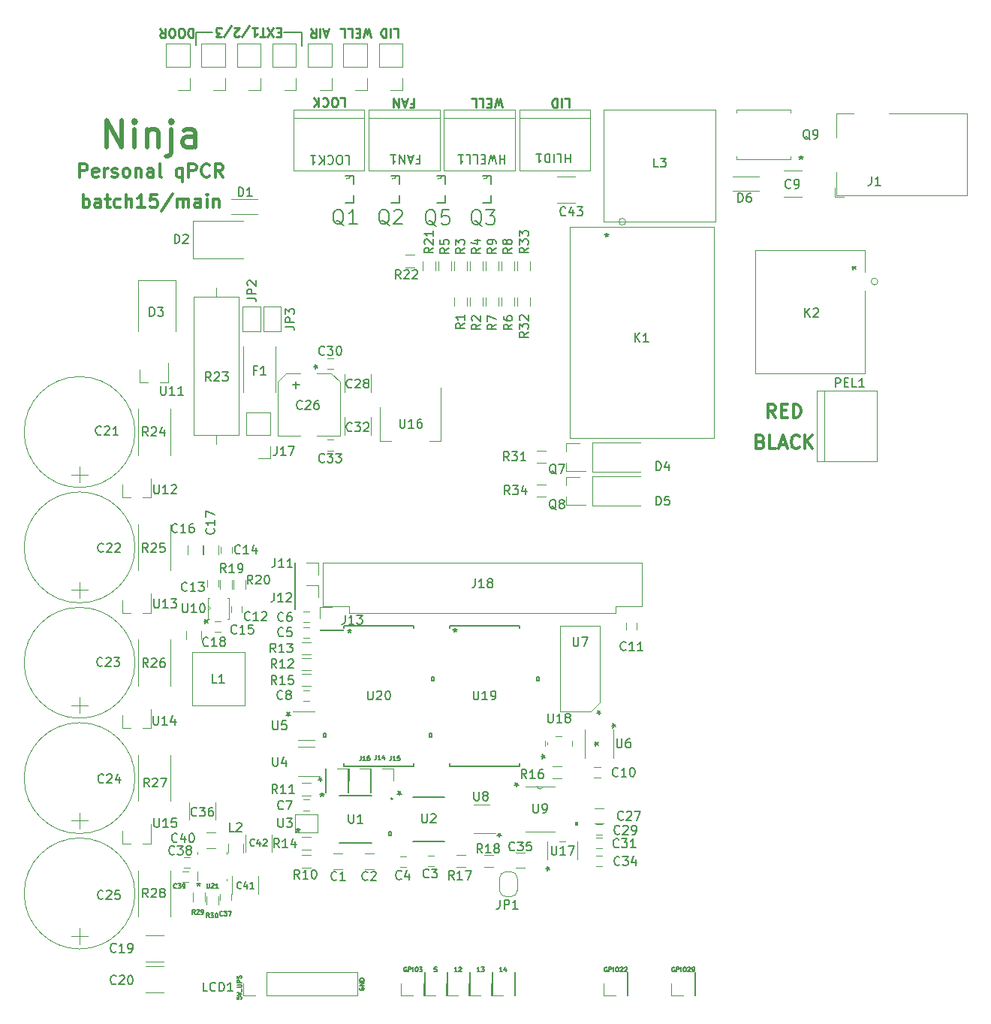
<source format=gto>
G04 #@! TF.GenerationSoftware,KiCad,Pcbnew,(5.1.6-0-10_14)*
G04 #@! TF.CreationDate,2021-12-04T22:46:38+09:00*
G04 #@! TF.ProjectId,qPCR-main,71504352-2d6d-4616-996e-2e6b69636164,rev?*
G04 #@! TF.SameCoordinates,Original*
G04 #@! TF.FileFunction,Legend,Top*
G04 #@! TF.FilePolarity,Positive*
%FSLAX46Y46*%
G04 Gerber Fmt 4.6, Leading zero omitted, Abs format (unit mm)*
G04 Created by KiCad (PCBNEW (5.1.6-0-10_14)) date 2021-12-04 22:46:38*
%MOMM*%
%LPD*%
G01*
G04 APERTURE LIST*
%ADD10C,0.149860*%
%ADD11C,0.254000*%
%ADD12C,0.150000*%
%ADD13C,0.375000*%
%ADD14C,0.127000*%
%ADD15C,0.300000*%
%ADD16C,0.500000*%
%ADD17C,0.120000*%
%ADD18C,0.152400*%
%ADD19C,0.100000*%
%ADD20C,0.050000*%
%ADD21C,0.200000*%
G04 APERTURE END LIST*
D10*
X144100000Y-117647619D02*
X144100000Y-117409523D01*
X144338095Y-117504761D02*
X144100000Y-117409523D01*
X143861904Y-117504761D01*
X144242857Y-117219047D02*
X144100000Y-117409523D01*
X143957142Y-117219047D01*
X134800000Y-125747619D02*
X134800000Y-125509523D01*
X135038095Y-125604761D02*
X134800000Y-125509523D01*
X134561904Y-125604761D01*
X134942857Y-125319047D02*
X134800000Y-125509523D01*
X134657142Y-125319047D01*
X132900000Y-131447619D02*
X132900000Y-131209523D01*
X133138095Y-131304761D02*
X132900000Y-131209523D01*
X132661904Y-131304761D01*
X133042857Y-131019047D02*
X132900000Y-131209523D01*
X132757142Y-131019047D01*
X121600000Y-126747619D02*
X121600000Y-126509523D01*
X121838095Y-126604761D02*
X121600000Y-126509523D01*
X121361904Y-126604761D01*
X121742857Y-126319047D02*
X121600000Y-126509523D01*
X121457142Y-126319047D01*
X112700000Y-125147619D02*
X112700000Y-124909523D01*
X112938095Y-125004761D02*
X112700000Y-124909523D01*
X112461904Y-125004761D01*
X112842857Y-124719047D02*
X112700000Y-124909523D01*
X112557142Y-124719047D01*
X109100000Y-117847619D02*
X109100000Y-117609523D01*
X109338095Y-117704761D02*
X109100000Y-117609523D01*
X108861904Y-117704761D01*
X109242857Y-117419047D02*
X109100000Y-117609523D01*
X108957142Y-117419047D01*
D11*
X120935428Y-40340380D02*
X121419238Y-40340380D01*
X121419238Y-41356380D01*
X120596761Y-40340380D02*
X120596761Y-41356380D01*
X120112952Y-40340380D02*
X120112952Y-41356380D01*
X119871047Y-41356380D01*
X119725904Y-41308000D01*
X119629142Y-41211238D01*
X119580761Y-41114476D01*
X119532380Y-40920952D01*
X119532380Y-40775809D01*
X119580761Y-40582285D01*
X119629142Y-40485523D01*
X119725904Y-40388761D01*
X119871047Y-40340380D01*
X120112952Y-40340380D01*
X118417523Y-41356380D02*
X118175619Y-40340380D01*
X117982095Y-41066095D01*
X117788571Y-40340380D01*
X117546666Y-41356380D01*
X117159619Y-40872571D02*
X116820952Y-40872571D01*
X116675809Y-40340380D02*
X117159619Y-40340380D01*
X117159619Y-41356380D01*
X116675809Y-41356380D01*
X115756571Y-40340380D02*
X116240380Y-40340380D01*
X116240380Y-41356380D01*
X114934095Y-40340380D02*
X115417904Y-40340380D01*
X115417904Y-41356380D01*
X113591809Y-40630666D02*
X113108000Y-40630666D01*
X113688571Y-40340380D02*
X113349904Y-41356380D01*
X113011238Y-40340380D01*
X112672571Y-40340380D02*
X112672571Y-41356380D01*
X111608190Y-40340380D02*
X111946857Y-40824190D01*
X112188761Y-40340380D02*
X112188761Y-41356380D01*
X111801714Y-41356380D01*
X111704952Y-41308000D01*
X111656571Y-41259619D01*
X111608190Y-41162857D01*
X111608190Y-41017714D01*
X111656571Y-40920952D01*
X111704952Y-40872571D01*
X111801714Y-40824190D01*
X112188761Y-40824190D01*
X98338476Y-40340380D02*
X98338476Y-41356380D01*
X98096571Y-41356380D01*
X97951428Y-41308000D01*
X97854666Y-41211238D01*
X97806285Y-41114476D01*
X97757904Y-40920952D01*
X97757904Y-40775809D01*
X97806285Y-40582285D01*
X97854666Y-40485523D01*
X97951428Y-40388761D01*
X98096571Y-40340380D01*
X98338476Y-40340380D01*
X97128952Y-41356380D02*
X96935428Y-41356380D01*
X96838666Y-41308000D01*
X96741904Y-41211238D01*
X96693523Y-41017714D01*
X96693523Y-40679047D01*
X96741904Y-40485523D01*
X96838666Y-40388761D01*
X96935428Y-40340380D01*
X97128952Y-40340380D01*
X97225714Y-40388761D01*
X97322476Y-40485523D01*
X97370857Y-40679047D01*
X97370857Y-41017714D01*
X97322476Y-41211238D01*
X97225714Y-41308000D01*
X97128952Y-41356380D01*
X96064571Y-41356380D02*
X95871047Y-41356380D01*
X95774285Y-41308000D01*
X95677523Y-41211238D01*
X95629142Y-41017714D01*
X95629142Y-40679047D01*
X95677523Y-40485523D01*
X95774285Y-40388761D01*
X95871047Y-40340380D01*
X96064571Y-40340380D01*
X96161333Y-40388761D01*
X96258095Y-40485523D01*
X96306476Y-40679047D01*
X96306476Y-41017714D01*
X96258095Y-41211238D01*
X96161333Y-41308000D01*
X96064571Y-41356380D01*
X94613142Y-40340380D02*
X94951809Y-40824190D01*
X95193714Y-40340380D02*
X95193714Y-41356380D01*
X94806666Y-41356380D01*
X94709904Y-41308000D01*
X94661523Y-41259619D01*
X94613142Y-41162857D01*
X94613142Y-41017714D01*
X94661523Y-40920952D01*
X94709904Y-40872571D01*
X94806666Y-40824190D01*
X95193714Y-40824190D01*
D12*
X110600000Y-40800000D02*
X110600000Y-42300000D01*
X108600000Y-40800000D02*
X110600000Y-40800000D01*
X98700000Y-40800000D02*
X98700000Y-42200000D01*
X100500000Y-40800000D02*
X98700000Y-40800000D01*
D11*
X108204380Y-40772571D02*
X107865714Y-40772571D01*
X107720571Y-40240380D02*
X108204380Y-40240380D01*
X108204380Y-41256380D01*
X107720571Y-41256380D01*
X107381904Y-41256380D02*
X106704571Y-40240380D01*
X106704571Y-41256380D02*
X107381904Y-40240380D01*
X106462666Y-41256380D02*
X105882095Y-41256380D01*
X106172380Y-40240380D02*
X106172380Y-41256380D01*
X105011238Y-40240380D02*
X105591809Y-40240380D01*
X105301523Y-40240380D02*
X105301523Y-41256380D01*
X105398285Y-41111238D01*
X105495047Y-41014476D01*
X105591809Y-40966095D01*
X103850095Y-41304761D02*
X104720952Y-39998476D01*
X103559809Y-41159619D02*
X103511428Y-41208000D01*
X103414666Y-41256380D01*
X103172761Y-41256380D01*
X103076000Y-41208000D01*
X103027619Y-41159619D01*
X102979238Y-41062857D01*
X102979238Y-40966095D01*
X103027619Y-40820952D01*
X103608190Y-40240380D01*
X102979238Y-40240380D01*
X101818095Y-41304761D02*
X102688952Y-39998476D01*
X101576190Y-41256380D02*
X100947238Y-41256380D01*
X101285904Y-40869333D01*
X101140761Y-40869333D01*
X101044000Y-40820952D01*
X100995619Y-40772571D01*
X100947238Y-40675809D01*
X100947238Y-40433904D01*
X100995619Y-40337142D01*
X101044000Y-40288761D01*
X101140761Y-40240380D01*
X101431047Y-40240380D01*
X101527809Y-40288761D01*
X101576190Y-40337142D01*
X114933714Y-48140380D02*
X115417523Y-48140380D01*
X115417523Y-49156380D01*
X114401523Y-49156380D02*
X114208000Y-49156380D01*
X114111238Y-49108000D01*
X114014476Y-49011238D01*
X113966095Y-48817714D01*
X113966095Y-48479047D01*
X114014476Y-48285523D01*
X114111238Y-48188761D01*
X114208000Y-48140380D01*
X114401523Y-48140380D01*
X114498285Y-48188761D01*
X114595047Y-48285523D01*
X114643428Y-48479047D01*
X114643428Y-48817714D01*
X114595047Y-49011238D01*
X114498285Y-49108000D01*
X114401523Y-49156380D01*
X112950095Y-48237142D02*
X112998476Y-48188761D01*
X113143619Y-48140380D01*
X113240380Y-48140380D01*
X113385523Y-48188761D01*
X113482285Y-48285523D01*
X113530666Y-48382285D01*
X113579047Y-48575809D01*
X113579047Y-48720952D01*
X113530666Y-48914476D01*
X113482285Y-49011238D01*
X113385523Y-49108000D01*
X113240380Y-49156380D01*
X113143619Y-49156380D01*
X112998476Y-49108000D01*
X112950095Y-49059619D01*
X112514666Y-48140380D02*
X112514666Y-49156380D01*
X111934095Y-48140380D02*
X112369523Y-48720952D01*
X111934095Y-49156380D02*
X112514666Y-48575809D01*
X122922476Y-48772571D02*
X123261142Y-48772571D01*
X123261142Y-48240380D02*
X123261142Y-49256380D01*
X122777333Y-49256380D01*
X122438666Y-48530666D02*
X121954857Y-48530666D01*
X122535428Y-48240380D02*
X122196761Y-49256380D01*
X121858095Y-48240380D01*
X121519428Y-48240380D02*
X121519428Y-49256380D01*
X120938857Y-48240380D01*
X120938857Y-49256380D01*
X133217523Y-49256380D02*
X132975619Y-48240380D01*
X132782095Y-48966095D01*
X132588571Y-48240380D01*
X132346666Y-49256380D01*
X131959619Y-48772571D02*
X131620952Y-48772571D01*
X131475809Y-48240380D02*
X131959619Y-48240380D01*
X131959619Y-49256380D01*
X131475809Y-49256380D01*
X130556571Y-48240380D02*
X131040380Y-48240380D01*
X131040380Y-49256380D01*
X129734095Y-48240380D02*
X130217904Y-48240380D01*
X130217904Y-49256380D01*
X140235428Y-48240380D02*
X140719238Y-48240380D01*
X140719238Y-49256380D01*
X139896761Y-48240380D02*
X139896761Y-49256380D01*
X139412952Y-48240380D02*
X139412952Y-49256380D01*
X139171047Y-49256380D01*
X139025904Y-49208000D01*
X138929142Y-49111238D01*
X138880761Y-49014476D01*
X138832380Y-48820952D01*
X138832380Y-48675809D01*
X138880761Y-48482285D01*
X138929142Y-48385523D01*
X139025904Y-48288761D01*
X139171047Y-48240380D01*
X139412952Y-48240380D01*
D13*
X162357142Y-86892857D02*
X162571428Y-86964285D01*
X162642857Y-87035714D01*
X162714285Y-87178571D01*
X162714285Y-87392857D01*
X162642857Y-87535714D01*
X162571428Y-87607142D01*
X162428571Y-87678571D01*
X161857142Y-87678571D01*
X161857142Y-86178571D01*
X162357142Y-86178571D01*
X162500000Y-86250000D01*
X162571428Y-86321428D01*
X162642857Y-86464285D01*
X162642857Y-86607142D01*
X162571428Y-86750000D01*
X162500000Y-86821428D01*
X162357142Y-86892857D01*
X161857142Y-86892857D01*
X164071428Y-87678571D02*
X163357142Y-87678571D01*
X163357142Y-86178571D01*
X164500000Y-87250000D02*
X165214285Y-87250000D01*
X164357142Y-87678571D02*
X164857142Y-86178571D01*
X165357142Y-87678571D01*
X166714285Y-87535714D02*
X166642857Y-87607142D01*
X166428571Y-87678571D01*
X166285714Y-87678571D01*
X166071428Y-87607142D01*
X165928571Y-87464285D01*
X165857142Y-87321428D01*
X165785714Y-87035714D01*
X165785714Y-86821428D01*
X165857142Y-86535714D01*
X165928571Y-86392857D01*
X166071428Y-86250000D01*
X166285714Y-86178571D01*
X166428571Y-86178571D01*
X166642857Y-86250000D01*
X166714285Y-86321428D01*
X167357142Y-87678571D02*
X167357142Y-86178571D01*
X168214285Y-87678571D02*
X167571428Y-86821428D01*
X168214285Y-86178571D02*
X167357142Y-87035714D01*
X164035714Y-84178571D02*
X163535714Y-83464285D01*
X163178571Y-84178571D02*
X163178571Y-82678571D01*
X163750000Y-82678571D01*
X163892857Y-82750000D01*
X163964285Y-82821428D01*
X164035714Y-82964285D01*
X164035714Y-83178571D01*
X163964285Y-83321428D01*
X163892857Y-83392857D01*
X163750000Y-83464285D01*
X163178571Y-83464285D01*
X164678571Y-83392857D02*
X165178571Y-83392857D01*
X165392857Y-84178571D02*
X164678571Y-84178571D01*
X164678571Y-82678571D01*
X165392857Y-82678571D01*
X166035714Y-84178571D02*
X166035714Y-82678571D01*
X166392857Y-82678571D01*
X166607142Y-82750000D01*
X166750000Y-82892857D01*
X166821428Y-83035714D01*
X166892857Y-83321428D01*
X166892857Y-83535714D01*
X166821428Y-83821428D01*
X166750000Y-83964285D01*
X166607142Y-84107142D01*
X166392857Y-84178571D01*
X166035714Y-84178571D01*
D14*
X145018190Y-146146000D02*
X144969809Y-146121809D01*
X144897238Y-146121809D01*
X144824666Y-146146000D01*
X144776285Y-146194380D01*
X144752095Y-146242761D01*
X144727904Y-146339523D01*
X144727904Y-146412095D01*
X144752095Y-146508857D01*
X144776285Y-146557238D01*
X144824666Y-146605619D01*
X144897238Y-146629809D01*
X144945619Y-146629809D01*
X145018190Y-146605619D01*
X145042380Y-146581428D01*
X145042380Y-146412095D01*
X144945619Y-146412095D01*
X145260095Y-146629809D02*
X145260095Y-146121809D01*
X145453619Y-146121809D01*
X145502000Y-146146000D01*
X145526190Y-146170190D01*
X145550380Y-146218571D01*
X145550380Y-146291142D01*
X145526190Y-146339523D01*
X145502000Y-146363714D01*
X145453619Y-146387904D01*
X145260095Y-146387904D01*
X145768095Y-146629809D02*
X145768095Y-146121809D01*
X146106761Y-146121809D02*
X146203523Y-146121809D01*
X146251904Y-146146000D01*
X146300285Y-146194380D01*
X146324476Y-146291142D01*
X146324476Y-146460476D01*
X146300285Y-146557238D01*
X146251904Y-146605619D01*
X146203523Y-146629809D01*
X146106761Y-146629809D01*
X146058380Y-146605619D01*
X146010000Y-146557238D01*
X145985809Y-146460476D01*
X145985809Y-146291142D01*
X146010000Y-146194380D01*
X146058380Y-146146000D01*
X146106761Y-146121809D01*
X146518000Y-146170190D02*
X146542190Y-146146000D01*
X146590571Y-146121809D01*
X146711523Y-146121809D01*
X146759904Y-146146000D01*
X146784095Y-146170190D01*
X146808285Y-146218571D01*
X146808285Y-146266952D01*
X146784095Y-146339523D01*
X146493809Y-146629809D01*
X146808285Y-146629809D01*
X147001809Y-146170190D02*
X147026000Y-146146000D01*
X147074380Y-146121809D01*
X147195333Y-146121809D01*
X147243714Y-146146000D01*
X147267904Y-146170190D01*
X147292095Y-146218571D01*
X147292095Y-146266952D01*
X147267904Y-146339523D01*
X146977619Y-146629809D01*
X147292095Y-146629809D01*
X152638190Y-146146000D02*
X152589809Y-146121809D01*
X152517238Y-146121809D01*
X152444666Y-146146000D01*
X152396285Y-146194380D01*
X152372095Y-146242761D01*
X152347904Y-146339523D01*
X152347904Y-146412095D01*
X152372095Y-146508857D01*
X152396285Y-146557238D01*
X152444666Y-146605619D01*
X152517238Y-146629809D01*
X152565619Y-146629809D01*
X152638190Y-146605619D01*
X152662380Y-146581428D01*
X152662380Y-146412095D01*
X152565619Y-146412095D01*
X152880095Y-146629809D02*
X152880095Y-146121809D01*
X153073619Y-146121809D01*
X153122000Y-146146000D01*
X153146190Y-146170190D01*
X153170380Y-146218571D01*
X153170380Y-146291142D01*
X153146190Y-146339523D01*
X153122000Y-146363714D01*
X153073619Y-146387904D01*
X152880095Y-146387904D01*
X153388095Y-146629809D02*
X153388095Y-146121809D01*
X153726761Y-146121809D02*
X153823523Y-146121809D01*
X153871904Y-146146000D01*
X153920285Y-146194380D01*
X153944476Y-146291142D01*
X153944476Y-146460476D01*
X153920285Y-146557238D01*
X153871904Y-146605619D01*
X153823523Y-146629809D01*
X153726761Y-146629809D01*
X153678380Y-146605619D01*
X153630000Y-146557238D01*
X153605809Y-146460476D01*
X153605809Y-146291142D01*
X153630000Y-146194380D01*
X153678380Y-146146000D01*
X153726761Y-146121809D01*
X154138000Y-146170190D02*
X154162190Y-146146000D01*
X154210571Y-146121809D01*
X154331523Y-146121809D01*
X154379904Y-146146000D01*
X154404095Y-146170190D01*
X154428285Y-146218571D01*
X154428285Y-146266952D01*
X154404095Y-146339523D01*
X154113809Y-146629809D01*
X154428285Y-146629809D01*
X154670190Y-146629809D02*
X154766952Y-146629809D01*
X154815333Y-146605619D01*
X154839523Y-146581428D01*
X154887904Y-146508857D01*
X154912095Y-146412095D01*
X154912095Y-146218571D01*
X154887904Y-146170190D01*
X154863714Y-146146000D01*
X154815333Y-146121809D01*
X154718571Y-146121809D01*
X154670190Y-146146000D01*
X154646000Y-146170190D01*
X154621809Y-146218571D01*
X154621809Y-146339523D01*
X154646000Y-146387904D01*
X154670190Y-146412095D01*
X154718571Y-146436285D01*
X154815333Y-146436285D01*
X154863714Y-146412095D01*
X154887904Y-146387904D01*
X154912095Y-146339523D01*
X133213238Y-146629809D02*
X132922952Y-146629809D01*
X133068095Y-146629809D02*
X133068095Y-146121809D01*
X133019714Y-146194380D01*
X132971333Y-146242761D01*
X132922952Y-146266952D01*
X133648666Y-146291142D02*
X133648666Y-146629809D01*
X133527714Y-146097619D02*
X133406761Y-146460476D01*
X133721238Y-146460476D01*
X130673238Y-146629809D02*
X130382952Y-146629809D01*
X130528095Y-146629809D02*
X130528095Y-146121809D01*
X130479714Y-146194380D01*
X130431333Y-146242761D01*
X130382952Y-146266952D01*
X130842571Y-146121809D02*
X131157047Y-146121809D01*
X130987714Y-146315333D01*
X131060285Y-146315333D01*
X131108666Y-146339523D01*
X131132857Y-146363714D01*
X131157047Y-146412095D01*
X131157047Y-146533047D01*
X131132857Y-146581428D01*
X131108666Y-146605619D01*
X131060285Y-146629809D01*
X130915142Y-146629809D01*
X130866761Y-146605619D01*
X130842571Y-146581428D01*
X128133238Y-146629809D02*
X127842952Y-146629809D01*
X127988095Y-146629809D02*
X127988095Y-146121809D01*
X127939714Y-146194380D01*
X127891333Y-146242761D01*
X127842952Y-146266952D01*
X128326761Y-146170190D02*
X128350952Y-146146000D01*
X128399333Y-146121809D01*
X128520285Y-146121809D01*
X128568666Y-146146000D01*
X128592857Y-146170190D01*
X128617047Y-146218571D01*
X128617047Y-146266952D01*
X128592857Y-146339523D01*
X128302571Y-146629809D01*
X128617047Y-146629809D01*
X125810952Y-146121809D02*
X125569047Y-146121809D01*
X125544857Y-146363714D01*
X125569047Y-146339523D01*
X125617428Y-146315333D01*
X125738380Y-146315333D01*
X125786761Y-146339523D01*
X125810952Y-146363714D01*
X125835142Y-146412095D01*
X125835142Y-146533047D01*
X125810952Y-146581428D01*
X125786761Y-146605619D01*
X125738380Y-146629809D01*
X125617428Y-146629809D01*
X125569047Y-146605619D01*
X125544857Y-146581428D01*
X122400095Y-146146000D02*
X122351714Y-146121809D01*
X122279142Y-146121809D01*
X122206571Y-146146000D01*
X122158190Y-146194380D01*
X122134000Y-146242761D01*
X122109809Y-146339523D01*
X122109809Y-146412095D01*
X122134000Y-146508857D01*
X122158190Y-146557238D01*
X122206571Y-146605619D01*
X122279142Y-146629809D01*
X122327523Y-146629809D01*
X122400095Y-146605619D01*
X122424285Y-146581428D01*
X122424285Y-146412095D01*
X122327523Y-146412095D01*
X122642000Y-146629809D02*
X122642000Y-146121809D01*
X122835523Y-146121809D01*
X122883904Y-146146000D01*
X122908095Y-146170190D01*
X122932285Y-146218571D01*
X122932285Y-146291142D01*
X122908095Y-146339523D01*
X122883904Y-146363714D01*
X122835523Y-146387904D01*
X122642000Y-146387904D01*
X123150000Y-146629809D02*
X123150000Y-146121809D01*
X123488666Y-146121809D02*
X123585428Y-146121809D01*
X123633809Y-146146000D01*
X123682190Y-146194380D01*
X123706380Y-146291142D01*
X123706380Y-146460476D01*
X123682190Y-146557238D01*
X123633809Y-146605619D01*
X123585428Y-146629809D01*
X123488666Y-146629809D01*
X123440285Y-146605619D01*
X123391904Y-146557238D01*
X123367714Y-146460476D01*
X123367714Y-146291142D01*
X123391904Y-146194380D01*
X123440285Y-146146000D01*
X123488666Y-146121809D01*
X123875714Y-146121809D02*
X124190190Y-146121809D01*
X124020857Y-146315333D01*
X124093428Y-146315333D01*
X124141809Y-146339523D01*
X124166000Y-146363714D01*
X124190190Y-146412095D01*
X124190190Y-146533047D01*
X124166000Y-146581428D01*
X124141809Y-146605619D01*
X124093428Y-146629809D01*
X123948285Y-146629809D01*
X123899904Y-146605619D01*
X123875714Y-146581428D01*
X103291809Y-149452285D02*
X103291809Y-149694190D01*
X103533714Y-149718380D01*
X103509523Y-149694190D01*
X103485333Y-149645809D01*
X103485333Y-149524857D01*
X103509523Y-149476476D01*
X103533714Y-149452285D01*
X103582095Y-149428095D01*
X103703047Y-149428095D01*
X103751428Y-149452285D01*
X103775619Y-149476476D01*
X103799809Y-149524857D01*
X103799809Y-149645809D01*
X103775619Y-149694190D01*
X103751428Y-149718380D01*
X103291809Y-149282952D02*
X103799809Y-149113619D01*
X103291809Y-148944285D01*
X103848190Y-148895904D02*
X103848190Y-148508857D01*
X103291809Y-148387904D02*
X103703047Y-148387904D01*
X103751428Y-148363714D01*
X103775619Y-148339523D01*
X103799809Y-148291142D01*
X103799809Y-148194380D01*
X103775619Y-148146000D01*
X103751428Y-148121809D01*
X103703047Y-148097619D01*
X103291809Y-148097619D01*
X103799809Y-147855714D02*
X103291809Y-147855714D01*
X103291809Y-147662190D01*
X103316000Y-147613809D01*
X103340190Y-147589619D01*
X103388571Y-147565428D01*
X103461142Y-147565428D01*
X103509523Y-147589619D01*
X103533714Y-147613809D01*
X103557904Y-147662190D01*
X103557904Y-147855714D01*
X103775619Y-147371904D02*
X103799809Y-147299333D01*
X103799809Y-147178380D01*
X103775619Y-147130000D01*
X103751428Y-147105809D01*
X103703047Y-147081619D01*
X103654666Y-147081619D01*
X103606285Y-147105809D01*
X103582095Y-147130000D01*
X103557904Y-147178380D01*
X103533714Y-147275142D01*
X103509523Y-147323523D01*
X103485333Y-147347714D01*
X103436952Y-147371904D01*
X103388571Y-147371904D01*
X103340190Y-147347714D01*
X103316000Y-147323523D01*
X103291809Y-147275142D01*
X103291809Y-147154190D01*
X103316000Y-147081619D01*
X117126000Y-148437047D02*
X117101809Y-148485428D01*
X117101809Y-148558000D01*
X117126000Y-148630571D01*
X117174380Y-148678952D01*
X117222761Y-148703142D01*
X117319523Y-148727333D01*
X117392095Y-148727333D01*
X117488857Y-148703142D01*
X117537238Y-148678952D01*
X117585619Y-148630571D01*
X117609809Y-148558000D01*
X117609809Y-148509619D01*
X117585619Y-148437047D01*
X117561428Y-148412857D01*
X117392095Y-148412857D01*
X117392095Y-148509619D01*
X117609809Y-148195142D02*
X117101809Y-148195142D01*
X117609809Y-147904857D01*
X117101809Y-147904857D01*
X117609809Y-147662952D02*
X117101809Y-147662952D01*
X117101809Y-147542000D01*
X117126000Y-147469428D01*
X117174380Y-147421047D01*
X117222761Y-147396857D01*
X117319523Y-147372666D01*
X117392095Y-147372666D01*
X117488857Y-147396857D01*
X117537238Y-147421047D01*
X117585619Y-147469428D01*
X117609809Y-147542000D01*
X117609809Y-147662952D01*
X98980000Y-136592714D02*
X98980000Y-136774142D01*
X98798571Y-136701571D02*
X98980000Y-136774142D01*
X99161428Y-136701571D01*
X98871142Y-136919285D02*
X98980000Y-136774142D01*
X99088857Y-136919285D01*
D15*
X85931428Y-60528571D02*
X85931428Y-59028571D01*
X85931428Y-59600000D02*
X86074285Y-59528571D01*
X86360000Y-59528571D01*
X86502857Y-59600000D01*
X86574285Y-59671428D01*
X86645714Y-59814285D01*
X86645714Y-60242857D01*
X86574285Y-60385714D01*
X86502857Y-60457142D01*
X86360000Y-60528571D01*
X86074285Y-60528571D01*
X85931428Y-60457142D01*
X87931428Y-60528571D02*
X87931428Y-59742857D01*
X87860000Y-59600000D01*
X87717142Y-59528571D01*
X87431428Y-59528571D01*
X87288571Y-59600000D01*
X87931428Y-60457142D02*
X87788571Y-60528571D01*
X87431428Y-60528571D01*
X87288571Y-60457142D01*
X87217142Y-60314285D01*
X87217142Y-60171428D01*
X87288571Y-60028571D01*
X87431428Y-59957142D01*
X87788571Y-59957142D01*
X87931428Y-59885714D01*
X88431428Y-59528571D02*
X89002857Y-59528571D01*
X88645714Y-59028571D02*
X88645714Y-60314285D01*
X88717142Y-60457142D01*
X88860000Y-60528571D01*
X89002857Y-60528571D01*
X90145714Y-60457142D02*
X90002857Y-60528571D01*
X89717142Y-60528571D01*
X89574285Y-60457142D01*
X89502857Y-60385714D01*
X89431428Y-60242857D01*
X89431428Y-59814285D01*
X89502857Y-59671428D01*
X89574285Y-59600000D01*
X89717142Y-59528571D01*
X90002857Y-59528571D01*
X90145714Y-59600000D01*
X90788571Y-60528571D02*
X90788571Y-59028571D01*
X91431428Y-60528571D02*
X91431428Y-59742857D01*
X91360000Y-59600000D01*
X91217142Y-59528571D01*
X91002857Y-59528571D01*
X90860000Y-59600000D01*
X90788571Y-59671428D01*
X92931428Y-60528571D02*
X92074285Y-60528571D01*
X92502857Y-60528571D02*
X92502857Y-59028571D01*
X92360000Y-59242857D01*
X92217142Y-59385714D01*
X92074285Y-59457142D01*
X94288571Y-59028571D02*
X93574285Y-59028571D01*
X93502857Y-59742857D01*
X93574285Y-59671428D01*
X93717142Y-59600000D01*
X94074285Y-59600000D01*
X94217142Y-59671428D01*
X94288571Y-59742857D01*
X94360000Y-59885714D01*
X94360000Y-60242857D01*
X94288571Y-60385714D01*
X94217142Y-60457142D01*
X94074285Y-60528571D01*
X93717142Y-60528571D01*
X93574285Y-60457142D01*
X93502857Y-60385714D01*
X96074285Y-58957142D02*
X94788571Y-60885714D01*
X96574285Y-60528571D02*
X96574285Y-59528571D01*
X96574285Y-59671428D02*
X96645714Y-59600000D01*
X96788571Y-59528571D01*
X97002857Y-59528571D01*
X97145714Y-59600000D01*
X97217142Y-59742857D01*
X97217142Y-60528571D01*
X97217142Y-59742857D02*
X97288571Y-59600000D01*
X97431428Y-59528571D01*
X97645714Y-59528571D01*
X97788571Y-59600000D01*
X97860000Y-59742857D01*
X97860000Y-60528571D01*
X99217142Y-60528571D02*
X99217142Y-59742857D01*
X99145714Y-59600000D01*
X99002857Y-59528571D01*
X98717142Y-59528571D01*
X98574285Y-59600000D01*
X99217142Y-60457142D02*
X99074285Y-60528571D01*
X98717142Y-60528571D01*
X98574285Y-60457142D01*
X98502857Y-60314285D01*
X98502857Y-60171428D01*
X98574285Y-60028571D01*
X98717142Y-59957142D01*
X99074285Y-59957142D01*
X99217142Y-59885714D01*
X99931428Y-60528571D02*
X99931428Y-59528571D01*
X99931428Y-59028571D02*
X99860000Y-59100000D01*
X99931428Y-59171428D01*
X100002857Y-59100000D01*
X99931428Y-59028571D01*
X99931428Y-59171428D01*
X100645714Y-59528571D02*
X100645714Y-60528571D01*
X100645714Y-59671428D02*
X100717142Y-59600000D01*
X100860000Y-59528571D01*
X101074285Y-59528571D01*
X101217142Y-59600000D01*
X101288571Y-59742857D01*
X101288571Y-60528571D01*
X85574285Y-57088571D02*
X85574285Y-55588571D01*
X86145714Y-55588571D01*
X86288571Y-55660000D01*
X86360000Y-55731428D01*
X86431428Y-55874285D01*
X86431428Y-56088571D01*
X86360000Y-56231428D01*
X86288571Y-56302857D01*
X86145714Y-56374285D01*
X85574285Y-56374285D01*
X87645714Y-57017142D02*
X87502857Y-57088571D01*
X87217142Y-57088571D01*
X87074285Y-57017142D01*
X87002857Y-56874285D01*
X87002857Y-56302857D01*
X87074285Y-56160000D01*
X87217142Y-56088571D01*
X87502857Y-56088571D01*
X87645714Y-56160000D01*
X87717142Y-56302857D01*
X87717142Y-56445714D01*
X87002857Y-56588571D01*
X88360000Y-57088571D02*
X88360000Y-56088571D01*
X88360000Y-56374285D02*
X88431428Y-56231428D01*
X88502857Y-56160000D01*
X88645714Y-56088571D01*
X88788571Y-56088571D01*
X89217142Y-57017142D02*
X89360000Y-57088571D01*
X89645714Y-57088571D01*
X89788571Y-57017142D01*
X89860000Y-56874285D01*
X89860000Y-56802857D01*
X89788571Y-56660000D01*
X89645714Y-56588571D01*
X89431428Y-56588571D01*
X89288571Y-56517142D01*
X89217142Y-56374285D01*
X89217142Y-56302857D01*
X89288571Y-56160000D01*
X89431428Y-56088571D01*
X89645714Y-56088571D01*
X89788571Y-56160000D01*
X90717142Y-57088571D02*
X90574285Y-57017142D01*
X90502857Y-56945714D01*
X90431428Y-56802857D01*
X90431428Y-56374285D01*
X90502857Y-56231428D01*
X90574285Y-56160000D01*
X90717142Y-56088571D01*
X90931428Y-56088571D01*
X91074285Y-56160000D01*
X91145714Y-56231428D01*
X91217142Y-56374285D01*
X91217142Y-56802857D01*
X91145714Y-56945714D01*
X91074285Y-57017142D01*
X90931428Y-57088571D01*
X90717142Y-57088571D01*
X91860000Y-56088571D02*
X91860000Y-57088571D01*
X91860000Y-56231428D02*
X91931428Y-56160000D01*
X92074285Y-56088571D01*
X92288571Y-56088571D01*
X92431428Y-56160000D01*
X92502857Y-56302857D01*
X92502857Y-57088571D01*
X93860000Y-57088571D02*
X93860000Y-56302857D01*
X93788571Y-56160000D01*
X93645714Y-56088571D01*
X93360000Y-56088571D01*
X93217142Y-56160000D01*
X93860000Y-57017142D02*
X93717142Y-57088571D01*
X93360000Y-57088571D01*
X93217142Y-57017142D01*
X93145714Y-56874285D01*
X93145714Y-56731428D01*
X93217142Y-56588571D01*
X93360000Y-56517142D01*
X93717142Y-56517142D01*
X93860000Y-56445714D01*
X94788571Y-57088571D02*
X94645714Y-57017142D01*
X94574285Y-56874285D01*
X94574285Y-55588571D01*
X97145714Y-56088571D02*
X97145714Y-57588571D01*
X97145714Y-57017142D02*
X97002857Y-57088571D01*
X96717142Y-57088571D01*
X96574285Y-57017142D01*
X96502857Y-56945714D01*
X96431428Y-56802857D01*
X96431428Y-56374285D01*
X96502857Y-56231428D01*
X96574285Y-56160000D01*
X96717142Y-56088571D01*
X97002857Y-56088571D01*
X97145714Y-56160000D01*
X97860000Y-57088571D02*
X97860000Y-55588571D01*
X98431428Y-55588571D01*
X98574285Y-55660000D01*
X98645714Y-55731428D01*
X98717142Y-55874285D01*
X98717142Y-56088571D01*
X98645714Y-56231428D01*
X98574285Y-56302857D01*
X98431428Y-56374285D01*
X97860000Y-56374285D01*
X100217142Y-56945714D02*
X100145714Y-57017142D01*
X99931428Y-57088571D01*
X99788571Y-57088571D01*
X99574285Y-57017142D01*
X99431428Y-56874285D01*
X99360000Y-56731428D01*
X99288571Y-56445714D01*
X99288571Y-56231428D01*
X99360000Y-55945714D01*
X99431428Y-55802857D01*
X99574285Y-55660000D01*
X99788571Y-55588571D01*
X99931428Y-55588571D01*
X100145714Y-55660000D01*
X100217142Y-55731428D01*
X101717142Y-57088571D02*
X101217142Y-56374285D01*
X100860000Y-57088571D02*
X100860000Y-55588571D01*
X101431428Y-55588571D01*
X101574285Y-55660000D01*
X101645714Y-55731428D01*
X101717142Y-55874285D01*
X101717142Y-56088571D01*
X101645714Y-56231428D01*
X101574285Y-56302857D01*
X101431428Y-56374285D01*
X100860000Y-56374285D01*
D16*
X88610000Y-53717142D02*
X88610000Y-50717142D01*
X90324285Y-53717142D01*
X90324285Y-50717142D01*
X91752857Y-53717142D02*
X91752857Y-51717142D01*
X91752857Y-50717142D02*
X91610000Y-50860000D01*
X91752857Y-51002857D01*
X91895714Y-50860000D01*
X91752857Y-50717142D01*
X91752857Y-51002857D01*
X93181428Y-51717142D02*
X93181428Y-53717142D01*
X93181428Y-52002857D02*
X93324285Y-51860000D01*
X93610000Y-51717142D01*
X94038571Y-51717142D01*
X94324285Y-51860000D01*
X94467142Y-52145714D01*
X94467142Y-53717142D01*
X95895714Y-51717142D02*
X95895714Y-54288571D01*
X95752857Y-54574285D01*
X95467142Y-54717142D01*
X95324285Y-54717142D01*
X95895714Y-50717142D02*
X95752857Y-50860000D01*
X95895714Y-51002857D01*
X96038571Y-50860000D01*
X95895714Y-50717142D01*
X95895714Y-51002857D01*
X98610000Y-53717142D02*
X98610000Y-52145714D01*
X98467142Y-51860000D01*
X98181428Y-51717142D01*
X97610000Y-51717142D01*
X97324285Y-51860000D01*
X98610000Y-53574285D02*
X98324285Y-53717142D01*
X97610000Y-53717142D01*
X97324285Y-53574285D01*
X97181428Y-53288571D01*
X97181428Y-53002857D01*
X97324285Y-52717142D01*
X97610000Y-52574285D01*
X98324285Y-52574285D01*
X98610000Y-52431428D01*
D17*
X161772601Y-65328501D02*
X161772601Y-79171501D01*
X161772601Y-79171501D02*
X174117000Y-79171501D01*
X174117000Y-79171501D02*
X174117000Y-69899321D01*
X174117000Y-65328501D02*
X161772601Y-65328501D01*
X174117000Y-67800680D02*
X174117000Y-65328501D01*
X175571000Y-68850501D02*
G75*
G03*
X175571000Y-68850501I-381000J0D01*
G01*
X102656800Y-61245500D02*
X105603200Y-61245500D01*
X105603200Y-59594500D02*
X102656800Y-59594500D01*
D18*
X116471200Y-57890400D02*
X116471200Y-56976000D01*
X115480600Y-60024000D02*
X116471200Y-60024000D01*
X116471200Y-60024000D02*
X116471200Y-59109600D01*
X116471200Y-56976000D02*
X116064800Y-56976000D01*
X116064800Y-56976000D02*
X115480600Y-56976000D01*
X116064800Y-56976000D02*
G75*
G02*
X115658400Y-57255400I-301019J2582D01*
G01*
X121636200Y-57890400D02*
X121636200Y-56976000D01*
X120645600Y-60024000D02*
X121636200Y-60024000D01*
X121636200Y-60024000D02*
X121636200Y-59109600D01*
X121636200Y-56976000D02*
X121229800Y-56976000D01*
X121229800Y-56976000D02*
X120645600Y-56976000D01*
X121229800Y-56976000D02*
G75*
G02*
X120823400Y-57255400I-301019J2582D01*
G01*
X131559800Y-56976000D02*
X130975600Y-56976000D01*
X131966200Y-56976000D02*
X131559800Y-56976000D01*
X131966200Y-60024000D02*
X131966200Y-59109600D01*
X130975600Y-60024000D02*
X131966200Y-60024000D01*
X131966200Y-57890400D02*
X131966200Y-56976000D01*
X131559800Y-56976000D02*
G75*
G02*
X131153400Y-57255400I-301019J2582D01*
G01*
X126394800Y-56976000D02*
X125810600Y-56976000D01*
X126801200Y-56976000D02*
X126394800Y-56976000D01*
X126801200Y-60024000D02*
X126801200Y-59109600D01*
X125810600Y-60024000D02*
X126801200Y-60024000D01*
X126801200Y-57890400D02*
X126801200Y-56976000D01*
X126394800Y-56976000D02*
G75*
G02*
X125988400Y-57255400I-301019J2582D01*
G01*
D17*
X135816189Y-130852700D02*
X139143811Y-130852700D01*
X139143811Y-125747300D02*
X135816189Y-125747300D01*
D19*
G36*
X141645600Y-129734501D02*
G01*
X141645600Y-130115501D01*
X141391600Y-130115501D01*
X141391600Y-129734501D01*
X141645600Y-129734501D01*
G37*
X141645600Y-129734501D02*
X141645600Y-130115501D01*
X141391600Y-130115501D01*
X141391600Y-129734501D01*
X141645600Y-129734501D01*
D17*
X137175200Y-125747300D02*
G75*
G03*
X137784800Y-125747300I304800J0D01*
G01*
X111470000Y-109010000D02*
X110770000Y-109010000D01*
X110770000Y-107810000D02*
X111470000Y-107810000D01*
X144233532Y-116320000D02*
X143233532Y-117320000D01*
X143233532Y-117320000D02*
X139733532Y-117320000D01*
X139733532Y-117320000D02*
X139733532Y-107620000D01*
X139733532Y-107620000D02*
X144233532Y-107620000D01*
X144233532Y-107620000D02*
X144233532Y-116320000D01*
X92116000Y-88420000D02*
X92116000Y-83220000D01*
X95756000Y-83220000D02*
X95756000Y-88420000D01*
X90396000Y-93210000D02*
X91326000Y-93210000D01*
X93556000Y-93210000D02*
X92626000Y-93210000D01*
X93556000Y-93210000D02*
X93556000Y-91050000D01*
X90396000Y-93210000D02*
X90396000Y-91750000D01*
X102610000Y-137850000D02*
X102610000Y-138550000D01*
X101410000Y-138550000D02*
X101410000Y-137850000D01*
X97290000Y-133710000D02*
X97990000Y-133710000D01*
X97990000Y-134910000D02*
X97290000Y-134910000D01*
X105720000Y-137850000D02*
X105720000Y-135850000D01*
X102760000Y-135850000D02*
X102760000Y-137850000D01*
X99880000Y-132680000D02*
X100880000Y-132680000D01*
X100880000Y-130980000D02*
X99880000Y-130980000D01*
X97820000Y-136530000D02*
X97120000Y-136530000D01*
X97120000Y-135330000D02*
X97820000Y-135330000D01*
X107190000Y-133160000D02*
X107190000Y-131160000D01*
X104230000Y-131160000D02*
X104230000Y-133160000D01*
X103990000Y-133220000D02*
X103990000Y-132220000D01*
X102290000Y-132220000D02*
X102290000Y-133220000D01*
X98320000Y-61980000D02*
X104020000Y-61980000D01*
X98320000Y-66280000D02*
X104020000Y-66280000D01*
X98320000Y-61980000D02*
X98320000Y-66280000D01*
X96420000Y-68740000D02*
X92120000Y-68740000D01*
X92120000Y-68740000D02*
X92120000Y-74440000D01*
X96420000Y-68740000D02*
X96420000Y-74440000D01*
X100201559Y-104518900D02*
X100028900Y-104518900D01*
X102218441Y-106881100D02*
X102391100Y-106881100D01*
X100028900Y-106881100D02*
X100201559Y-106881100D01*
X100028900Y-104518900D02*
X100028900Y-106881100D01*
X102391100Y-104518900D02*
X102218441Y-104518900D01*
X102391100Y-106881100D02*
X102391100Y-104518900D01*
D20*
X100155900Y-105524317D02*
G75*
G02*
X100155900Y-105875683I0J-175683D01*
G01*
D17*
X98820001Y-136369999D02*
X98820001Y-135319999D01*
X102119999Y-136369999D02*
X102119999Y-136170000D01*
X102119999Y-133370000D02*
X102119999Y-133170001D01*
X98820001Y-133370000D02*
X98820001Y-133170001D01*
X100760000Y-107170000D02*
X101460000Y-107170000D01*
X101460000Y-108370000D02*
X100760000Y-108370000D01*
X97540000Y-108220000D02*
X97540000Y-109220000D01*
X99240000Y-109220000D02*
X99240000Y-108220000D01*
X93010000Y-145520000D02*
X95010000Y-145520000D01*
X95010000Y-142560000D02*
X93010000Y-142560000D01*
X102660000Y-106140000D02*
X102660000Y-105440000D01*
X103860000Y-105440000D02*
X103860000Y-106140000D01*
X104040000Y-149330000D02*
X104040000Y-148000000D01*
X105370000Y-149330000D02*
X104040000Y-149330000D01*
X106640000Y-149330000D02*
X106640000Y-146670000D01*
X106640000Y-146670000D02*
X116860000Y-146670000D01*
X106640000Y-149330000D02*
X116860000Y-149330000D01*
X116860000Y-149330000D02*
X116860000Y-146670000D01*
X90396000Y-106210000D02*
X90396000Y-104750000D01*
X93556000Y-106210000D02*
X93556000Y-104050000D01*
X93556000Y-106210000D02*
X92626000Y-106210000D01*
X90396000Y-106210000D02*
X91326000Y-106210000D01*
X92356000Y-80210000D02*
X92356000Y-78750000D01*
X95516000Y-80210000D02*
X95516000Y-78050000D01*
X95516000Y-80210000D02*
X94586000Y-80210000D01*
X92356000Y-80210000D02*
X93286000Y-80210000D01*
X90396000Y-132210000D02*
X90396000Y-130750000D01*
X93556000Y-132210000D02*
X93556000Y-130050000D01*
X93556000Y-132210000D02*
X92626000Y-132210000D01*
X90396000Y-132210000D02*
X91326000Y-132210000D01*
X90396000Y-119210000D02*
X91326000Y-119210000D01*
X93556000Y-119210000D02*
X92626000Y-119210000D01*
X93556000Y-119210000D02*
X93556000Y-117050000D01*
X90396000Y-119210000D02*
X90396000Y-117750000D01*
X100880000Y-129540000D02*
X100880000Y-127540000D01*
X97920000Y-127540000D02*
X97920000Y-129540000D01*
X95756000Y-96220000D02*
X95756000Y-101420000D01*
X92116000Y-101420000D02*
X92116000Y-96220000D01*
X102700000Y-102530000D02*
X102700000Y-103530000D01*
X101340000Y-103530000D02*
X101340000Y-102530000D01*
X102890000Y-103520000D02*
X102890000Y-102520000D01*
X104250000Y-102520000D02*
X104250000Y-103520000D01*
X98300000Y-138700000D02*
X98300000Y-137700000D01*
X99660000Y-137700000D02*
X99660000Y-138700000D01*
X92116000Y-140420000D02*
X92116000Y-135220000D01*
X95756000Y-135220000D02*
X95756000Y-140420000D01*
X95756000Y-122220000D02*
X95756000Y-127420000D01*
X92116000Y-127420000D02*
X92116000Y-122220000D01*
X92116000Y-114420000D02*
X92116000Y-109220000D01*
X95756000Y-109220000D02*
X95756000Y-114420000D01*
X101220000Y-138100000D02*
X101220000Y-139100000D01*
X99860000Y-139100000D02*
X99860000Y-138100000D01*
X98390000Y-86160000D02*
X103510000Y-86160000D01*
X103510000Y-86160000D02*
X103510000Y-70540000D01*
X103510000Y-70540000D02*
X98390000Y-70540000D01*
X98390000Y-70540000D02*
X98390000Y-86160000D01*
X100950000Y-87130000D02*
X100950000Y-86160000D01*
X100950000Y-69570000D02*
X100950000Y-70540000D01*
X107640000Y-76160000D02*
X107640000Y-81360000D01*
X104000000Y-81360000D02*
X104000000Y-76160000D01*
X105960000Y-71650000D02*
X105960000Y-74450000D01*
X105960000Y-74450000D02*
X103960000Y-74450000D01*
X103960000Y-74450000D02*
X103960000Y-71650000D01*
X103960000Y-71650000D02*
X105960000Y-71650000D01*
X106250000Y-71650000D02*
X108250000Y-71650000D01*
X106250000Y-74450000D02*
X106250000Y-71650000D01*
X108250000Y-74450000D02*
X106250000Y-74450000D01*
X108250000Y-71650000D02*
X108250000Y-74450000D01*
X113250000Y-123780000D02*
X113250000Y-126440000D01*
X113310000Y-123780000D02*
X113250000Y-123780000D01*
X113310000Y-126440000D02*
X113250000Y-126440000D01*
X113310000Y-123780000D02*
X113310000Y-126440000D01*
X114580000Y-123780000D02*
X115910000Y-123780000D01*
X115910000Y-123780000D02*
X115910000Y-125110000D01*
X107030000Y-83570000D02*
X104370000Y-83570000D01*
X107030000Y-86170000D02*
X107030000Y-83570000D01*
X104370000Y-86170000D02*
X104370000Y-83570000D01*
X107030000Y-86170000D02*
X104370000Y-86170000D01*
X107030000Y-87440000D02*
X107030000Y-88770000D01*
X107030000Y-88770000D02*
X105700000Y-88770000D01*
X111620000Y-134878000D02*
X110620000Y-134878000D01*
X110620000Y-133518000D02*
X111620000Y-133518000D01*
X117732000Y-135048000D02*
X118732000Y-135048000D01*
X118732000Y-133348000D02*
X117732000Y-133348000D01*
X97955490Y-47280000D02*
X96625490Y-47280000D01*
X97955490Y-45950000D02*
X97955490Y-47280000D01*
X97955490Y-44680000D02*
X95295490Y-44680000D01*
X95295490Y-44680000D02*
X95295490Y-42080000D01*
X97955490Y-44680000D02*
X97955490Y-42080000D01*
X97955490Y-42080000D02*
X95295490Y-42080000D01*
X113955490Y-42080000D02*
X111295490Y-42080000D01*
X113955490Y-44680000D02*
X113955490Y-42080000D01*
X111295490Y-44680000D02*
X111295490Y-42080000D01*
X113955490Y-44680000D02*
X111295490Y-44680000D01*
X113955490Y-45950000D02*
X113955490Y-47280000D01*
X113955490Y-47280000D02*
X112625490Y-47280000D01*
X109955490Y-42080000D02*
X107295490Y-42080000D01*
X109955490Y-44680000D02*
X109955490Y-42080000D01*
X107295490Y-44680000D02*
X107295490Y-42080000D01*
X109955490Y-44680000D02*
X107295490Y-44680000D01*
X109955490Y-45950000D02*
X109955490Y-47280000D01*
X109955490Y-47280000D02*
X108625490Y-47280000D01*
X105955490Y-47280000D02*
X104625490Y-47280000D01*
X105955490Y-45950000D02*
X105955490Y-47280000D01*
X105955490Y-44680000D02*
X103295490Y-44680000D01*
X103295490Y-44680000D02*
X103295490Y-42080000D01*
X105955490Y-44680000D02*
X105955490Y-42080000D01*
X105955490Y-42080000D02*
X103295490Y-42080000D01*
X101955490Y-47280000D02*
X100625490Y-47280000D01*
X101955490Y-45950000D02*
X101955490Y-47280000D01*
X101955490Y-44680000D02*
X99295490Y-44680000D01*
X99295490Y-44680000D02*
X99295490Y-42080000D01*
X101955490Y-44680000D02*
X101955490Y-42080000D01*
X101955490Y-42080000D02*
X99295490Y-42080000D01*
X91796000Y-85820000D02*
G75*
G03*
X91796000Y-85820000I-6250000J0D01*
G01*
X85546000Y-91520000D02*
X85546000Y-89720000D01*
X84646000Y-90620000D02*
X86446000Y-90620000D01*
X84646000Y-103620000D02*
X86446000Y-103620000D01*
X85546000Y-104520000D02*
X85546000Y-102720000D01*
X91796000Y-98820000D02*
G75*
G03*
X91796000Y-98820000I-6250000J0D01*
G01*
X91796000Y-111820000D02*
G75*
G03*
X91796000Y-111820000I-6250000J0D01*
G01*
X85546000Y-117520000D02*
X85546000Y-115720000D01*
X84646000Y-116620000D02*
X86446000Y-116620000D01*
X91796000Y-124820000D02*
G75*
G03*
X91796000Y-124820000I-6250000J0D01*
G01*
X85546000Y-130520000D02*
X85546000Y-128720000D01*
X84646000Y-129620000D02*
X86446000Y-129620000D01*
X84646000Y-142620000D02*
X86446000Y-142620000D01*
X85546000Y-143520000D02*
X85546000Y-141720000D01*
X91796000Y-137820000D02*
G75*
G03*
X91796000Y-137820000I-6250000J0D01*
G01*
X98210000Y-116620000D02*
X98210000Y-110620000D01*
X104210000Y-116620000D02*
X98210000Y-116620000D01*
X104210000Y-110620000D02*
X104210000Y-116620000D01*
X98210000Y-110620000D02*
X104210000Y-110620000D01*
X114176000Y-135048000D02*
X115176000Y-135048000D01*
X115176000Y-133348000D02*
X114176000Y-133348000D01*
X101508000Y-99450000D02*
X101508000Y-98750000D01*
X102708000Y-98750000D02*
X102708000Y-99450000D01*
X101180000Y-99600000D02*
X101180000Y-98600000D01*
X99480000Y-98600000D02*
X99480000Y-99600000D01*
X101170000Y-102530000D02*
X101170000Y-103230000D01*
X99970000Y-103230000D02*
X99970000Y-102530000D01*
X95030000Y-146050000D02*
X93030000Y-146050000D01*
X93030000Y-149010000D02*
X95030000Y-149010000D01*
X97702000Y-98600000D02*
X97702000Y-99600000D01*
X99402000Y-99600000D02*
X99402000Y-98600000D01*
D21*
X120850000Y-127155000D02*
G75*
G03*
X120850000Y-127155000I-100000J0D01*
G01*
D14*
X123175000Y-126930000D02*
X126705000Y-126930000D01*
X126705000Y-131930000D02*
X123175000Y-131930000D01*
D18*
X114820576Y-132109700D02*
X118499424Y-132109700D01*
X118499424Y-126750300D02*
X114820576Y-126750300D01*
X120724000Y-130864501D02*
X120724000Y-131245501D01*
X120724000Y-131245501D02*
X120470000Y-131245501D01*
X120470000Y-131245501D02*
X120470000Y-130864501D01*
X120470000Y-130864501D02*
X120724000Y-130864501D01*
D17*
X111620000Y-132846000D02*
X110620000Y-132846000D01*
X110620000Y-131486000D02*
X111620000Y-131486000D01*
X110770000Y-127248000D02*
X111470000Y-127248000D01*
X111470000Y-128448000D02*
X110770000Y-128448000D01*
X109870000Y-128940000D02*
X112370000Y-128940000D01*
X112370000Y-128940000D02*
X112370000Y-130940000D01*
X112370000Y-130940000D02*
X109870000Y-130940000D01*
X109870000Y-130940000D02*
X109870000Y-128940000D01*
X118150000Y-50430000D02*
X126150000Y-50430000D01*
X126150000Y-49530000D02*
X126150000Y-56330000D01*
X118150000Y-49530000D02*
X126150000Y-49530000D01*
X118150000Y-56330000D02*
X118150000Y-49530000D01*
X126150000Y-56330000D02*
X118150000Y-56330000D01*
X143150000Y-56330000D02*
X135150000Y-56330000D01*
X135150000Y-56330000D02*
X135150000Y-49530000D01*
X135150000Y-49530000D02*
X143150000Y-49530000D01*
X143150000Y-49530000D02*
X143150000Y-56330000D01*
X135150000Y-50430000D02*
X143150000Y-50430000D01*
X126650000Y-50430000D02*
X134650000Y-50430000D01*
X134650000Y-49530000D02*
X134650000Y-56330000D01*
X126650000Y-49530000D02*
X134650000Y-49530000D01*
X126650000Y-56330000D02*
X126650000Y-49530000D01*
X134650000Y-56330000D02*
X126650000Y-56330000D01*
X170929000Y-59151200D02*
X170929000Y-56551200D01*
X185629000Y-59151200D02*
X170929000Y-59151200D01*
X170929000Y-49951200D02*
X172829000Y-49951200D01*
X170929000Y-52651200D02*
X170929000Y-49951200D01*
X185629000Y-49951200D02*
X185629000Y-59151200D01*
X176829000Y-49951200D02*
X185629000Y-49951200D01*
X171779000Y-59351200D02*
X170729000Y-59351200D01*
X170729000Y-58301200D02*
X170729000Y-59351200D01*
X124480000Y-149330000D02*
X124480000Y-146670000D01*
X124420000Y-149330000D02*
X124480000Y-149330000D01*
X124420000Y-146670000D02*
X124480000Y-146670000D01*
X124420000Y-149330000D02*
X124420000Y-146670000D01*
X123150000Y-149330000D02*
X121820000Y-149330000D01*
X121820000Y-149330000D02*
X121820000Y-148000000D01*
X127020000Y-149330000D02*
X127020000Y-146670000D01*
X126960000Y-149330000D02*
X127020000Y-149330000D01*
X126960000Y-146670000D02*
X127020000Y-146670000D01*
X126960000Y-149330000D02*
X126960000Y-146670000D01*
X125690000Y-149330000D02*
X124360000Y-149330000D01*
X124360000Y-149330000D02*
X124360000Y-148000000D01*
X126900000Y-149330000D02*
X126900000Y-148000000D01*
X128230000Y-149330000D02*
X126900000Y-149330000D01*
X129500000Y-149330000D02*
X129500000Y-146670000D01*
X129500000Y-146670000D02*
X129560000Y-146670000D01*
X129500000Y-149330000D02*
X129560000Y-149330000D01*
X129560000Y-149330000D02*
X129560000Y-146670000D01*
X132100000Y-149330000D02*
X132100000Y-146670000D01*
X132040000Y-149330000D02*
X132100000Y-149330000D01*
X132040000Y-146670000D02*
X132100000Y-146670000D01*
X132040000Y-149330000D02*
X132040000Y-146670000D01*
X130770000Y-149330000D02*
X129440000Y-149330000D01*
X129440000Y-149330000D02*
X129440000Y-148000000D01*
X131980000Y-149330000D02*
X131980000Y-148000000D01*
X133310000Y-149330000D02*
X131980000Y-149330000D01*
X134580000Y-149330000D02*
X134580000Y-146670000D01*
X134580000Y-146670000D02*
X134640000Y-146670000D01*
X134580000Y-149330000D02*
X134640000Y-149330000D01*
X134640000Y-149330000D02*
X134640000Y-146670000D01*
X144680000Y-149330000D02*
X144680000Y-148000000D01*
X146010000Y-149330000D02*
X144680000Y-149330000D01*
X147280000Y-149330000D02*
X147280000Y-146670000D01*
X147280000Y-146670000D02*
X147340000Y-146670000D01*
X147280000Y-149330000D02*
X147340000Y-149330000D01*
X147340000Y-149330000D02*
X147340000Y-146670000D01*
X154960000Y-149330000D02*
X154960000Y-146670000D01*
X154900000Y-149330000D02*
X154960000Y-149330000D01*
X154900000Y-146670000D02*
X154960000Y-146670000D01*
X154900000Y-149330000D02*
X154900000Y-146670000D01*
X153630000Y-149330000D02*
X152300000Y-149330000D01*
X152300000Y-149330000D02*
X152300000Y-148000000D01*
X134210000Y-138170000D02*
X133610000Y-138170000D01*
X134910000Y-136070000D02*
X134910000Y-137470000D01*
X133610000Y-135370000D02*
X134210000Y-135370000D01*
X132910000Y-137470000D02*
X132910000Y-136070000D01*
X132910000Y-136070000D02*
G75*
G02*
X133610000Y-135370000I700000J0D01*
G01*
X134210000Y-135370000D02*
G75*
G02*
X134910000Y-136070000I0J-700000D01*
G01*
X134910000Y-137470000D02*
G75*
G02*
X134210000Y-138170000I-700000J0D01*
G01*
X133610000Y-138170000D02*
G75*
G02*
X132910000Y-137470000I0J700000D01*
G01*
X121955490Y-42080000D02*
X119295490Y-42080000D01*
X121955490Y-44680000D02*
X121955490Y-42080000D01*
X119295490Y-44680000D02*
X119295490Y-42080000D01*
X121955490Y-44680000D02*
X119295490Y-44680000D01*
X121955490Y-45950000D02*
X121955490Y-47280000D01*
X121955490Y-47280000D02*
X120625490Y-47280000D01*
X117955490Y-42080000D02*
X115295490Y-42080000D01*
X117955490Y-44680000D02*
X117955490Y-42080000D01*
X115295490Y-44680000D02*
X115295490Y-42080000D01*
X117955490Y-44680000D02*
X115295490Y-44680000D01*
X117955490Y-45950000D02*
X117955490Y-47280000D01*
X117955490Y-47280000D02*
X116625490Y-47280000D01*
X110220000Y-124550000D02*
X112670000Y-124550000D01*
X112020000Y-121330000D02*
X110220000Y-121330000D01*
X110220000Y-120500000D02*
X112020000Y-120500000D01*
X112020000Y-117280000D02*
X109570000Y-117280000D01*
X129980000Y-131040000D02*
X132430000Y-131040000D01*
X131780000Y-127820000D02*
X129980000Y-127820000D01*
X126250000Y-80800000D02*
X126250000Y-86810000D01*
X119430000Y-83050000D02*
X119430000Y-86810000D01*
X126250000Y-86810000D02*
X124990000Y-86810000D01*
X119430000Y-86810000D02*
X120690000Y-86810000D01*
X115980000Y-105435000D02*
X115980000Y-106235000D01*
X145980000Y-105435000D02*
X145980000Y-106235000D01*
X112980000Y-105435000D02*
X115980000Y-105435000D01*
X148980000Y-105435000D02*
X145980000Y-105435000D01*
X112980000Y-100585000D02*
X112980000Y-105435000D01*
X148980000Y-100585000D02*
X148980000Y-105435000D01*
X148980000Y-100585000D02*
X112980000Y-100585000D01*
X145980000Y-106235000D02*
X115980000Y-106235000D01*
X112450000Y-100574000D02*
X112450000Y-101904000D01*
X111120000Y-100574000D02*
X112450000Y-100574000D01*
X109850000Y-100574000D02*
X109850000Y-103234000D01*
X109850000Y-103234000D02*
X109790000Y-103234000D01*
X109850000Y-100574000D02*
X109790000Y-100574000D01*
X109790000Y-100574000D02*
X109790000Y-103234000D01*
X112450000Y-103114000D02*
X112450000Y-104444000D01*
X111120000Y-103114000D02*
X112450000Y-103114000D01*
X109850000Y-103114000D02*
X109850000Y-105774000D01*
X109850000Y-105774000D02*
X109790000Y-105774000D01*
X109850000Y-103114000D02*
X109790000Y-103114000D01*
X109790000Y-103114000D02*
X109790000Y-105774000D01*
X112640000Y-108180000D02*
X115300000Y-108180000D01*
X112640000Y-108120000D02*
X112640000Y-108180000D01*
X115300000Y-108120000D02*
X115300000Y-108180000D01*
X112640000Y-108120000D02*
X115300000Y-108120000D01*
X112640000Y-106850000D02*
X112640000Y-105520000D01*
X112640000Y-105520000D02*
X113970000Y-105520000D01*
X141666400Y-133947900D02*
X141666400Y-131992100D01*
X140355760Y-131992100D02*
X139624240Y-131992100D01*
X138313600Y-131992100D02*
X138313600Y-133947900D01*
X112342340Y-86230600D02*
X114930600Y-86230600D01*
X110457660Y-79169400D02*
X108869400Y-79169400D01*
X113930600Y-79169400D02*
X112342340Y-79169400D01*
X114930600Y-86230600D02*
X114930600Y-80169400D01*
X107869400Y-86230600D02*
X110457660Y-86230600D01*
X107869400Y-80169400D02*
X107869400Y-86230600D01*
X108869400Y-79169400D02*
X107869400Y-80169400D01*
X113930600Y-79169400D02*
X114930600Y-80169400D01*
X125500000Y-134770000D02*
X124800000Y-134770000D01*
X124800000Y-133570000D02*
X125500000Y-133570000D01*
X122380000Y-134810000D02*
X121680000Y-134810000D01*
X121680000Y-133610000D02*
X122380000Y-133610000D01*
X110770000Y-106032000D02*
X111470000Y-106032000D01*
X111470000Y-107232000D02*
X110770000Y-107232000D01*
X111470000Y-116122000D02*
X110770000Y-116122000D01*
X110770000Y-114922000D02*
X111470000Y-114922000D01*
X143580000Y-123540000D02*
X144280000Y-123540000D01*
X144280000Y-124740000D02*
X143580000Y-124740000D01*
X148380000Y-107350000D02*
X148380000Y-108050000D01*
X147180000Y-108050000D02*
X147180000Y-107350000D01*
X144640000Y-128240000D02*
X143640000Y-128240000D01*
X143640000Y-129940000D02*
X144640000Y-129940000D01*
X115440000Y-79330000D02*
X115440000Y-81330000D01*
X118400000Y-81330000D02*
X118400000Y-79330000D01*
X143790000Y-130014000D02*
X144490000Y-130014000D01*
X144490000Y-131214000D02*
X143790000Y-131214000D01*
X114160000Y-78740000D02*
X113460000Y-78740000D01*
X113460000Y-77540000D02*
X114160000Y-77540000D01*
X143790000Y-131538000D02*
X144490000Y-131538000D01*
X144490000Y-132738000D02*
X143790000Y-132738000D01*
X115450000Y-84160000D02*
X115450000Y-86160000D01*
X118410000Y-86160000D02*
X118410000Y-84160000D01*
X113470000Y-86690000D02*
X114170000Y-86690000D01*
X114170000Y-87890000D02*
X113470000Y-87890000D01*
X143790000Y-133570000D02*
X144490000Y-133570000D01*
X144490000Y-134770000D02*
X143790000Y-134770000D01*
X129196000Y-70630000D02*
X129196000Y-71630000D01*
X127836000Y-71630000D02*
X127836000Y-70630000D01*
X129614000Y-71630000D02*
X129614000Y-70630000D01*
X130974000Y-70630000D02*
X130974000Y-71630000D01*
X129196000Y-66600000D02*
X129196000Y-67600000D01*
X127836000Y-67600000D02*
X127836000Y-66600000D01*
X129614000Y-67600000D02*
X129614000Y-66600000D01*
X130974000Y-66600000D02*
X130974000Y-67600000D01*
X126058000Y-67600000D02*
X126058000Y-66600000D01*
X127418000Y-66600000D02*
X127418000Y-67600000D01*
X133170000Y-71630000D02*
X133170000Y-70630000D01*
X134530000Y-70630000D02*
X134530000Y-71630000D01*
X131392000Y-71630000D02*
X131392000Y-70630000D01*
X132752000Y-70630000D02*
X132752000Y-71630000D01*
X133170000Y-67600000D02*
X133170000Y-66600000D01*
X134530000Y-66600000D02*
X134530000Y-67600000D01*
X131392000Y-67600000D02*
X131392000Y-66600000D01*
X132752000Y-66600000D02*
X132752000Y-67600000D01*
X111620000Y-126750000D02*
X110620000Y-126750000D01*
X110620000Y-125390000D02*
X111620000Y-125390000D01*
X110620000Y-111286000D02*
X111620000Y-111286000D01*
X111620000Y-112646000D02*
X110620000Y-112646000D01*
X111620000Y-110868000D02*
X110620000Y-110868000D01*
X110620000Y-109508000D02*
X111620000Y-109508000D01*
X110620000Y-113064000D02*
X111620000Y-113064000D01*
X111620000Y-114424000D02*
X110620000Y-114424000D01*
X138890000Y-123460000D02*
X139890000Y-123460000D01*
X139890000Y-124820000D02*
X138890000Y-124820000D01*
X129050000Y-134850000D02*
X128050000Y-134850000D01*
X128050000Y-133490000D02*
X129050000Y-133490000D01*
X132210000Y-134850000D02*
X131210000Y-134850000D01*
X131210000Y-133490000D02*
X132210000Y-133490000D01*
X124280000Y-67600000D02*
X124280000Y-66600000D01*
X125640000Y-66600000D02*
X125640000Y-67600000D01*
X123270000Y-67230000D02*
X122270000Y-67230000D01*
X122270000Y-65870000D02*
X123270000Y-65870000D01*
X141124000Y-121242516D02*
X141124000Y-120637484D01*
X139937861Y-120063700D02*
X139262139Y-120063700D01*
X138076000Y-120637484D02*
X138076000Y-121242516D01*
X138354047Y-120815128D02*
G75*
G02*
X138354047Y-121064872I-278047J-124872D01*
G01*
X118426000Y-123780000D02*
X118426000Y-125110000D01*
X117096000Y-123780000D02*
X118426000Y-123780000D01*
X115826000Y-123780000D02*
X115826000Y-126440000D01*
X115826000Y-126440000D02*
X115766000Y-126440000D01*
X115826000Y-123780000D02*
X115766000Y-123780000D01*
X115766000Y-123780000D02*
X115766000Y-126440000D01*
X118306000Y-123780000D02*
X118306000Y-126440000D01*
X118366000Y-123780000D02*
X118306000Y-123780000D01*
X118366000Y-126440000D02*
X118306000Y-126440000D01*
X118366000Y-123780000D02*
X118366000Y-126440000D01*
X119636000Y-123780000D02*
X120966000Y-123780000D01*
X120966000Y-123780000D02*
X120966000Y-125110000D01*
X143410000Y-86996000D02*
X143410000Y-90296000D01*
X143410000Y-90296000D02*
X148810000Y-90296000D01*
X143410000Y-86996000D02*
X148810000Y-86996000D01*
X143410000Y-90806000D02*
X148810000Y-90806000D01*
X143410000Y-94106000D02*
X148810000Y-94106000D01*
X143410000Y-90806000D02*
X143410000Y-94106000D01*
X175450000Y-81140000D02*
X175450000Y-89140000D01*
X175450000Y-89140000D02*
X168650000Y-89140000D01*
X168650000Y-89140000D02*
X168650000Y-81140000D01*
X168650000Y-81140000D02*
X175450000Y-81140000D01*
X169550000Y-89140000D02*
X169550000Y-81140000D01*
X140860000Y-86510000D02*
X157060000Y-86510000D01*
X157060000Y-62710000D02*
X157060000Y-86510000D01*
X140860000Y-62710000D02*
X140860000Y-86510000D01*
X157060000Y-62710000D02*
X140860000Y-62710000D01*
X147141501Y-62110000D02*
G75*
G03*
X147141501Y-62110000I-381000J0D01*
G01*
X140450000Y-87066000D02*
X141910000Y-87066000D01*
X140450000Y-90226000D02*
X142610000Y-90226000D01*
X140450000Y-90226000D02*
X140450000Y-89296000D01*
X140450000Y-87066000D02*
X140450000Y-87996000D01*
X140450000Y-90876000D02*
X140450000Y-91806000D01*
X140450000Y-94036000D02*
X140450000Y-93106000D01*
X140450000Y-94036000D02*
X142610000Y-94036000D01*
X140450000Y-90876000D02*
X141910000Y-90876000D01*
X137100000Y-87966000D02*
X138100000Y-87966000D01*
X138100000Y-89326000D02*
X137100000Y-89326000D01*
X137100000Y-91776000D02*
X138100000Y-91776000D01*
X138100000Y-93136000D02*
X137100000Y-93136000D01*
X145765600Y-122565600D02*
X145765600Y-119314400D01*
X142514400Y-119314400D02*
X142514400Y-122565600D01*
D18*
X137140900Y-113444500D02*
X137394900Y-113444500D01*
X137140900Y-113825500D02*
X137140900Y-113444500D01*
X137394900Y-113825500D02*
X137140900Y-113825500D01*
X137394900Y-113444500D02*
X137394900Y-113825500D01*
X125279100Y-119794500D02*
X125025100Y-119794500D01*
X125279100Y-120175500D02*
X125279100Y-119794500D01*
X125025100Y-120175500D02*
X125279100Y-120175500D01*
X125025100Y-119794500D02*
X125025100Y-120175500D01*
X135134300Y-107942860D02*
X135134300Y-107615200D01*
X127285700Y-123137140D02*
X127285700Y-123464800D01*
X127285700Y-107615200D02*
X127285700Y-107942860D01*
X135134300Y-107615200D02*
X127285700Y-107615200D01*
X135134300Y-123464800D02*
X135134300Y-123137140D01*
X127285700Y-123464800D02*
X135134300Y-123464800D01*
X125222900Y-113444500D02*
X125476900Y-113444500D01*
X125222900Y-113825500D02*
X125222900Y-113444500D01*
X125476900Y-113825500D02*
X125222900Y-113825500D01*
X125476900Y-113444500D02*
X125476900Y-113825500D01*
X113361100Y-119794500D02*
X113107100Y-119794500D01*
X113361100Y-120175500D02*
X113361100Y-119794500D01*
X113107100Y-120175500D02*
X113361100Y-120175500D01*
X113107100Y-119794500D02*
X113107100Y-120175500D01*
X123216300Y-107942860D02*
X123216300Y-107615200D01*
X115367700Y-123137140D02*
X115367700Y-123464800D01*
X115367700Y-107615200D02*
X115367700Y-107942860D01*
X123216300Y-107615200D02*
X115367700Y-107615200D01*
X123216300Y-123464800D02*
X123216300Y-123137140D01*
X115367700Y-123464800D02*
X123216300Y-123464800D01*
D17*
X135740000Y-133200000D02*
X134740000Y-133200000D01*
X134740000Y-134900000D02*
X135740000Y-134900000D01*
X159216800Y-58665500D02*
X162163200Y-58665500D01*
X162163200Y-57014500D02*
X159216800Y-57014500D01*
X159606600Y-54736340D02*
X159606600Y-55051300D01*
X165753400Y-49803660D02*
X165753400Y-49488700D01*
X165753400Y-55051300D02*
X165753400Y-54736340D01*
X159606600Y-55051300D02*
X165753400Y-55051300D01*
X159606600Y-49488700D02*
X159606600Y-49803660D01*
X165753400Y-49488700D02*
X159606600Y-49488700D01*
X164990000Y-59320000D02*
X166990000Y-59320000D01*
X166990000Y-56360000D02*
X164990000Y-56360000D01*
X141410000Y-57050000D02*
X139410000Y-57050000D01*
X139410000Y-60010000D02*
X141410000Y-60010000D01*
X136308000Y-70630000D02*
X136308000Y-71630000D01*
X134948000Y-71630000D02*
X134948000Y-70630000D01*
X134948000Y-67600000D02*
X134948000Y-66600000D01*
X136308000Y-66600000D02*
X136308000Y-67600000D01*
X144670000Y-62130000D02*
X144670000Y-49530000D01*
X144670000Y-49530000D02*
X157270000Y-49530000D01*
X157270000Y-49530000D02*
X157270000Y-62130000D01*
X157270000Y-62130000D02*
X144670000Y-62130000D01*
X109650000Y-50430000D02*
X117650000Y-50430000D01*
X117650000Y-49530000D02*
X117650000Y-56330000D01*
X109650000Y-49530000D02*
X117650000Y-49530000D01*
X109650000Y-56330000D02*
X109650000Y-49530000D01*
X117650000Y-56330000D02*
X109650000Y-56330000D01*
D12*
X167351904Y-72852380D02*
X167351904Y-71852380D01*
X167923333Y-72852380D02*
X167494761Y-72280952D01*
X167923333Y-71852380D02*
X167351904Y-72423809D01*
X168304285Y-71947619D02*
X168351904Y-71900000D01*
X168447142Y-71852380D01*
X168685238Y-71852380D01*
X168780476Y-71900000D01*
X168828095Y-71947619D01*
X168875714Y-72042857D01*
X168875714Y-72138095D01*
X168828095Y-72280952D01*
X168256666Y-72852380D01*
X168875714Y-72852380D01*
X172642380Y-67300000D02*
X172880476Y-67300000D01*
X172785238Y-67538095D02*
X172880476Y-67300000D01*
X172785238Y-67061904D01*
X173070952Y-67442857D02*
X172880476Y-67300000D01*
X173070952Y-67157142D01*
X103461904Y-59252380D02*
X103461904Y-58252380D01*
X103700000Y-58252380D01*
X103842857Y-58300000D01*
X103938095Y-58395238D01*
X103985714Y-58490476D01*
X104033333Y-58680952D01*
X104033333Y-58823809D01*
X103985714Y-59014285D01*
X103938095Y-59109523D01*
X103842857Y-59204761D01*
X103700000Y-59252380D01*
X103461904Y-59252380D01*
X104985714Y-59252380D02*
X104414285Y-59252380D01*
X104700000Y-59252380D02*
X104700000Y-58252380D01*
X104604761Y-58395238D01*
X104509523Y-58490476D01*
X104414285Y-58538095D01*
X115360413Y-62538461D02*
X115204159Y-62460334D01*
X115047905Y-62304080D01*
X114813524Y-62069699D01*
X114657269Y-61991571D01*
X114501015Y-61991571D01*
X114579142Y-62382207D02*
X114422888Y-62304080D01*
X114266634Y-62147826D01*
X114188507Y-61835317D01*
X114188507Y-61288428D01*
X114266634Y-60975919D01*
X114422888Y-60819665D01*
X114579142Y-60741538D01*
X114891651Y-60741538D01*
X115047905Y-60819665D01*
X115204159Y-60975919D01*
X115282286Y-61288428D01*
X115282286Y-61835317D01*
X115204159Y-62147826D01*
X115047905Y-62304080D01*
X114891651Y-62382207D01*
X114579142Y-62382207D01*
X116844828Y-62382207D02*
X115907303Y-62382207D01*
X116376066Y-62382207D02*
X116376066Y-60741538D01*
X116219811Y-60975919D01*
X116063557Y-61132173D01*
X115907303Y-61210300D01*
X120478746Y-62538461D02*
X120322492Y-62460334D01*
X120166238Y-62304080D01*
X119931857Y-62069699D01*
X119775602Y-61991571D01*
X119619348Y-61991571D01*
X119697475Y-62382207D02*
X119541221Y-62304080D01*
X119384967Y-62147826D01*
X119306840Y-61835317D01*
X119306840Y-61288428D01*
X119384967Y-60975919D01*
X119541221Y-60819665D01*
X119697475Y-60741538D01*
X120009984Y-60741538D01*
X120166238Y-60819665D01*
X120322492Y-60975919D01*
X120400619Y-61288428D01*
X120400619Y-61835317D01*
X120322492Y-62147826D01*
X120166238Y-62304080D01*
X120009984Y-62382207D01*
X119697475Y-62382207D01*
X121025636Y-60897792D02*
X121103763Y-60819665D01*
X121260017Y-60741538D01*
X121650653Y-60741538D01*
X121806907Y-60819665D01*
X121885034Y-60897792D01*
X121963161Y-61054046D01*
X121963161Y-61210300D01*
X121885034Y-61444682D01*
X120947509Y-62382207D01*
X121963161Y-62382207D01*
X130918745Y-62588461D02*
X130762491Y-62510334D01*
X130606237Y-62354080D01*
X130371856Y-62119699D01*
X130215601Y-62041571D01*
X130059347Y-62041571D01*
X130137474Y-62432207D02*
X129981220Y-62354080D01*
X129824966Y-62197826D01*
X129746839Y-61885317D01*
X129746839Y-61338428D01*
X129824966Y-61025919D01*
X129981220Y-60869665D01*
X130137474Y-60791538D01*
X130449983Y-60791538D01*
X130606237Y-60869665D01*
X130762491Y-61025919D01*
X130840618Y-61338428D01*
X130840618Y-61885317D01*
X130762491Y-62197826D01*
X130606237Y-62354080D01*
X130449983Y-62432207D01*
X130137474Y-62432207D01*
X131387508Y-60791538D02*
X132403160Y-60791538D01*
X131856270Y-61416555D01*
X132090652Y-61416555D01*
X132246906Y-61494682D01*
X132325033Y-61572809D01*
X132403160Y-61729063D01*
X132403160Y-62119699D01*
X132325033Y-62275953D01*
X132246906Y-62354080D01*
X132090652Y-62432207D01*
X131621889Y-62432207D01*
X131465635Y-62354080D01*
X131387508Y-62275953D01*
X125777079Y-62588461D02*
X125620825Y-62510334D01*
X125464571Y-62354080D01*
X125230190Y-62119699D01*
X125073935Y-62041571D01*
X124917681Y-62041571D01*
X124995808Y-62432207D02*
X124839554Y-62354080D01*
X124683300Y-62197826D01*
X124605173Y-61885317D01*
X124605173Y-61338428D01*
X124683300Y-61025919D01*
X124839554Y-60869665D01*
X124995808Y-60791538D01*
X125308317Y-60791538D01*
X125464571Y-60869665D01*
X125620825Y-61025919D01*
X125698952Y-61338428D01*
X125698952Y-61885317D01*
X125620825Y-62197826D01*
X125464571Y-62354080D01*
X125308317Y-62432207D01*
X124995808Y-62432207D01*
X127183367Y-60791538D02*
X126402096Y-60791538D01*
X126323969Y-61572809D01*
X126402096Y-61494682D01*
X126558350Y-61416555D01*
X126948986Y-61416555D01*
X127105240Y-61494682D01*
X127183367Y-61572809D01*
X127261494Y-61729063D01*
X127261494Y-62119699D01*
X127183367Y-62275953D01*
X127105240Y-62354080D01*
X126948986Y-62432207D01*
X126558350Y-62432207D01*
X126402096Y-62354080D01*
X126323969Y-62275953D01*
X136708095Y-127742380D02*
X136708095Y-128551904D01*
X136755714Y-128647142D01*
X136803333Y-128694761D01*
X136898571Y-128742380D01*
X137089047Y-128742380D01*
X137184285Y-128694761D01*
X137231904Y-128647142D01*
X137279523Y-128551904D01*
X137279523Y-127742380D01*
X137803333Y-128742380D02*
X137993809Y-128742380D01*
X138089047Y-128694761D01*
X138136666Y-128647142D01*
X138231904Y-128504285D01*
X138279523Y-128313809D01*
X138279523Y-127932857D01*
X138231904Y-127837619D01*
X138184285Y-127790000D01*
X138089047Y-127742380D01*
X137898571Y-127742380D01*
X137803333Y-127790000D01*
X137755714Y-127837619D01*
X137708095Y-127932857D01*
X137708095Y-128170952D01*
X137755714Y-128266190D01*
X137803333Y-128313809D01*
X137898571Y-128361428D01*
X138089047Y-128361428D01*
X138184285Y-128313809D01*
X138231904Y-128266190D01*
X138279523Y-128170952D01*
D10*
X108533333Y-108757142D02*
X108485714Y-108804761D01*
X108342857Y-108852380D01*
X108247619Y-108852380D01*
X108104761Y-108804761D01*
X108009523Y-108709523D01*
X107961904Y-108614285D01*
X107914285Y-108423809D01*
X107914285Y-108280952D01*
X107961904Y-108090476D01*
X108009523Y-107995238D01*
X108104761Y-107900000D01*
X108247619Y-107852380D01*
X108342857Y-107852380D01*
X108485714Y-107900000D01*
X108533333Y-107947619D01*
X109438095Y-107852380D02*
X108961904Y-107852380D01*
X108914285Y-108328571D01*
X108961904Y-108280952D01*
X109057142Y-108233333D01*
X109295238Y-108233333D01*
X109390476Y-108280952D01*
X109438095Y-108328571D01*
X109485714Y-108423809D01*
X109485714Y-108661904D01*
X109438095Y-108757142D01*
X109390476Y-108804761D01*
X109295238Y-108852380D01*
X109057142Y-108852380D01*
X108961904Y-108804761D01*
X108914285Y-108757142D01*
D12*
X141231627Y-108952380D02*
X141231627Y-109761904D01*
X141279246Y-109857142D01*
X141326865Y-109904761D01*
X141422103Y-109952380D01*
X141612579Y-109952380D01*
X141707817Y-109904761D01*
X141755436Y-109857142D01*
X141803055Y-109761904D01*
X141803055Y-108952380D01*
X142184008Y-108952380D02*
X142850674Y-108952380D01*
X142422103Y-109952380D01*
X93267142Y-86262380D02*
X92933809Y-85786190D01*
X92695714Y-86262380D02*
X92695714Y-85262380D01*
X93076666Y-85262380D01*
X93171904Y-85310000D01*
X93219523Y-85357619D01*
X93267142Y-85452857D01*
X93267142Y-85595714D01*
X93219523Y-85690952D01*
X93171904Y-85738571D01*
X93076666Y-85786190D01*
X92695714Y-85786190D01*
X93648095Y-85357619D02*
X93695714Y-85310000D01*
X93790952Y-85262380D01*
X94029047Y-85262380D01*
X94124285Y-85310000D01*
X94171904Y-85357619D01*
X94219523Y-85452857D01*
X94219523Y-85548095D01*
X94171904Y-85690952D01*
X93600476Y-86262380D01*
X94219523Y-86262380D01*
X95076666Y-85595714D02*
X95076666Y-86262380D01*
X94838571Y-85214761D02*
X94600476Y-85929047D01*
X95219523Y-85929047D01*
X93951904Y-91762380D02*
X93951904Y-92571904D01*
X93999523Y-92667142D01*
X94047142Y-92714761D01*
X94142380Y-92762380D01*
X94332857Y-92762380D01*
X94428095Y-92714761D01*
X94475714Y-92667142D01*
X94523333Y-92571904D01*
X94523333Y-91762380D01*
X95523333Y-92762380D02*
X94951904Y-92762380D01*
X95237619Y-92762380D02*
X95237619Y-91762380D01*
X95142380Y-91905238D01*
X95047142Y-92000476D01*
X94951904Y-92048095D01*
X95904285Y-91857619D02*
X95951904Y-91810000D01*
X96047142Y-91762380D01*
X96285238Y-91762380D01*
X96380476Y-91810000D01*
X96428095Y-91857619D01*
X96475714Y-91952857D01*
X96475714Y-92048095D01*
X96428095Y-92190952D01*
X95856666Y-92762380D01*
X96475714Y-92762380D01*
D14*
X101673428Y-140281428D02*
X101649238Y-140305619D01*
X101576666Y-140329809D01*
X101528285Y-140329809D01*
X101455714Y-140305619D01*
X101407333Y-140257238D01*
X101383142Y-140208857D01*
X101358952Y-140112095D01*
X101358952Y-140039523D01*
X101383142Y-139942761D01*
X101407333Y-139894380D01*
X101455714Y-139846000D01*
X101528285Y-139821809D01*
X101576666Y-139821809D01*
X101649238Y-139846000D01*
X101673428Y-139870190D01*
X101842761Y-139821809D02*
X102157238Y-139821809D01*
X101987904Y-140015333D01*
X102060476Y-140015333D01*
X102108857Y-140039523D01*
X102133047Y-140063714D01*
X102157238Y-140112095D01*
X102157238Y-140233047D01*
X102133047Y-140281428D01*
X102108857Y-140305619D01*
X102060476Y-140329809D01*
X101915333Y-140329809D01*
X101866952Y-140305619D01*
X101842761Y-140281428D01*
X102326571Y-139821809D02*
X102665238Y-139821809D01*
X102447523Y-140329809D01*
D12*
X96257142Y-133357142D02*
X96209523Y-133404761D01*
X96066666Y-133452380D01*
X95971428Y-133452380D01*
X95828571Y-133404761D01*
X95733333Y-133309523D01*
X95685714Y-133214285D01*
X95638095Y-133023809D01*
X95638095Y-132880952D01*
X95685714Y-132690476D01*
X95733333Y-132595238D01*
X95828571Y-132500000D01*
X95971428Y-132452380D01*
X96066666Y-132452380D01*
X96209523Y-132500000D01*
X96257142Y-132547619D01*
X96590476Y-132452380D02*
X97209523Y-132452380D01*
X96876190Y-132833333D01*
X97019047Y-132833333D01*
X97114285Y-132880952D01*
X97161904Y-132928571D01*
X97209523Y-133023809D01*
X97209523Y-133261904D01*
X97161904Y-133357142D01*
X97114285Y-133404761D01*
X97019047Y-133452380D01*
X96733333Y-133452380D01*
X96638095Y-133404761D01*
X96590476Y-133357142D01*
X97780952Y-132880952D02*
X97685714Y-132833333D01*
X97638095Y-132785714D01*
X97590476Y-132690476D01*
X97590476Y-132642857D01*
X97638095Y-132547619D01*
X97685714Y-132500000D01*
X97780952Y-132452380D01*
X97971428Y-132452380D01*
X98066666Y-132500000D01*
X98114285Y-132547619D01*
X98161904Y-132642857D01*
X98161904Y-132690476D01*
X98114285Y-132785714D01*
X98066666Y-132833333D01*
X97971428Y-132880952D01*
X97780952Y-132880952D01*
X97685714Y-132928571D01*
X97638095Y-132976190D01*
X97590476Y-133071428D01*
X97590476Y-133261904D01*
X97638095Y-133357142D01*
X97685714Y-133404761D01*
X97780952Y-133452380D01*
X97971428Y-133452380D01*
X98066666Y-133404761D01*
X98114285Y-133357142D01*
X98161904Y-133261904D01*
X98161904Y-133071428D01*
X98114285Y-132976190D01*
X98066666Y-132928571D01*
X97971428Y-132880952D01*
X103780142Y-137202142D02*
X103743857Y-137238428D01*
X103635000Y-137274714D01*
X103562428Y-137274714D01*
X103453571Y-137238428D01*
X103381000Y-137165857D01*
X103344714Y-137093285D01*
X103308428Y-136948142D01*
X103308428Y-136839285D01*
X103344714Y-136694142D01*
X103381000Y-136621571D01*
X103453571Y-136549000D01*
X103562428Y-136512714D01*
X103635000Y-136512714D01*
X103743857Y-136549000D01*
X103780142Y-136585285D01*
X104433285Y-136766714D02*
X104433285Y-137274714D01*
X104251857Y-136476428D02*
X104070428Y-137020714D01*
X104542142Y-137020714D01*
X105231571Y-137274714D02*
X104796142Y-137274714D01*
X105013857Y-137274714D02*
X105013857Y-136512714D01*
X104941285Y-136621571D01*
X104868714Y-136694142D01*
X104796142Y-136730428D01*
X96557142Y-131957142D02*
X96509523Y-132004761D01*
X96366666Y-132052380D01*
X96271428Y-132052380D01*
X96128571Y-132004761D01*
X96033333Y-131909523D01*
X95985714Y-131814285D01*
X95938095Y-131623809D01*
X95938095Y-131480952D01*
X95985714Y-131290476D01*
X96033333Y-131195238D01*
X96128571Y-131100000D01*
X96271428Y-131052380D01*
X96366666Y-131052380D01*
X96509523Y-131100000D01*
X96557142Y-131147619D01*
X97414285Y-131385714D02*
X97414285Y-132052380D01*
X97176190Y-131004761D02*
X96938095Y-131719047D01*
X97557142Y-131719047D01*
X98128571Y-131052380D02*
X98223809Y-131052380D01*
X98319047Y-131100000D01*
X98366666Y-131147619D01*
X98414285Y-131242857D01*
X98461904Y-131433333D01*
X98461904Y-131671428D01*
X98414285Y-131861904D01*
X98366666Y-131957142D01*
X98319047Y-132004761D01*
X98223809Y-132052380D01*
X98128571Y-132052380D01*
X98033333Y-132004761D01*
X97985714Y-131957142D01*
X97938095Y-131861904D01*
X97890476Y-131671428D01*
X97890476Y-131433333D01*
X97938095Y-131242857D01*
X97985714Y-131147619D01*
X98033333Y-131100000D01*
X98128571Y-131052380D01*
D14*
X96473428Y-137181428D02*
X96449238Y-137205619D01*
X96376666Y-137229809D01*
X96328285Y-137229809D01*
X96255714Y-137205619D01*
X96207333Y-137157238D01*
X96183142Y-137108857D01*
X96158952Y-137012095D01*
X96158952Y-136939523D01*
X96183142Y-136842761D01*
X96207333Y-136794380D01*
X96255714Y-136746000D01*
X96328285Y-136721809D01*
X96376666Y-136721809D01*
X96449238Y-136746000D01*
X96473428Y-136770190D01*
X96642761Y-136721809D02*
X96957238Y-136721809D01*
X96787904Y-136915333D01*
X96860476Y-136915333D01*
X96908857Y-136939523D01*
X96933047Y-136963714D01*
X96957238Y-137012095D01*
X96957238Y-137133047D01*
X96933047Y-137181428D01*
X96908857Y-137205619D01*
X96860476Y-137229809D01*
X96715333Y-137229809D01*
X96666952Y-137205619D01*
X96642761Y-137181428D01*
X97199142Y-137229809D02*
X97295904Y-137229809D01*
X97344285Y-137205619D01*
X97368476Y-137181428D01*
X97416857Y-137108857D01*
X97441047Y-137012095D01*
X97441047Y-136818571D01*
X97416857Y-136770190D01*
X97392666Y-136746000D01*
X97344285Y-136721809D01*
X97247523Y-136721809D01*
X97199142Y-136746000D01*
X97174952Y-136770190D01*
X97150761Y-136818571D01*
X97150761Y-136939523D01*
X97174952Y-136987904D01*
X97199142Y-137012095D01*
X97247523Y-137036285D01*
X97344285Y-137036285D01*
X97392666Y-137012095D01*
X97416857Y-136987904D01*
X97441047Y-136939523D01*
D12*
X105250142Y-132392142D02*
X105213857Y-132428428D01*
X105105000Y-132464714D01*
X105032428Y-132464714D01*
X104923571Y-132428428D01*
X104851000Y-132355857D01*
X104814714Y-132283285D01*
X104778428Y-132138142D01*
X104778428Y-132029285D01*
X104814714Y-131884142D01*
X104851000Y-131811571D01*
X104923571Y-131739000D01*
X105032428Y-131702714D01*
X105105000Y-131702714D01*
X105213857Y-131739000D01*
X105250142Y-131775285D01*
X105903285Y-131956714D02*
X105903285Y-132464714D01*
X105721857Y-131666428D02*
X105540428Y-132210714D01*
X106012142Y-132210714D01*
X106266142Y-131775285D02*
X106302428Y-131739000D01*
X106375000Y-131702714D01*
X106556428Y-131702714D01*
X106629000Y-131739000D01*
X106665285Y-131775285D01*
X106701571Y-131847857D01*
X106701571Y-131920428D01*
X106665285Y-132029285D01*
X106229857Y-132464714D01*
X106701571Y-132464714D01*
X102953333Y-130852380D02*
X102477142Y-130852380D01*
X102477142Y-129852380D01*
X103239047Y-129947619D02*
X103286666Y-129900000D01*
X103381904Y-129852380D01*
X103620000Y-129852380D01*
X103715238Y-129900000D01*
X103762857Y-129947619D01*
X103810476Y-130042857D01*
X103810476Y-130138095D01*
X103762857Y-130280952D01*
X103191428Y-130852380D01*
X103810476Y-130852380D01*
X96261904Y-64552380D02*
X96261904Y-63552380D01*
X96500000Y-63552380D01*
X96642857Y-63600000D01*
X96738095Y-63695238D01*
X96785714Y-63790476D01*
X96833333Y-63980952D01*
X96833333Y-64123809D01*
X96785714Y-64314285D01*
X96738095Y-64409523D01*
X96642857Y-64504761D01*
X96500000Y-64552380D01*
X96261904Y-64552380D01*
X97214285Y-63647619D02*
X97261904Y-63600000D01*
X97357142Y-63552380D01*
X97595238Y-63552380D01*
X97690476Y-63600000D01*
X97738095Y-63647619D01*
X97785714Y-63742857D01*
X97785714Y-63838095D01*
X97738095Y-63980952D01*
X97166666Y-64552380D01*
X97785714Y-64552380D01*
X93461904Y-72752380D02*
X93461904Y-71752380D01*
X93700000Y-71752380D01*
X93842857Y-71800000D01*
X93938095Y-71895238D01*
X93985714Y-71990476D01*
X94033333Y-72180952D01*
X94033333Y-72323809D01*
X93985714Y-72514285D01*
X93938095Y-72609523D01*
X93842857Y-72704761D01*
X93700000Y-72752380D01*
X93461904Y-72752380D01*
X94366666Y-71752380D02*
X94985714Y-71752380D01*
X94652380Y-72133333D01*
X94795238Y-72133333D01*
X94890476Y-72180952D01*
X94938095Y-72228571D01*
X94985714Y-72323809D01*
X94985714Y-72561904D01*
X94938095Y-72657142D01*
X94890476Y-72704761D01*
X94795238Y-72752380D01*
X94509523Y-72752380D01*
X94414285Y-72704761D01*
X94366666Y-72657142D01*
D10*
X97161904Y-105152380D02*
X97161904Y-105961904D01*
X97209523Y-106057142D01*
X97257142Y-106104761D01*
X97352380Y-106152380D01*
X97542857Y-106152380D01*
X97638095Y-106104761D01*
X97685714Y-106057142D01*
X97733333Y-105961904D01*
X97733333Y-105152380D01*
X98733333Y-106152380D02*
X98161904Y-106152380D01*
X98447619Y-106152380D02*
X98447619Y-105152380D01*
X98352380Y-105295238D01*
X98257142Y-105390476D01*
X98161904Y-105438095D01*
X99352380Y-105152380D02*
X99447619Y-105152380D01*
X99542857Y-105200000D01*
X99590476Y-105247619D01*
X99638095Y-105342857D01*
X99685714Y-105533333D01*
X99685714Y-105771428D01*
X99638095Y-105961904D01*
X99590476Y-106057142D01*
X99542857Y-106104761D01*
X99447619Y-106152380D01*
X99352380Y-106152380D01*
X99257142Y-106104761D01*
X99209523Y-106057142D01*
X99161904Y-105961904D01*
X99114285Y-105771428D01*
X99114285Y-105533333D01*
X99161904Y-105342857D01*
X99209523Y-105247619D01*
X99257142Y-105200000D01*
X99352380Y-105152380D01*
D12*
X99572380Y-107140000D02*
X99810476Y-107140000D01*
X99715238Y-107378095D02*
X99810476Y-107140000D01*
X99715238Y-106901904D01*
X100000952Y-107282857D02*
X99810476Y-107140000D01*
X100000952Y-106997142D01*
D14*
X99911047Y-136681809D02*
X99911047Y-137093047D01*
X99935238Y-137141428D01*
X99959428Y-137165619D01*
X100007809Y-137189809D01*
X100104571Y-137189809D01*
X100152952Y-137165619D01*
X100177142Y-137141428D01*
X100201333Y-137093047D01*
X100201333Y-136681809D01*
X100419047Y-136730190D02*
X100443238Y-136706000D01*
X100491619Y-136681809D01*
X100612571Y-136681809D01*
X100660952Y-136706000D01*
X100685142Y-136730190D01*
X100709333Y-136778571D01*
X100709333Y-136826952D01*
X100685142Y-136899523D01*
X100394857Y-137189809D01*
X100709333Y-137189809D01*
X101193142Y-137189809D02*
X100902857Y-137189809D01*
X101048000Y-137189809D02*
X101048000Y-136681809D01*
X100999619Y-136754380D01*
X100951238Y-136802761D01*
X100902857Y-136826952D01*
D10*
X103257142Y-108457142D02*
X103209523Y-108504761D01*
X103066666Y-108552380D01*
X102971428Y-108552380D01*
X102828571Y-108504761D01*
X102733333Y-108409523D01*
X102685714Y-108314285D01*
X102638095Y-108123809D01*
X102638095Y-107980952D01*
X102685714Y-107790476D01*
X102733333Y-107695238D01*
X102828571Y-107600000D01*
X102971428Y-107552380D01*
X103066666Y-107552380D01*
X103209523Y-107600000D01*
X103257142Y-107647619D01*
X104209523Y-108552380D02*
X103638095Y-108552380D01*
X103923809Y-108552380D02*
X103923809Y-107552380D01*
X103828571Y-107695238D01*
X103733333Y-107790476D01*
X103638095Y-107838095D01*
X105114285Y-107552380D02*
X104638095Y-107552380D01*
X104590476Y-108028571D01*
X104638095Y-107980952D01*
X104733333Y-107933333D01*
X104971428Y-107933333D01*
X105066666Y-107980952D01*
X105114285Y-108028571D01*
X105161904Y-108123809D01*
X105161904Y-108361904D01*
X105114285Y-108457142D01*
X105066666Y-108504761D01*
X104971428Y-108552380D01*
X104733333Y-108552380D01*
X104638095Y-108504761D01*
X104590476Y-108457142D01*
D12*
X100057142Y-109857142D02*
X100009523Y-109904761D01*
X99866666Y-109952380D01*
X99771428Y-109952380D01*
X99628571Y-109904761D01*
X99533333Y-109809523D01*
X99485714Y-109714285D01*
X99438095Y-109523809D01*
X99438095Y-109380952D01*
X99485714Y-109190476D01*
X99533333Y-109095238D01*
X99628571Y-109000000D01*
X99771428Y-108952380D01*
X99866666Y-108952380D01*
X100009523Y-109000000D01*
X100057142Y-109047619D01*
X101009523Y-109952380D02*
X100438095Y-109952380D01*
X100723809Y-109952380D02*
X100723809Y-108952380D01*
X100628571Y-109095238D01*
X100533333Y-109190476D01*
X100438095Y-109238095D01*
X101580952Y-109380952D02*
X101485714Y-109333333D01*
X101438095Y-109285714D01*
X101390476Y-109190476D01*
X101390476Y-109142857D01*
X101438095Y-109047619D01*
X101485714Y-109000000D01*
X101580952Y-108952380D01*
X101771428Y-108952380D01*
X101866666Y-109000000D01*
X101914285Y-109047619D01*
X101961904Y-109142857D01*
X101961904Y-109190476D01*
X101914285Y-109285714D01*
X101866666Y-109333333D01*
X101771428Y-109380952D01*
X101580952Y-109380952D01*
X101485714Y-109428571D01*
X101438095Y-109476190D01*
X101390476Y-109571428D01*
X101390476Y-109761904D01*
X101438095Y-109857142D01*
X101485714Y-109904761D01*
X101580952Y-109952380D01*
X101771428Y-109952380D01*
X101866666Y-109904761D01*
X101914285Y-109857142D01*
X101961904Y-109761904D01*
X101961904Y-109571428D01*
X101914285Y-109476190D01*
X101866666Y-109428571D01*
X101771428Y-109380952D01*
X89657142Y-144357142D02*
X89609523Y-144404761D01*
X89466666Y-144452380D01*
X89371428Y-144452380D01*
X89228571Y-144404761D01*
X89133333Y-144309523D01*
X89085714Y-144214285D01*
X89038095Y-144023809D01*
X89038095Y-143880952D01*
X89085714Y-143690476D01*
X89133333Y-143595238D01*
X89228571Y-143500000D01*
X89371428Y-143452380D01*
X89466666Y-143452380D01*
X89609523Y-143500000D01*
X89657142Y-143547619D01*
X90609523Y-144452380D02*
X90038095Y-144452380D01*
X90323809Y-144452380D02*
X90323809Y-143452380D01*
X90228571Y-143595238D01*
X90133333Y-143690476D01*
X90038095Y-143738095D01*
X91085714Y-144452380D02*
X91276190Y-144452380D01*
X91371428Y-144404761D01*
X91419047Y-144357142D01*
X91514285Y-144214285D01*
X91561904Y-144023809D01*
X91561904Y-143642857D01*
X91514285Y-143547619D01*
X91466666Y-143500000D01*
X91371428Y-143452380D01*
X91180952Y-143452380D01*
X91085714Y-143500000D01*
X91038095Y-143547619D01*
X90990476Y-143642857D01*
X90990476Y-143880952D01*
X91038095Y-143976190D01*
X91085714Y-144023809D01*
X91180952Y-144071428D01*
X91371428Y-144071428D01*
X91466666Y-144023809D01*
X91514285Y-143976190D01*
X91561904Y-143880952D01*
D10*
X104757142Y-106957142D02*
X104709523Y-107004761D01*
X104566666Y-107052380D01*
X104471428Y-107052380D01*
X104328571Y-107004761D01*
X104233333Y-106909523D01*
X104185714Y-106814285D01*
X104138095Y-106623809D01*
X104138095Y-106480952D01*
X104185714Y-106290476D01*
X104233333Y-106195238D01*
X104328571Y-106100000D01*
X104471428Y-106052380D01*
X104566666Y-106052380D01*
X104709523Y-106100000D01*
X104757142Y-106147619D01*
X105709523Y-107052380D02*
X105138095Y-107052380D01*
X105423809Y-107052380D02*
X105423809Y-106052380D01*
X105328571Y-106195238D01*
X105233333Y-106290476D01*
X105138095Y-106338095D01*
X106090476Y-106147619D02*
X106138095Y-106100000D01*
X106233333Y-106052380D01*
X106471428Y-106052380D01*
X106566666Y-106100000D01*
X106614285Y-106147619D01*
X106661904Y-106242857D01*
X106661904Y-106338095D01*
X106614285Y-106480952D01*
X106042857Y-107052380D01*
X106661904Y-107052380D01*
D12*
X99963333Y-148842380D02*
X99487142Y-148842380D01*
X99487142Y-147842380D01*
X100868095Y-148747142D02*
X100820476Y-148794761D01*
X100677619Y-148842380D01*
X100582380Y-148842380D01*
X100439523Y-148794761D01*
X100344285Y-148699523D01*
X100296666Y-148604285D01*
X100249047Y-148413809D01*
X100249047Y-148270952D01*
X100296666Y-148080476D01*
X100344285Y-147985238D01*
X100439523Y-147890000D01*
X100582380Y-147842380D01*
X100677619Y-147842380D01*
X100820476Y-147890000D01*
X100868095Y-147937619D01*
X101296666Y-148842380D02*
X101296666Y-147842380D01*
X101534761Y-147842380D01*
X101677619Y-147890000D01*
X101772857Y-147985238D01*
X101820476Y-148080476D01*
X101868095Y-148270952D01*
X101868095Y-148413809D01*
X101820476Y-148604285D01*
X101772857Y-148699523D01*
X101677619Y-148794761D01*
X101534761Y-148842380D01*
X101296666Y-148842380D01*
X102820476Y-148842380D02*
X102249047Y-148842380D01*
X102534761Y-148842380D02*
X102534761Y-147842380D01*
X102439523Y-147985238D01*
X102344285Y-148080476D01*
X102249047Y-148128095D01*
X93951904Y-104642380D02*
X93951904Y-105451904D01*
X93999523Y-105547142D01*
X94047142Y-105594761D01*
X94142380Y-105642380D01*
X94332857Y-105642380D01*
X94428095Y-105594761D01*
X94475714Y-105547142D01*
X94523333Y-105451904D01*
X94523333Y-104642380D01*
X95523333Y-105642380D02*
X94951904Y-105642380D01*
X95237619Y-105642380D02*
X95237619Y-104642380D01*
X95142380Y-104785238D01*
X95047142Y-104880476D01*
X94951904Y-104928095D01*
X95856666Y-104642380D02*
X96475714Y-104642380D01*
X96142380Y-105023333D01*
X96285238Y-105023333D01*
X96380476Y-105070952D01*
X96428095Y-105118571D01*
X96475714Y-105213809D01*
X96475714Y-105451904D01*
X96428095Y-105547142D01*
X96380476Y-105594761D01*
X96285238Y-105642380D01*
X95999523Y-105642380D01*
X95904285Y-105594761D01*
X95856666Y-105547142D01*
X94711904Y-80642380D02*
X94711904Y-81451904D01*
X94759523Y-81547142D01*
X94807142Y-81594761D01*
X94902380Y-81642380D01*
X95092857Y-81642380D01*
X95188095Y-81594761D01*
X95235714Y-81547142D01*
X95283333Y-81451904D01*
X95283333Y-80642380D01*
X96283333Y-81642380D02*
X95711904Y-81642380D01*
X95997619Y-81642380D02*
X95997619Y-80642380D01*
X95902380Y-80785238D01*
X95807142Y-80880476D01*
X95711904Y-80928095D01*
X97235714Y-81642380D02*
X96664285Y-81642380D01*
X96950000Y-81642380D02*
X96950000Y-80642380D01*
X96854761Y-80785238D01*
X96759523Y-80880476D01*
X96664285Y-80928095D01*
X93961904Y-129352380D02*
X93961904Y-130161904D01*
X94009523Y-130257142D01*
X94057142Y-130304761D01*
X94152380Y-130352380D01*
X94342857Y-130352380D01*
X94438095Y-130304761D01*
X94485714Y-130257142D01*
X94533333Y-130161904D01*
X94533333Y-129352380D01*
X95533333Y-130352380D02*
X94961904Y-130352380D01*
X95247619Y-130352380D02*
X95247619Y-129352380D01*
X95152380Y-129495238D01*
X95057142Y-129590476D01*
X94961904Y-129638095D01*
X96438095Y-129352380D02*
X95961904Y-129352380D01*
X95914285Y-129828571D01*
X95961904Y-129780952D01*
X96057142Y-129733333D01*
X96295238Y-129733333D01*
X96390476Y-129780952D01*
X96438095Y-129828571D01*
X96485714Y-129923809D01*
X96485714Y-130161904D01*
X96438095Y-130257142D01*
X96390476Y-130304761D01*
X96295238Y-130352380D01*
X96057142Y-130352380D01*
X95961904Y-130304761D01*
X95914285Y-130257142D01*
X93861904Y-117802380D02*
X93861904Y-118611904D01*
X93909523Y-118707142D01*
X93957142Y-118754761D01*
X94052380Y-118802380D01*
X94242857Y-118802380D01*
X94338095Y-118754761D01*
X94385714Y-118707142D01*
X94433333Y-118611904D01*
X94433333Y-117802380D01*
X95433333Y-118802380D02*
X94861904Y-118802380D01*
X95147619Y-118802380D02*
X95147619Y-117802380D01*
X95052380Y-117945238D01*
X94957142Y-118040476D01*
X94861904Y-118088095D01*
X96290476Y-118135714D02*
X96290476Y-118802380D01*
X96052380Y-117754761D02*
X95814285Y-118469047D01*
X96433333Y-118469047D01*
X98747142Y-129017142D02*
X98699523Y-129064761D01*
X98556666Y-129112380D01*
X98461428Y-129112380D01*
X98318571Y-129064761D01*
X98223333Y-128969523D01*
X98175714Y-128874285D01*
X98128095Y-128683809D01*
X98128095Y-128540952D01*
X98175714Y-128350476D01*
X98223333Y-128255238D01*
X98318571Y-128160000D01*
X98461428Y-128112380D01*
X98556666Y-128112380D01*
X98699523Y-128160000D01*
X98747142Y-128207619D01*
X99080476Y-128112380D02*
X99699523Y-128112380D01*
X99366190Y-128493333D01*
X99509047Y-128493333D01*
X99604285Y-128540952D01*
X99651904Y-128588571D01*
X99699523Y-128683809D01*
X99699523Y-128921904D01*
X99651904Y-129017142D01*
X99604285Y-129064761D01*
X99509047Y-129112380D01*
X99223333Y-129112380D01*
X99128095Y-129064761D01*
X99080476Y-129017142D01*
X100556666Y-128112380D02*
X100366190Y-128112380D01*
X100270952Y-128160000D01*
X100223333Y-128207619D01*
X100128095Y-128350476D01*
X100080476Y-128540952D01*
X100080476Y-128921904D01*
X100128095Y-129017142D01*
X100175714Y-129064761D01*
X100270952Y-129112380D01*
X100461428Y-129112380D01*
X100556666Y-129064761D01*
X100604285Y-129017142D01*
X100651904Y-128921904D01*
X100651904Y-128683809D01*
X100604285Y-128588571D01*
X100556666Y-128540952D01*
X100461428Y-128493333D01*
X100270952Y-128493333D01*
X100175714Y-128540952D01*
X100128095Y-128588571D01*
X100080476Y-128683809D01*
X93257142Y-99352380D02*
X92923809Y-98876190D01*
X92685714Y-99352380D02*
X92685714Y-98352380D01*
X93066666Y-98352380D01*
X93161904Y-98400000D01*
X93209523Y-98447619D01*
X93257142Y-98542857D01*
X93257142Y-98685714D01*
X93209523Y-98780952D01*
X93161904Y-98828571D01*
X93066666Y-98876190D01*
X92685714Y-98876190D01*
X93638095Y-98447619D02*
X93685714Y-98400000D01*
X93780952Y-98352380D01*
X94019047Y-98352380D01*
X94114285Y-98400000D01*
X94161904Y-98447619D01*
X94209523Y-98542857D01*
X94209523Y-98638095D01*
X94161904Y-98780952D01*
X93590476Y-99352380D01*
X94209523Y-99352380D01*
X95114285Y-98352380D02*
X94638095Y-98352380D01*
X94590476Y-98828571D01*
X94638095Y-98780952D01*
X94733333Y-98733333D01*
X94971428Y-98733333D01*
X95066666Y-98780952D01*
X95114285Y-98828571D01*
X95161904Y-98923809D01*
X95161904Y-99161904D01*
X95114285Y-99257142D01*
X95066666Y-99304761D01*
X94971428Y-99352380D01*
X94733333Y-99352380D01*
X94638095Y-99304761D01*
X94590476Y-99257142D01*
X102057142Y-101652380D02*
X101723809Y-101176190D01*
X101485714Y-101652380D02*
X101485714Y-100652380D01*
X101866666Y-100652380D01*
X101961904Y-100700000D01*
X102009523Y-100747619D01*
X102057142Y-100842857D01*
X102057142Y-100985714D01*
X102009523Y-101080952D01*
X101961904Y-101128571D01*
X101866666Y-101176190D01*
X101485714Y-101176190D01*
X103009523Y-101652380D02*
X102438095Y-101652380D01*
X102723809Y-101652380D02*
X102723809Y-100652380D01*
X102628571Y-100795238D01*
X102533333Y-100890476D01*
X102438095Y-100938095D01*
X103485714Y-101652380D02*
X103676190Y-101652380D01*
X103771428Y-101604761D01*
X103819047Y-101557142D01*
X103914285Y-101414285D01*
X103961904Y-101223809D01*
X103961904Y-100842857D01*
X103914285Y-100747619D01*
X103866666Y-100700000D01*
X103771428Y-100652380D01*
X103580952Y-100652380D01*
X103485714Y-100700000D01*
X103438095Y-100747619D01*
X103390476Y-100842857D01*
X103390476Y-101080952D01*
X103438095Y-101176190D01*
X103485714Y-101223809D01*
X103580952Y-101271428D01*
X103771428Y-101271428D01*
X103866666Y-101223809D01*
X103914285Y-101176190D01*
X103961904Y-101080952D01*
X105057142Y-102952380D02*
X104723809Y-102476190D01*
X104485714Y-102952380D02*
X104485714Y-101952380D01*
X104866666Y-101952380D01*
X104961904Y-102000000D01*
X105009523Y-102047619D01*
X105057142Y-102142857D01*
X105057142Y-102285714D01*
X105009523Y-102380952D01*
X104961904Y-102428571D01*
X104866666Y-102476190D01*
X104485714Y-102476190D01*
X105438095Y-102047619D02*
X105485714Y-102000000D01*
X105580952Y-101952380D01*
X105819047Y-101952380D01*
X105914285Y-102000000D01*
X105961904Y-102047619D01*
X106009523Y-102142857D01*
X106009523Y-102238095D01*
X105961904Y-102380952D01*
X105390476Y-102952380D01*
X106009523Y-102952380D01*
X106628571Y-101952380D02*
X106723809Y-101952380D01*
X106819047Y-102000000D01*
X106866666Y-102047619D01*
X106914285Y-102142857D01*
X106961904Y-102333333D01*
X106961904Y-102571428D01*
X106914285Y-102761904D01*
X106866666Y-102857142D01*
X106819047Y-102904761D01*
X106723809Y-102952380D01*
X106628571Y-102952380D01*
X106533333Y-102904761D01*
X106485714Y-102857142D01*
X106438095Y-102761904D01*
X106390476Y-102571428D01*
X106390476Y-102333333D01*
X106438095Y-102142857D01*
X106485714Y-102047619D01*
X106533333Y-102000000D01*
X106628571Y-101952380D01*
D14*
X98573428Y-140129809D02*
X98404095Y-139887904D01*
X98283142Y-140129809D02*
X98283142Y-139621809D01*
X98476666Y-139621809D01*
X98525047Y-139646000D01*
X98549238Y-139670190D01*
X98573428Y-139718571D01*
X98573428Y-139791142D01*
X98549238Y-139839523D01*
X98525047Y-139863714D01*
X98476666Y-139887904D01*
X98283142Y-139887904D01*
X98766952Y-139670190D02*
X98791142Y-139646000D01*
X98839523Y-139621809D01*
X98960476Y-139621809D01*
X99008857Y-139646000D01*
X99033047Y-139670190D01*
X99057238Y-139718571D01*
X99057238Y-139766952D01*
X99033047Y-139839523D01*
X98742761Y-140129809D01*
X99057238Y-140129809D01*
X99299142Y-140129809D02*
X99395904Y-140129809D01*
X99444285Y-140105619D01*
X99468476Y-140081428D01*
X99516857Y-140008857D01*
X99541047Y-139912095D01*
X99541047Y-139718571D01*
X99516857Y-139670190D01*
X99492666Y-139646000D01*
X99444285Y-139621809D01*
X99347523Y-139621809D01*
X99299142Y-139646000D01*
X99274952Y-139670190D01*
X99250761Y-139718571D01*
X99250761Y-139839523D01*
X99274952Y-139887904D01*
X99299142Y-139912095D01*
X99347523Y-139936285D01*
X99444285Y-139936285D01*
X99492666Y-139912095D01*
X99516857Y-139887904D01*
X99541047Y-139839523D01*
D12*
X93267142Y-138262380D02*
X92933809Y-137786190D01*
X92695714Y-138262380D02*
X92695714Y-137262380D01*
X93076666Y-137262380D01*
X93171904Y-137310000D01*
X93219523Y-137357619D01*
X93267142Y-137452857D01*
X93267142Y-137595714D01*
X93219523Y-137690952D01*
X93171904Y-137738571D01*
X93076666Y-137786190D01*
X92695714Y-137786190D01*
X93648095Y-137357619D02*
X93695714Y-137310000D01*
X93790952Y-137262380D01*
X94029047Y-137262380D01*
X94124285Y-137310000D01*
X94171904Y-137357619D01*
X94219523Y-137452857D01*
X94219523Y-137548095D01*
X94171904Y-137690952D01*
X93600476Y-138262380D01*
X94219523Y-138262380D01*
X94790952Y-137690952D02*
X94695714Y-137643333D01*
X94648095Y-137595714D01*
X94600476Y-137500476D01*
X94600476Y-137452857D01*
X94648095Y-137357619D01*
X94695714Y-137310000D01*
X94790952Y-137262380D01*
X94981428Y-137262380D01*
X95076666Y-137310000D01*
X95124285Y-137357619D01*
X95171904Y-137452857D01*
X95171904Y-137500476D01*
X95124285Y-137595714D01*
X95076666Y-137643333D01*
X94981428Y-137690952D01*
X94790952Y-137690952D01*
X94695714Y-137738571D01*
X94648095Y-137786190D01*
X94600476Y-137881428D01*
X94600476Y-138071904D01*
X94648095Y-138167142D01*
X94695714Y-138214761D01*
X94790952Y-138262380D01*
X94981428Y-138262380D01*
X95076666Y-138214761D01*
X95124285Y-138167142D01*
X95171904Y-138071904D01*
X95171904Y-137881428D01*
X95124285Y-137786190D01*
X95076666Y-137738571D01*
X94981428Y-137690952D01*
X93397142Y-125802380D02*
X93063809Y-125326190D01*
X92825714Y-125802380D02*
X92825714Y-124802380D01*
X93206666Y-124802380D01*
X93301904Y-124850000D01*
X93349523Y-124897619D01*
X93397142Y-124992857D01*
X93397142Y-125135714D01*
X93349523Y-125230952D01*
X93301904Y-125278571D01*
X93206666Y-125326190D01*
X92825714Y-125326190D01*
X93778095Y-124897619D02*
X93825714Y-124850000D01*
X93920952Y-124802380D01*
X94159047Y-124802380D01*
X94254285Y-124850000D01*
X94301904Y-124897619D01*
X94349523Y-124992857D01*
X94349523Y-125088095D01*
X94301904Y-125230952D01*
X93730476Y-125802380D01*
X94349523Y-125802380D01*
X94682857Y-124802380D02*
X95349523Y-124802380D01*
X94920952Y-125802380D01*
X93277142Y-112322380D02*
X92943809Y-111846190D01*
X92705714Y-112322380D02*
X92705714Y-111322380D01*
X93086666Y-111322380D01*
X93181904Y-111370000D01*
X93229523Y-111417619D01*
X93277142Y-111512857D01*
X93277142Y-111655714D01*
X93229523Y-111750952D01*
X93181904Y-111798571D01*
X93086666Y-111846190D01*
X92705714Y-111846190D01*
X93658095Y-111417619D02*
X93705714Y-111370000D01*
X93800952Y-111322380D01*
X94039047Y-111322380D01*
X94134285Y-111370000D01*
X94181904Y-111417619D01*
X94229523Y-111512857D01*
X94229523Y-111608095D01*
X94181904Y-111750952D01*
X93610476Y-112322380D01*
X94229523Y-112322380D01*
X95086666Y-111322380D02*
X94896190Y-111322380D01*
X94800952Y-111370000D01*
X94753333Y-111417619D01*
X94658095Y-111560476D01*
X94610476Y-111750952D01*
X94610476Y-112131904D01*
X94658095Y-112227142D01*
X94705714Y-112274761D01*
X94800952Y-112322380D01*
X94991428Y-112322380D01*
X95086666Y-112274761D01*
X95134285Y-112227142D01*
X95181904Y-112131904D01*
X95181904Y-111893809D01*
X95134285Y-111798571D01*
X95086666Y-111750952D01*
X94991428Y-111703333D01*
X94800952Y-111703333D01*
X94705714Y-111750952D01*
X94658095Y-111798571D01*
X94610476Y-111893809D01*
D14*
X100173428Y-140529809D02*
X100004095Y-140287904D01*
X99883142Y-140529809D02*
X99883142Y-140021809D01*
X100076666Y-140021809D01*
X100125047Y-140046000D01*
X100149238Y-140070190D01*
X100173428Y-140118571D01*
X100173428Y-140191142D01*
X100149238Y-140239523D01*
X100125047Y-140263714D01*
X100076666Y-140287904D01*
X99883142Y-140287904D01*
X100342761Y-140021809D02*
X100657238Y-140021809D01*
X100487904Y-140215333D01*
X100560476Y-140215333D01*
X100608857Y-140239523D01*
X100633047Y-140263714D01*
X100657238Y-140312095D01*
X100657238Y-140433047D01*
X100633047Y-140481428D01*
X100608857Y-140505619D01*
X100560476Y-140529809D01*
X100415333Y-140529809D01*
X100366952Y-140505619D01*
X100342761Y-140481428D01*
X100971714Y-140021809D02*
X101020095Y-140021809D01*
X101068476Y-140046000D01*
X101092666Y-140070190D01*
X101116857Y-140118571D01*
X101141047Y-140215333D01*
X101141047Y-140336285D01*
X101116857Y-140433047D01*
X101092666Y-140481428D01*
X101068476Y-140505619D01*
X101020095Y-140529809D01*
X100971714Y-140529809D01*
X100923333Y-140505619D01*
X100899142Y-140481428D01*
X100874952Y-140433047D01*
X100850761Y-140336285D01*
X100850761Y-140215333D01*
X100874952Y-140118571D01*
X100899142Y-140070190D01*
X100923333Y-140046000D01*
X100971714Y-140021809D01*
D12*
X100367142Y-80072380D02*
X100033809Y-79596190D01*
X99795714Y-80072380D02*
X99795714Y-79072380D01*
X100176666Y-79072380D01*
X100271904Y-79120000D01*
X100319523Y-79167619D01*
X100367142Y-79262857D01*
X100367142Y-79405714D01*
X100319523Y-79500952D01*
X100271904Y-79548571D01*
X100176666Y-79596190D01*
X99795714Y-79596190D01*
X100748095Y-79167619D02*
X100795714Y-79120000D01*
X100890952Y-79072380D01*
X101129047Y-79072380D01*
X101224285Y-79120000D01*
X101271904Y-79167619D01*
X101319523Y-79262857D01*
X101319523Y-79358095D01*
X101271904Y-79500952D01*
X100700476Y-80072380D01*
X101319523Y-80072380D01*
X101652857Y-79072380D02*
X102271904Y-79072380D01*
X101938571Y-79453333D01*
X102081428Y-79453333D01*
X102176666Y-79500952D01*
X102224285Y-79548571D01*
X102271904Y-79643809D01*
X102271904Y-79881904D01*
X102224285Y-79977142D01*
X102176666Y-80024761D01*
X102081428Y-80072380D01*
X101795714Y-80072380D01*
X101700476Y-80024761D01*
X101652857Y-79977142D01*
X105496666Y-78868571D02*
X105163333Y-78868571D01*
X105163333Y-79392380D02*
X105163333Y-78392380D01*
X105639523Y-78392380D01*
X106544285Y-79392380D02*
X105972857Y-79392380D01*
X106258571Y-79392380D02*
X106258571Y-78392380D01*
X106163333Y-78535238D01*
X106068095Y-78630476D01*
X105972857Y-78678095D01*
X104452380Y-70733333D02*
X105166666Y-70733333D01*
X105309523Y-70780952D01*
X105404761Y-70876190D01*
X105452380Y-71019047D01*
X105452380Y-71114285D01*
X105452380Y-70257142D02*
X104452380Y-70257142D01*
X104452380Y-69876190D01*
X104500000Y-69780952D01*
X104547619Y-69733333D01*
X104642857Y-69685714D01*
X104785714Y-69685714D01*
X104880952Y-69733333D01*
X104928571Y-69780952D01*
X104976190Y-69876190D01*
X104976190Y-70257142D01*
X104547619Y-69304761D02*
X104500000Y-69257142D01*
X104452380Y-69161904D01*
X104452380Y-68923809D01*
X104500000Y-68828571D01*
X104547619Y-68780952D01*
X104642857Y-68733333D01*
X104738095Y-68733333D01*
X104880952Y-68780952D01*
X105452380Y-69352380D01*
X105452380Y-68733333D01*
X108752380Y-73933333D02*
X109466666Y-73933333D01*
X109609523Y-73980952D01*
X109704761Y-74076190D01*
X109752380Y-74219047D01*
X109752380Y-74314285D01*
X109752380Y-73457142D02*
X108752380Y-73457142D01*
X108752380Y-73076190D01*
X108800000Y-72980952D01*
X108847619Y-72933333D01*
X108942857Y-72885714D01*
X109085714Y-72885714D01*
X109180952Y-72933333D01*
X109228571Y-72980952D01*
X109276190Y-73076190D01*
X109276190Y-73457142D01*
X108752380Y-72552380D02*
X108752380Y-71933333D01*
X109133333Y-72266666D01*
X109133333Y-72123809D01*
X109180952Y-72028571D01*
X109228571Y-71980952D01*
X109323809Y-71933333D01*
X109561904Y-71933333D01*
X109657142Y-71980952D01*
X109704761Y-72028571D01*
X109752380Y-72123809D01*
X109752380Y-72409523D01*
X109704761Y-72504761D01*
X109657142Y-72552380D01*
D14*
X117288761Y-122321809D02*
X117288761Y-122684666D01*
X117264571Y-122757238D01*
X117216190Y-122805619D01*
X117143619Y-122829809D01*
X117095238Y-122829809D01*
X117796761Y-122829809D02*
X117506476Y-122829809D01*
X117651619Y-122829809D02*
X117651619Y-122321809D01*
X117603238Y-122394380D01*
X117554857Y-122442761D01*
X117506476Y-122466952D01*
X118232190Y-122321809D02*
X118135428Y-122321809D01*
X118087047Y-122346000D01*
X118062857Y-122370190D01*
X118014476Y-122442761D01*
X117990285Y-122539523D01*
X117990285Y-122733047D01*
X118014476Y-122781428D01*
X118038666Y-122805619D01*
X118087047Y-122829809D01*
X118183809Y-122829809D01*
X118232190Y-122805619D01*
X118256380Y-122781428D01*
X118280571Y-122733047D01*
X118280571Y-122612095D01*
X118256380Y-122563714D01*
X118232190Y-122539523D01*
X118183809Y-122515333D01*
X118087047Y-122515333D01*
X118038666Y-122539523D01*
X118014476Y-122563714D01*
X117990285Y-122612095D01*
D12*
X107790476Y-87452380D02*
X107790476Y-88166666D01*
X107742857Y-88309523D01*
X107647619Y-88404761D01*
X107504761Y-88452380D01*
X107409523Y-88452380D01*
X108790476Y-88452380D02*
X108219047Y-88452380D01*
X108504761Y-88452380D02*
X108504761Y-87452380D01*
X108409523Y-87595238D01*
X108314285Y-87690476D01*
X108219047Y-87738095D01*
X109123809Y-87452380D02*
X109790476Y-87452380D01*
X109361904Y-88452380D01*
X110357142Y-136152380D02*
X110023809Y-135676190D01*
X109785714Y-136152380D02*
X109785714Y-135152380D01*
X110166666Y-135152380D01*
X110261904Y-135200000D01*
X110309523Y-135247619D01*
X110357142Y-135342857D01*
X110357142Y-135485714D01*
X110309523Y-135580952D01*
X110261904Y-135628571D01*
X110166666Y-135676190D01*
X109785714Y-135676190D01*
X111309523Y-136152380D02*
X110738095Y-136152380D01*
X111023809Y-136152380D02*
X111023809Y-135152380D01*
X110928571Y-135295238D01*
X110833333Y-135390476D01*
X110738095Y-135438095D01*
X111928571Y-135152380D02*
X112023809Y-135152380D01*
X112119047Y-135200000D01*
X112166666Y-135247619D01*
X112214285Y-135342857D01*
X112261904Y-135533333D01*
X112261904Y-135771428D01*
X112214285Y-135961904D01*
X112166666Y-136057142D01*
X112119047Y-136104761D01*
X112023809Y-136152380D01*
X111928571Y-136152380D01*
X111833333Y-136104761D01*
X111785714Y-136057142D01*
X111738095Y-135961904D01*
X111690476Y-135771428D01*
X111690476Y-135533333D01*
X111738095Y-135342857D01*
X111785714Y-135247619D01*
X111833333Y-135200000D01*
X111928571Y-135152380D01*
D10*
X118033333Y-136257142D02*
X117985714Y-136304761D01*
X117842857Y-136352380D01*
X117747619Y-136352380D01*
X117604761Y-136304761D01*
X117509523Y-136209523D01*
X117461904Y-136114285D01*
X117414285Y-135923809D01*
X117414285Y-135780952D01*
X117461904Y-135590476D01*
X117509523Y-135495238D01*
X117604761Y-135400000D01*
X117747619Y-135352380D01*
X117842857Y-135352380D01*
X117985714Y-135400000D01*
X118033333Y-135447619D01*
X118414285Y-135447619D02*
X118461904Y-135400000D01*
X118557142Y-135352380D01*
X118795238Y-135352380D01*
X118890476Y-135400000D01*
X118938095Y-135447619D01*
X118985714Y-135542857D01*
X118985714Y-135638095D01*
X118938095Y-135780952D01*
X118366666Y-136352380D01*
X118985714Y-136352380D01*
D12*
X87987142Y-86067142D02*
X87939523Y-86114761D01*
X87796666Y-86162380D01*
X87701428Y-86162380D01*
X87558571Y-86114761D01*
X87463333Y-86019523D01*
X87415714Y-85924285D01*
X87368095Y-85733809D01*
X87368095Y-85590952D01*
X87415714Y-85400476D01*
X87463333Y-85305238D01*
X87558571Y-85210000D01*
X87701428Y-85162380D01*
X87796666Y-85162380D01*
X87939523Y-85210000D01*
X87987142Y-85257619D01*
X88368095Y-85257619D02*
X88415714Y-85210000D01*
X88510952Y-85162380D01*
X88749047Y-85162380D01*
X88844285Y-85210000D01*
X88891904Y-85257619D01*
X88939523Y-85352857D01*
X88939523Y-85448095D01*
X88891904Y-85590952D01*
X88320476Y-86162380D01*
X88939523Y-86162380D01*
X89891904Y-86162380D02*
X89320476Y-86162380D01*
X89606190Y-86162380D02*
X89606190Y-85162380D01*
X89510952Y-85305238D01*
X89415714Y-85400476D01*
X89320476Y-85448095D01*
X88227142Y-99257142D02*
X88179523Y-99304761D01*
X88036666Y-99352380D01*
X87941428Y-99352380D01*
X87798571Y-99304761D01*
X87703333Y-99209523D01*
X87655714Y-99114285D01*
X87608095Y-98923809D01*
X87608095Y-98780952D01*
X87655714Y-98590476D01*
X87703333Y-98495238D01*
X87798571Y-98400000D01*
X87941428Y-98352380D01*
X88036666Y-98352380D01*
X88179523Y-98400000D01*
X88227142Y-98447619D01*
X88608095Y-98447619D02*
X88655714Y-98400000D01*
X88750952Y-98352380D01*
X88989047Y-98352380D01*
X89084285Y-98400000D01*
X89131904Y-98447619D01*
X89179523Y-98542857D01*
X89179523Y-98638095D01*
X89131904Y-98780952D01*
X88560476Y-99352380D01*
X89179523Y-99352380D01*
X89560476Y-98447619D02*
X89608095Y-98400000D01*
X89703333Y-98352380D01*
X89941428Y-98352380D01*
X90036666Y-98400000D01*
X90084285Y-98447619D01*
X90131904Y-98542857D01*
X90131904Y-98638095D01*
X90084285Y-98780952D01*
X89512857Y-99352380D01*
X90131904Y-99352380D01*
X88127142Y-112137142D02*
X88079523Y-112184761D01*
X87936666Y-112232380D01*
X87841428Y-112232380D01*
X87698571Y-112184761D01*
X87603333Y-112089523D01*
X87555714Y-111994285D01*
X87508095Y-111803809D01*
X87508095Y-111660952D01*
X87555714Y-111470476D01*
X87603333Y-111375238D01*
X87698571Y-111280000D01*
X87841428Y-111232380D01*
X87936666Y-111232380D01*
X88079523Y-111280000D01*
X88127142Y-111327619D01*
X88508095Y-111327619D02*
X88555714Y-111280000D01*
X88650952Y-111232380D01*
X88889047Y-111232380D01*
X88984285Y-111280000D01*
X89031904Y-111327619D01*
X89079523Y-111422857D01*
X89079523Y-111518095D01*
X89031904Y-111660952D01*
X88460476Y-112232380D01*
X89079523Y-112232380D01*
X89412857Y-111232380D02*
X90031904Y-111232380D01*
X89698571Y-111613333D01*
X89841428Y-111613333D01*
X89936666Y-111660952D01*
X89984285Y-111708571D01*
X90031904Y-111803809D01*
X90031904Y-112041904D01*
X89984285Y-112137142D01*
X89936666Y-112184761D01*
X89841428Y-112232380D01*
X89555714Y-112232380D01*
X89460476Y-112184761D01*
X89412857Y-112137142D01*
X88257142Y-125277142D02*
X88209523Y-125324761D01*
X88066666Y-125372380D01*
X87971428Y-125372380D01*
X87828571Y-125324761D01*
X87733333Y-125229523D01*
X87685714Y-125134285D01*
X87638095Y-124943809D01*
X87638095Y-124800952D01*
X87685714Y-124610476D01*
X87733333Y-124515238D01*
X87828571Y-124420000D01*
X87971428Y-124372380D01*
X88066666Y-124372380D01*
X88209523Y-124420000D01*
X88257142Y-124467619D01*
X88638095Y-124467619D02*
X88685714Y-124420000D01*
X88780952Y-124372380D01*
X89019047Y-124372380D01*
X89114285Y-124420000D01*
X89161904Y-124467619D01*
X89209523Y-124562857D01*
X89209523Y-124658095D01*
X89161904Y-124800952D01*
X88590476Y-125372380D01*
X89209523Y-125372380D01*
X90066666Y-124705714D02*
X90066666Y-125372380D01*
X89828571Y-124324761D02*
X89590476Y-125039047D01*
X90209523Y-125039047D01*
X88197142Y-138367142D02*
X88149523Y-138414761D01*
X88006666Y-138462380D01*
X87911428Y-138462380D01*
X87768571Y-138414761D01*
X87673333Y-138319523D01*
X87625714Y-138224285D01*
X87578095Y-138033809D01*
X87578095Y-137890952D01*
X87625714Y-137700476D01*
X87673333Y-137605238D01*
X87768571Y-137510000D01*
X87911428Y-137462380D01*
X88006666Y-137462380D01*
X88149523Y-137510000D01*
X88197142Y-137557619D01*
X88578095Y-137557619D02*
X88625714Y-137510000D01*
X88720952Y-137462380D01*
X88959047Y-137462380D01*
X89054285Y-137510000D01*
X89101904Y-137557619D01*
X89149523Y-137652857D01*
X89149523Y-137748095D01*
X89101904Y-137890952D01*
X88530476Y-138462380D01*
X89149523Y-138462380D01*
X90054285Y-137462380D02*
X89578095Y-137462380D01*
X89530476Y-137938571D01*
X89578095Y-137890952D01*
X89673333Y-137843333D01*
X89911428Y-137843333D01*
X90006666Y-137890952D01*
X90054285Y-137938571D01*
X90101904Y-138033809D01*
X90101904Y-138271904D01*
X90054285Y-138367142D01*
X90006666Y-138414761D01*
X89911428Y-138462380D01*
X89673333Y-138462380D01*
X89578095Y-138414761D01*
X89530476Y-138367142D01*
X101013333Y-114112380D02*
X100537142Y-114112380D01*
X100537142Y-113112380D01*
X101870476Y-114112380D02*
X101299047Y-114112380D01*
X101584761Y-114112380D02*
X101584761Y-113112380D01*
X101489523Y-113255238D01*
X101394285Y-113350476D01*
X101299047Y-113398095D01*
D10*
X114533333Y-136257142D02*
X114485714Y-136304761D01*
X114342857Y-136352380D01*
X114247619Y-136352380D01*
X114104761Y-136304761D01*
X114009523Y-136209523D01*
X113961904Y-136114285D01*
X113914285Y-135923809D01*
X113914285Y-135780952D01*
X113961904Y-135590476D01*
X114009523Y-135495238D01*
X114104761Y-135400000D01*
X114247619Y-135352380D01*
X114342857Y-135352380D01*
X114485714Y-135400000D01*
X114533333Y-135447619D01*
X115485714Y-136352380D02*
X114914285Y-136352380D01*
X115200000Y-136352380D02*
X115200000Y-135352380D01*
X115104761Y-135495238D01*
X115009523Y-135590476D01*
X114914285Y-135638095D01*
D12*
X103657142Y-99457142D02*
X103609523Y-99504761D01*
X103466666Y-99552380D01*
X103371428Y-99552380D01*
X103228571Y-99504761D01*
X103133333Y-99409523D01*
X103085714Y-99314285D01*
X103038095Y-99123809D01*
X103038095Y-98980952D01*
X103085714Y-98790476D01*
X103133333Y-98695238D01*
X103228571Y-98600000D01*
X103371428Y-98552380D01*
X103466666Y-98552380D01*
X103609523Y-98600000D01*
X103657142Y-98647619D01*
X104609523Y-99552380D02*
X104038095Y-99552380D01*
X104323809Y-99552380D02*
X104323809Y-98552380D01*
X104228571Y-98695238D01*
X104133333Y-98790476D01*
X104038095Y-98838095D01*
X105466666Y-98885714D02*
X105466666Y-99552380D01*
X105228571Y-98504761D02*
X104990476Y-99219047D01*
X105609523Y-99219047D01*
X100673142Y-96690857D02*
X100720761Y-96738476D01*
X100768380Y-96881333D01*
X100768380Y-96976571D01*
X100720761Y-97119428D01*
X100625523Y-97214666D01*
X100530285Y-97262285D01*
X100339809Y-97309904D01*
X100196952Y-97309904D01*
X100006476Y-97262285D01*
X99911238Y-97214666D01*
X99816000Y-97119428D01*
X99768380Y-96976571D01*
X99768380Y-96881333D01*
X99816000Y-96738476D01*
X99863619Y-96690857D01*
X100768380Y-95738476D02*
X100768380Y-96309904D01*
X100768380Y-96024190D02*
X99768380Y-96024190D01*
X99911238Y-96119428D01*
X100006476Y-96214666D01*
X100054095Y-96309904D01*
X99768380Y-95405142D02*
X99768380Y-94738476D01*
X100768380Y-95167047D01*
X97657142Y-103657142D02*
X97609523Y-103704761D01*
X97466666Y-103752380D01*
X97371428Y-103752380D01*
X97228571Y-103704761D01*
X97133333Y-103609523D01*
X97085714Y-103514285D01*
X97038095Y-103323809D01*
X97038095Y-103180952D01*
X97085714Y-102990476D01*
X97133333Y-102895238D01*
X97228571Y-102800000D01*
X97371428Y-102752380D01*
X97466666Y-102752380D01*
X97609523Y-102800000D01*
X97657142Y-102847619D01*
X98609523Y-103752380D02*
X98038095Y-103752380D01*
X98323809Y-103752380D02*
X98323809Y-102752380D01*
X98228571Y-102895238D01*
X98133333Y-102990476D01*
X98038095Y-103038095D01*
X98942857Y-102752380D02*
X99561904Y-102752380D01*
X99228571Y-103133333D01*
X99371428Y-103133333D01*
X99466666Y-103180952D01*
X99514285Y-103228571D01*
X99561904Y-103323809D01*
X99561904Y-103561904D01*
X99514285Y-103657142D01*
X99466666Y-103704761D01*
X99371428Y-103752380D01*
X99085714Y-103752380D01*
X98990476Y-103704761D01*
X98942857Y-103657142D01*
X89657142Y-147957142D02*
X89609523Y-148004761D01*
X89466666Y-148052380D01*
X89371428Y-148052380D01*
X89228571Y-148004761D01*
X89133333Y-147909523D01*
X89085714Y-147814285D01*
X89038095Y-147623809D01*
X89038095Y-147480952D01*
X89085714Y-147290476D01*
X89133333Y-147195238D01*
X89228571Y-147100000D01*
X89371428Y-147052380D01*
X89466666Y-147052380D01*
X89609523Y-147100000D01*
X89657142Y-147147619D01*
X90038095Y-147147619D02*
X90085714Y-147100000D01*
X90180952Y-147052380D01*
X90419047Y-147052380D01*
X90514285Y-147100000D01*
X90561904Y-147147619D01*
X90609523Y-147242857D01*
X90609523Y-147338095D01*
X90561904Y-147480952D01*
X89990476Y-148052380D01*
X90609523Y-148052380D01*
X91228571Y-147052380D02*
X91323809Y-147052380D01*
X91419047Y-147100000D01*
X91466666Y-147147619D01*
X91514285Y-147242857D01*
X91561904Y-147433333D01*
X91561904Y-147671428D01*
X91514285Y-147861904D01*
X91466666Y-147957142D01*
X91419047Y-148004761D01*
X91323809Y-148052380D01*
X91228571Y-148052380D01*
X91133333Y-148004761D01*
X91085714Y-147957142D01*
X91038095Y-147861904D01*
X90990476Y-147671428D01*
X90990476Y-147433333D01*
X91038095Y-147242857D01*
X91085714Y-147147619D01*
X91133333Y-147100000D01*
X91228571Y-147052380D01*
X96557142Y-97057142D02*
X96509523Y-97104761D01*
X96366666Y-97152380D01*
X96271428Y-97152380D01*
X96128571Y-97104761D01*
X96033333Y-97009523D01*
X95985714Y-96914285D01*
X95938095Y-96723809D01*
X95938095Y-96580952D01*
X95985714Y-96390476D01*
X96033333Y-96295238D01*
X96128571Y-96200000D01*
X96271428Y-96152380D01*
X96366666Y-96152380D01*
X96509523Y-96200000D01*
X96557142Y-96247619D01*
X97509523Y-97152380D02*
X96938095Y-97152380D01*
X97223809Y-97152380D02*
X97223809Y-96152380D01*
X97128571Y-96295238D01*
X97033333Y-96390476D01*
X96938095Y-96438095D01*
X98366666Y-96152380D02*
X98176190Y-96152380D01*
X98080952Y-96200000D01*
X98033333Y-96247619D01*
X97938095Y-96390476D01*
X97890476Y-96580952D01*
X97890476Y-96961904D01*
X97938095Y-97057142D01*
X97985714Y-97104761D01*
X98080952Y-97152380D01*
X98271428Y-97152380D01*
X98366666Y-97104761D01*
X98414285Y-97057142D01*
X98461904Y-96961904D01*
X98461904Y-96723809D01*
X98414285Y-96628571D01*
X98366666Y-96580952D01*
X98271428Y-96533333D01*
X98080952Y-96533333D01*
X97985714Y-96580952D01*
X97938095Y-96628571D01*
X97890476Y-96723809D01*
X124158095Y-128852380D02*
X124158095Y-129661904D01*
X124205714Y-129757142D01*
X124253333Y-129804761D01*
X124348571Y-129852380D01*
X124539047Y-129852380D01*
X124634285Y-129804761D01*
X124681904Y-129757142D01*
X124729523Y-129661904D01*
X124729523Y-128852380D01*
X125158095Y-128947619D02*
X125205714Y-128900000D01*
X125300952Y-128852380D01*
X125539047Y-128852380D01*
X125634285Y-128900000D01*
X125681904Y-128947619D01*
X125729523Y-129042857D01*
X125729523Y-129138095D01*
X125681904Y-129280952D01*
X125110476Y-129852380D01*
X125729523Y-129852380D01*
X115898095Y-128882380D02*
X115898095Y-129691904D01*
X115945714Y-129787142D01*
X115993333Y-129834761D01*
X116088571Y-129882380D01*
X116279047Y-129882380D01*
X116374285Y-129834761D01*
X116421904Y-129787142D01*
X116469523Y-129691904D01*
X116469523Y-128882380D01*
X117469523Y-129882380D02*
X116898095Y-129882380D01*
X117183809Y-129882380D02*
X117183809Y-128882380D01*
X117088571Y-129025238D01*
X116993333Y-129120476D01*
X116898095Y-129168095D01*
X112900000Y-126452380D02*
X112900000Y-126690476D01*
X112661904Y-126595238D02*
X112900000Y-126690476D01*
X113138095Y-126595238D01*
X112757142Y-126880952D02*
X112900000Y-126690476D01*
X113042857Y-126880952D01*
X112900000Y-126452380D02*
X112900000Y-126690476D01*
X112661904Y-126595238D02*
X112900000Y-126690476D01*
X113138095Y-126595238D01*
X112757142Y-126880952D02*
X112900000Y-126690476D01*
X113042857Y-126880952D01*
D10*
X108057142Y-132652380D02*
X107723809Y-132176190D01*
X107485714Y-132652380D02*
X107485714Y-131652380D01*
X107866666Y-131652380D01*
X107961904Y-131700000D01*
X108009523Y-131747619D01*
X108057142Y-131842857D01*
X108057142Y-131985714D01*
X108009523Y-132080952D01*
X107961904Y-132128571D01*
X107866666Y-132176190D01*
X107485714Y-132176190D01*
X109009523Y-132652380D02*
X108438095Y-132652380D01*
X108723809Y-132652380D02*
X108723809Y-131652380D01*
X108628571Y-131795238D01*
X108533333Y-131890476D01*
X108438095Y-131938095D01*
X109866666Y-131985714D02*
X109866666Y-132652380D01*
X109628571Y-131604761D02*
X109390476Y-132319047D01*
X110009523Y-132319047D01*
X108533333Y-128257142D02*
X108485714Y-128304761D01*
X108342857Y-128352380D01*
X108247619Y-128352380D01*
X108104761Y-128304761D01*
X108009523Y-128209523D01*
X107961904Y-128114285D01*
X107914285Y-127923809D01*
X107914285Y-127780952D01*
X107961904Y-127590476D01*
X108009523Y-127495238D01*
X108104761Y-127400000D01*
X108247619Y-127352380D01*
X108342857Y-127352380D01*
X108485714Y-127400000D01*
X108533333Y-127447619D01*
X108866666Y-127352380D02*
X109533333Y-127352380D01*
X109104761Y-128352380D01*
X107938095Y-129352380D02*
X107938095Y-130161904D01*
X107985714Y-130257142D01*
X108033333Y-130304761D01*
X108128571Y-130352380D01*
X108319047Y-130352380D01*
X108414285Y-130304761D01*
X108461904Y-130257142D01*
X108509523Y-130161904D01*
X108509523Y-129352380D01*
X108890476Y-129352380D02*
X109509523Y-129352380D01*
X109176190Y-129733333D01*
X109319047Y-129733333D01*
X109414285Y-129780952D01*
X109461904Y-129828571D01*
X109509523Y-129923809D01*
X109509523Y-130161904D01*
X109461904Y-130257142D01*
X109414285Y-130304761D01*
X109319047Y-130352380D01*
X109033333Y-130352380D01*
X108938095Y-130304761D01*
X108890476Y-130257142D01*
D12*
X110170000Y-130422380D02*
X110170000Y-130660476D01*
X109931904Y-130565238D02*
X110170000Y-130660476D01*
X110408095Y-130565238D01*
X110027142Y-130850952D02*
X110170000Y-130660476D01*
X110312857Y-130850952D01*
X123585714Y-55071428D02*
X123919047Y-55071428D01*
X123919047Y-54547619D02*
X123919047Y-55547619D01*
X123442857Y-55547619D01*
X123109523Y-54833333D02*
X122633333Y-54833333D01*
X123204761Y-54547619D02*
X122871428Y-55547619D01*
X122538095Y-54547619D01*
X122204761Y-54547619D02*
X122204761Y-55547619D01*
X121633333Y-54547619D01*
X121633333Y-55547619D01*
X120633333Y-54547619D02*
X121204761Y-54547619D01*
X120919047Y-54547619D02*
X120919047Y-55547619D01*
X121014285Y-55404761D01*
X121109523Y-55309523D01*
X121204761Y-55261904D01*
X140904761Y-54447619D02*
X140904761Y-55447619D01*
X140904761Y-54971428D02*
X140333333Y-54971428D01*
X140333333Y-54447619D02*
X140333333Y-55447619D01*
X139380952Y-54447619D02*
X139857142Y-54447619D01*
X139857142Y-55447619D01*
X139047619Y-54447619D02*
X139047619Y-55447619D01*
X138571428Y-54447619D02*
X138571428Y-55447619D01*
X138333333Y-55447619D01*
X138190476Y-55400000D01*
X138095238Y-55304761D01*
X138047619Y-55209523D01*
X138000000Y-55019047D01*
X138000000Y-54876190D01*
X138047619Y-54685714D01*
X138095238Y-54590476D01*
X138190476Y-54495238D01*
X138333333Y-54447619D01*
X138571428Y-54447619D01*
X137047619Y-54447619D02*
X137619047Y-54447619D01*
X137333333Y-54447619D02*
X137333333Y-55447619D01*
X137428571Y-55304761D01*
X137523809Y-55209523D01*
X137619047Y-55161904D01*
X133495238Y-54547619D02*
X133495238Y-55547619D01*
X133495238Y-55071428D02*
X132923809Y-55071428D01*
X132923809Y-54547619D02*
X132923809Y-55547619D01*
X132542857Y-55547619D02*
X132304761Y-54547619D01*
X132114285Y-55261904D01*
X131923809Y-54547619D01*
X131685714Y-55547619D01*
X131304761Y-55071428D02*
X130971428Y-55071428D01*
X130828571Y-54547619D02*
X131304761Y-54547619D01*
X131304761Y-55547619D01*
X130828571Y-55547619D01*
X129923809Y-54547619D02*
X130400000Y-54547619D01*
X130400000Y-55547619D01*
X129114285Y-54547619D02*
X129590476Y-54547619D01*
X129590476Y-55547619D01*
X128257142Y-54547619D02*
X128828571Y-54547619D01*
X128542857Y-54547619D02*
X128542857Y-55547619D01*
X128638095Y-55404761D01*
X128733333Y-55309523D01*
X128828571Y-55261904D01*
X174856666Y-57013580D02*
X174856666Y-57727866D01*
X174809047Y-57870723D01*
X174713809Y-57965961D01*
X174570952Y-58013580D01*
X174475714Y-58013580D01*
X175856666Y-58013580D02*
X175285238Y-58013580D01*
X175570952Y-58013580D02*
X175570952Y-57013580D01*
X175475714Y-57156438D01*
X175380476Y-57251676D01*
X175285238Y-57299295D01*
X132956666Y-138552380D02*
X132956666Y-139266666D01*
X132909047Y-139409523D01*
X132813809Y-139504761D01*
X132670952Y-139552380D01*
X132575714Y-139552380D01*
X133432857Y-139552380D02*
X133432857Y-138552380D01*
X133813809Y-138552380D01*
X133909047Y-138600000D01*
X133956666Y-138647619D01*
X134004285Y-138742857D01*
X134004285Y-138885714D01*
X133956666Y-138980952D01*
X133909047Y-139028571D01*
X133813809Y-139076190D01*
X133432857Y-139076190D01*
X134956666Y-139552380D02*
X134385238Y-139552380D01*
X134670952Y-139552380D02*
X134670952Y-138552380D01*
X134575714Y-138695238D01*
X134480476Y-138790476D01*
X134385238Y-138838095D01*
X107338095Y-122452380D02*
X107338095Y-123261904D01*
X107385714Y-123357142D01*
X107433333Y-123404761D01*
X107528571Y-123452380D01*
X107719047Y-123452380D01*
X107814285Y-123404761D01*
X107861904Y-123357142D01*
X107909523Y-123261904D01*
X107909523Y-122452380D01*
X108814285Y-122785714D02*
X108814285Y-123452380D01*
X108576190Y-122404761D02*
X108338095Y-123119047D01*
X108957142Y-123119047D01*
X107338095Y-118352380D02*
X107338095Y-119161904D01*
X107385714Y-119257142D01*
X107433333Y-119304761D01*
X107528571Y-119352380D01*
X107719047Y-119352380D01*
X107814285Y-119304761D01*
X107861904Y-119257142D01*
X107909523Y-119161904D01*
X107909523Y-118352380D01*
X108861904Y-118352380D02*
X108385714Y-118352380D01*
X108338095Y-118828571D01*
X108385714Y-118780952D01*
X108480952Y-118733333D01*
X108719047Y-118733333D01*
X108814285Y-118780952D01*
X108861904Y-118828571D01*
X108909523Y-118923809D01*
X108909523Y-119161904D01*
X108861904Y-119257142D01*
X108814285Y-119304761D01*
X108719047Y-119352380D01*
X108480952Y-119352380D01*
X108385714Y-119304761D01*
X108338095Y-119257142D01*
X130038095Y-126352380D02*
X130038095Y-127161904D01*
X130085714Y-127257142D01*
X130133333Y-127304761D01*
X130228571Y-127352380D01*
X130419047Y-127352380D01*
X130514285Y-127304761D01*
X130561904Y-127257142D01*
X130609523Y-127161904D01*
X130609523Y-126352380D01*
X131228571Y-126780952D02*
X131133333Y-126733333D01*
X131085714Y-126685714D01*
X131038095Y-126590476D01*
X131038095Y-126542857D01*
X131085714Y-126447619D01*
X131133333Y-126400000D01*
X131228571Y-126352380D01*
X131419047Y-126352380D01*
X131514285Y-126400000D01*
X131561904Y-126447619D01*
X131609523Y-126542857D01*
X131609523Y-126590476D01*
X131561904Y-126685714D01*
X131514285Y-126733333D01*
X131419047Y-126780952D01*
X131228571Y-126780952D01*
X131133333Y-126828571D01*
X131085714Y-126876190D01*
X131038095Y-126971428D01*
X131038095Y-127161904D01*
X131085714Y-127257142D01*
X131133333Y-127304761D01*
X131228571Y-127352380D01*
X131419047Y-127352380D01*
X131514285Y-127304761D01*
X131561904Y-127257142D01*
X131609523Y-127161904D01*
X131609523Y-126971428D01*
X131561904Y-126876190D01*
X131514285Y-126828571D01*
X131419047Y-126780952D01*
X121661904Y-84352380D02*
X121661904Y-85161904D01*
X121709523Y-85257142D01*
X121757142Y-85304761D01*
X121852380Y-85352380D01*
X122042857Y-85352380D01*
X122138095Y-85304761D01*
X122185714Y-85257142D01*
X122233333Y-85161904D01*
X122233333Y-84352380D01*
X123233333Y-85352380D02*
X122661904Y-85352380D01*
X122947619Y-85352380D02*
X122947619Y-84352380D01*
X122852380Y-84495238D01*
X122757142Y-84590476D01*
X122661904Y-84638095D01*
X124090476Y-84352380D02*
X123900000Y-84352380D01*
X123804761Y-84400000D01*
X123757142Y-84447619D01*
X123661904Y-84590476D01*
X123614285Y-84780952D01*
X123614285Y-85161904D01*
X123661904Y-85257142D01*
X123709523Y-85304761D01*
X123804761Y-85352380D01*
X123995238Y-85352380D01*
X124090476Y-85304761D01*
X124138095Y-85257142D01*
X124185714Y-85161904D01*
X124185714Y-84923809D01*
X124138095Y-84828571D01*
X124090476Y-84780952D01*
X123995238Y-84733333D01*
X123804761Y-84733333D01*
X123709523Y-84780952D01*
X123661904Y-84828571D01*
X123614285Y-84923809D01*
X130170476Y-102352380D02*
X130170476Y-103066666D01*
X130122857Y-103209523D01*
X130027619Y-103304761D01*
X129884761Y-103352380D01*
X129789523Y-103352380D01*
X131170476Y-103352380D02*
X130599047Y-103352380D01*
X130884761Y-103352380D02*
X130884761Y-102352380D01*
X130789523Y-102495238D01*
X130694285Y-102590476D01*
X130599047Y-102638095D01*
X131741904Y-102780952D02*
X131646666Y-102733333D01*
X131599047Y-102685714D01*
X131551428Y-102590476D01*
X131551428Y-102542857D01*
X131599047Y-102447619D01*
X131646666Y-102400000D01*
X131741904Y-102352380D01*
X131932380Y-102352380D01*
X132027619Y-102400000D01*
X132075238Y-102447619D01*
X132122857Y-102542857D01*
X132122857Y-102590476D01*
X132075238Y-102685714D01*
X132027619Y-102733333D01*
X131932380Y-102780952D01*
X131741904Y-102780952D01*
X131646666Y-102828571D01*
X131599047Y-102876190D01*
X131551428Y-102971428D01*
X131551428Y-103161904D01*
X131599047Y-103257142D01*
X131646666Y-103304761D01*
X131741904Y-103352380D01*
X131932380Y-103352380D01*
X132027619Y-103304761D01*
X132075238Y-103257142D01*
X132122857Y-103161904D01*
X132122857Y-102971428D01*
X132075238Y-102876190D01*
X132027619Y-102828571D01*
X131932380Y-102780952D01*
D10*
X107590476Y-100052380D02*
X107590476Y-100766666D01*
X107542857Y-100909523D01*
X107447619Y-101004761D01*
X107304761Y-101052380D01*
X107209523Y-101052380D01*
X108590476Y-101052380D02*
X108019047Y-101052380D01*
X108304761Y-101052380D02*
X108304761Y-100052380D01*
X108209523Y-100195238D01*
X108114285Y-100290476D01*
X108019047Y-100338095D01*
X109542857Y-101052380D02*
X108971428Y-101052380D01*
X109257142Y-101052380D02*
X109257142Y-100052380D01*
X109161904Y-100195238D01*
X109066666Y-100290476D01*
X108971428Y-100338095D01*
X107490476Y-103952380D02*
X107490476Y-104666666D01*
X107442857Y-104809523D01*
X107347619Y-104904761D01*
X107204761Y-104952380D01*
X107109523Y-104952380D01*
X108490476Y-104952380D02*
X107919047Y-104952380D01*
X108204761Y-104952380D02*
X108204761Y-103952380D01*
X108109523Y-104095238D01*
X108014285Y-104190476D01*
X107919047Y-104238095D01*
X108871428Y-104047619D02*
X108919047Y-104000000D01*
X109014285Y-103952380D01*
X109252380Y-103952380D01*
X109347619Y-104000000D01*
X109395238Y-104047619D01*
X109442857Y-104142857D01*
X109442857Y-104238095D01*
X109395238Y-104380952D01*
X108823809Y-104952380D01*
X109442857Y-104952380D01*
X115490476Y-106452380D02*
X115490476Y-107166666D01*
X115442857Y-107309523D01*
X115347619Y-107404761D01*
X115204761Y-107452380D01*
X115109523Y-107452380D01*
X116490476Y-107452380D02*
X115919047Y-107452380D01*
X116204761Y-107452380D02*
X116204761Y-106452380D01*
X116109523Y-106595238D01*
X116014285Y-106690476D01*
X115919047Y-106738095D01*
X116823809Y-106452380D02*
X117442857Y-106452380D01*
X117109523Y-106833333D01*
X117252380Y-106833333D01*
X117347619Y-106880952D01*
X117395238Y-106928571D01*
X117442857Y-107023809D01*
X117442857Y-107261904D01*
X117395238Y-107357142D01*
X117347619Y-107404761D01*
X117252380Y-107452380D01*
X116966666Y-107452380D01*
X116871428Y-107404761D01*
X116823809Y-107357142D01*
X138761904Y-132452380D02*
X138761904Y-133261904D01*
X138809523Y-133357142D01*
X138857142Y-133404761D01*
X138952380Y-133452380D01*
X139142857Y-133452380D01*
X139238095Y-133404761D01*
X139285714Y-133357142D01*
X139333333Y-133261904D01*
X139333333Y-132452380D01*
X140333333Y-133452380D02*
X139761904Y-133452380D01*
X140047619Y-133452380D02*
X140047619Y-132452380D01*
X139952380Y-132595238D01*
X139857142Y-132690476D01*
X139761904Y-132738095D01*
X140666666Y-132452380D02*
X141333333Y-132452380D01*
X140904761Y-133452380D01*
D12*
X138152380Y-135000000D02*
X138390476Y-135000000D01*
X138295238Y-135238095D02*
X138390476Y-135000000D01*
X138295238Y-134761904D01*
X138580952Y-135142857D02*
X138390476Y-135000000D01*
X138580952Y-134857142D01*
X138152380Y-135000000D02*
X138390476Y-135000000D01*
X138295238Y-135238095D02*
X138390476Y-135000000D01*
X138295238Y-134761904D01*
X138580952Y-135142857D02*
X138390476Y-135000000D01*
X138580952Y-134857142D01*
X110657142Y-83157142D02*
X110609523Y-83204761D01*
X110466666Y-83252380D01*
X110371428Y-83252380D01*
X110228571Y-83204761D01*
X110133333Y-83109523D01*
X110085714Y-83014285D01*
X110038095Y-82823809D01*
X110038095Y-82680952D01*
X110085714Y-82490476D01*
X110133333Y-82395238D01*
X110228571Y-82300000D01*
X110371428Y-82252380D01*
X110466666Y-82252380D01*
X110609523Y-82300000D01*
X110657142Y-82347619D01*
X111038095Y-82347619D02*
X111085714Y-82300000D01*
X111180952Y-82252380D01*
X111419047Y-82252380D01*
X111514285Y-82300000D01*
X111561904Y-82347619D01*
X111609523Y-82442857D01*
X111609523Y-82538095D01*
X111561904Y-82680952D01*
X110990476Y-83252380D01*
X111609523Y-83252380D01*
X112466666Y-82252380D02*
X112276190Y-82252380D01*
X112180952Y-82300000D01*
X112133333Y-82347619D01*
X112038095Y-82490476D01*
X111990476Y-82680952D01*
X111990476Y-83061904D01*
X112038095Y-83157142D01*
X112085714Y-83204761D01*
X112180952Y-83252380D01*
X112371428Y-83252380D01*
X112466666Y-83204761D01*
X112514285Y-83157142D01*
X112561904Y-83061904D01*
X112561904Y-82823809D01*
X112514285Y-82728571D01*
X112466666Y-82680952D01*
X112371428Y-82633333D01*
X112180952Y-82633333D01*
X112085714Y-82680952D01*
X112038095Y-82728571D01*
X111990476Y-82823809D01*
X111992380Y-78450000D02*
X112230476Y-78450000D01*
X112135238Y-78688095D02*
X112230476Y-78450000D01*
X112135238Y-78211904D01*
X112420952Y-78592857D02*
X112230476Y-78450000D01*
X112420952Y-78307142D01*
X109941428Y-80900952D02*
X109941428Y-80139047D01*
X110322380Y-80520000D02*
X109560476Y-80520000D01*
D10*
X124933333Y-135957142D02*
X124885714Y-136004761D01*
X124742857Y-136052380D01*
X124647619Y-136052380D01*
X124504761Y-136004761D01*
X124409523Y-135909523D01*
X124361904Y-135814285D01*
X124314285Y-135623809D01*
X124314285Y-135480952D01*
X124361904Y-135290476D01*
X124409523Y-135195238D01*
X124504761Y-135100000D01*
X124647619Y-135052380D01*
X124742857Y-135052380D01*
X124885714Y-135100000D01*
X124933333Y-135147619D01*
X125266666Y-135052380D02*
X125885714Y-135052380D01*
X125552380Y-135433333D01*
X125695238Y-135433333D01*
X125790476Y-135480952D01*
X125838095Y-135528571D01*
X125885714Y-135623809D01*
X125885714Y-135861904D01*
X125838095Y-135957142D01*
X125790476Y-136004761D01*
X125695238Y-136052380D01*
X125409523Y-136052380D01*
X125314285Y-136004761D01*
X125266666Y-135957142D01*
X121833333Y-136157142D02*
X121785714Y-136204761D01*
X121642857Y-136252380D01*
X121547619Y-136252380D01*
X121404761Y-136204761D01*
X121309523Y-136109523D01*
X121261904Y-136014285D01*
X121214285Y-135823809D01*
X121214285Y-135680952D01*
X121261904Y-135490476D01*
X121309523Y-135395238D01*
X121404761Y-135300000D01*
X121547619Y-135252380D01*
X121642857Y-135252380D01*
X121785714Y-135300000D01*
X121833333Y-135347619D01*
X122690476Y-135585714D02*
X122690476Y-136252380D01*
X122452380Y-135204761D02*
X122214285Y-135919047D01*
X122833333Y-135919047D01*
X108533333Y-107057142D02*
X108485714Y-107104761D01*
X108342857Y-107152380D01*
X108247619Y-107152380D01*
X108104761Y-107104761D01*
X108009523Y-107009523D01*
X107961904Y-106914285D01*
X107914285Y-106723809D01*
X107914285Y-106580952D01*
X107961904Y-106390476D01*
X108009523Y-106295238D01*
X108104761Y-106200000D01*
X108247619Y-106152380D01*
X108342857Y-106152380D01*
X108485714Y-106200000D01*
X108533333Y-106247619D01*
X109390476Y-106152380D02*
X109200000Y-106152380D01*
X109104761Y-106200000D01*
X109057142Y-106247619D01*
X108961904Y-106390476D01*
X108914285Y-106580952D01*
X108914285Y-106961904D01*
X108961904Y-107057142D01*
X109009523Y-107104761D01*
X109104761Y-107152380D01*
X109295238Y-107152380D01*
X109390476Y-107104761D01*
X109438095Y-107057142D01*
X109485714Y-106961904D01*
X109485714Y-106723809D01*
X109438095Y-106628571D01*
X109390476Y-106580952D01*
X109295238Y-106533333D01*
X109104761Y-106533333D01*
X109009523Y-106580952D01*
X108961904Y-106628571D01*
X108914285Y-106723809D01*
X108433333Y-115857142D02*
X108385714Y-115904761D01*
X108242857Y-115952380D01*
X108147619Y-115952380D01*
X108004761Y-115904761D01*
X107909523Y-115809523D01*
X107861904Y-115714285D01*
X107814285Y-115523809D01*
X107814285Y-115380952D01*
X107861904Y-115190476D01*
X107909523Y-115095238D01*
X108004761Y-115000000D01*
X108147619Y-114952380D01*
X108242857Y-114952380D01*
X108385714Y-115000000D01*
X108433333Y-115047619D01*
X109004761Y-115380952D02*
X108909523Y-115333333D01*
X108861904Y-115285714D01*
X108814285Y-115190476D01*
X108814285Y-115142857D01*
X108861904Y-115047619D01*
X108909523Y-115000000D01*
X109004761Y-114952380D01*
X109195238Y-114952380D01*
X109290476Y-115000000D01*
X109338095Y-115047619D01*
X109385714Y-115142857D01*
X109385714Y-115190476D01*
X109338095Y-115285714D01*
X109290476Y-115333333D01*
X109195238Y-115380952D01*
X109004761Y-115380952D01*
X108909523Y-115428571D01*
X108861904Y-115476190D01*
X108814285Y-115571428D01*
X108814285Y-115761904D01*
X108861904Y-115857142D01*
X108909523Y-115904761D01*
X109004761Y-115952380D01*
X109195238Y-115952380D01*
X109290476Y-115904761D01*
X109338095Y-115857142D01*
X109385714Y-115761904D01*
X109385714Y-115571428D01*
X109338095Y-115476190D01*
X109290476Y-115428571D01*
X109195238Y-115380952D01*
D12*
X146257142Y-124557142D02*
X146209523Y-124604761D01*
X146066666Y-124652380D01*
X145971428Y-124652380D01*
X145828571Y-124604761D01*
X145733333Y-124509523D01*
X145685714Y-124414285D01*
X145638095Y-124223809D01*
X145638095Y-124080952D01*
X145685714Y-123890476D01*
X145733333Y-123795238D01*
X145828571Y-123700000D01*
X145971428Y-123652380D01*
X146066666Y-123652380D01*
X146209523Y-123700000D01*
X146257142Y-123747619D01*
X147209523Y-124652380D02*
X146638095Y-124652380D01*
X146923809Y-124652380D02*
X146923809Y-123652380D01*
X146828571Y-123795238D01*
X146733333Y-123890476D01*
X146638095Y-123938095D01*
X147828571Y-123652380D02*
X147923809Y-123652380D01*
X148019047Y-123700000D01*
X148066666Y-123747619D01*
X148114285Y-123842857D01*
X148161904Y-124033333D01*
X148161904Y-124271428D01*
X148114285Y-124461904D01*
X148066666Y-124557142D01*
X148019047Y-124604761D01*
X147923809Y-124652380D01*
X147828571Y-124652380D01*
X147733333Y-124604761D01*
X147685714Y-124557142D01*
X147638095Y-124461904D01*
X147590476Y-124271428D01*
X147590476Y-124033333D01*
X147638095Y-123842857D01*
X147685714Y-123747619D01*
X147733333Y-123700000D01*
X147828571Y-123652380D01*
X147157142Y-110357142D02*
X147109523Y-110404761D01*
X146966666Y-110452380D01*
X146871428Y-110452380D01*
X146728571Y-110404761D01*
X146633333Y-110309523D01*
X146585714Y-110214285D01*
X146538095Y-110023809D01*
X146538095Y-109880952D01*
X146585714Y-109690476D01*
X146633333Y-109595238D01*
X146728571Y-109500000D01*
X146871428Y-109452380D01*
X146966666Y-109452380D01*
X147109523Y-109500000D01*
X147157142Y-109547619D01*
X148109523Y-110452380D02*
X147538095Y-110452380D01*
X147823809Y-110452380D02*
X147823809Y-109452380D01*
X147728571Y-109595238D01*
X147633333Y-109690476D01*
X147538095Y-109738095D01*
X149061904Y-110452380D02*
X148490476Y-110452380D01*
X148776190Y-110452380D02*
X148776190Y-109452380D01*
X148680952Y-109595238D01*
X148585714Y-109690476D01*
X148490476Y-109738095D01*
X146857142Y-129457142D02*
X146809523Y-129504761D01*
X146666666Y-129552380D01*
X146571428Y-129552380D01*
X146428571Y-129504761D01*
X146333333Y-129409523D01*
X146285714Y-129314285D01*
X146238095Y-129123809D01*
X146238095Y-128980952D01*
X146285714Y-128790476D01*
X146333333Y-128695238D01*
X146428571Y-128600000D01*
X146571428Y-128552380D01*
X146666666Y-128552380D01*
X146809523Y-128600000D01*
X146857142Y-128647619D01*
X147238095Y-128647619D02*
X147285714Y-128600000D01*
X147380952Y-128552380D01*
X147619047Y-128552380D01*
X147714285Y-128600000D01*
X147761904Y-128647619D01*
X147809523Y-128742857D01*
X147809523Y-128838095D01*
X147761904Y-128980952D01*
X147190476Y-129552380D01*
X147809523Y-129552380D01*
X148142857Y-128552380D02*
X148809523Y-128552380D01*
X148380952Y-129552380D01*
X116257142Y-80757142D02*
X116209523Y-80804761D01*
X116066666Y-80852380D01*
X115971428Y-80852380D01*
X115828571Y-80804761D01*
X115733333Y-80709523D01*
X115685714Y-80614285D01*
X115638095Y-80423809D01*
X115638095Y-80280952D01*
X115685714Y-80090476D01*
X115733333Y-79995238D01*
X115828571Y-79900000D01*
X115971428Y-79852380D01*
X116066666Y-79852380D01*
X116209523Y-79900000D01*
X116257142Y-79947619D01*
X116638095Y-79947619D02*
X116685714Y-79900000D01*
X116780952Y-79852380D01*
X117019047Y-79852380D01*
X117114285Y-79900000D01*
X117161904Y-79947619D01*
X117209523Y-80042857D01*
X117209523Y-80138095D01*
X117161904Y-80280952D01*
X116590476Y-80852380D01*
X117209523Y-80852380D01*
X117780952Y-80280952D02*
X117685714Y-80233333D01*
X117638095Y-80185714D01*
X117590476Y-80090476D01*
X117590476Y-80042857D01*
X117638095Y-79947619D01*
X117685714Y-79900000D01*
X117780952Y-79852380D01*
X117971428Y-79852380D01*
X118066666Y-79900000D01*
X118114285Y-79947619D01*
X118161904Y-80042857D01*
X118161904Y-80090476D01*
X118114285Y-80185714D01*
X118066666Y-80233333D01*
X117971428Y-80280952D01*
X117780952Y-80280952D01*
X117685714Y-80328571D01*
X117638095Y-80376190D01*
X117590476Y-80471428D01*
X117590476Y-80661904D01*
X117638095Y-80757142D01*
X117685714Y-80804761D01*
X117780952Y-80852380D01*
X117971428Y-80852380D01*
X118066666Y-80804761D01*
X118114285Y-80757142D01*
X118161904Y-80661904D01*
X118161904Y-80471428D01*
X118114285Y-80376190D01*
X118066666Y-80328571D01*
X117971428Y-80280952D01*
D10*
X146457142Y-131057142D02*
X146409523Y-131104761D01*
X146266666Y-131152380D01*
X146171428Y-131152380D01*
X146028571Y-131104761D01*
X145933333Y-131009523D01*
X145885714Y-130914285D01*
X145838095Y-130723809D01*
X145838095Y-130580952D01*
X145885714Y-130390476D01*
X145933333Y-130295238D01*
X146028571Y-130200000D01*
X146171428Y-130152380D01*
X146266666Y-130152380D01*
X146409523Y-130200000D01*
X146457142Y-130247619D01*
X146838095Y-130247619D02*
X146885714Y-130200000D01*
X146980952Y-130152380D01*
X147219047Y-130152380D01*
X147314285Y-130200000D01*
X147361904Y-130247619D01*
X147409523Y-130342857D01*
X147409523Y-130438095D01*
X147361904Y-130580952D01*
X146790476Y-131152380D01*
X147409523Y-131152380D01*
X147885714Y-131152380D02*
X148076190Y-131152380D01*
X148171428Y-131104761D01*
X148219047Y-131057142D01*
X148314285Y-130914285D01*
X148361904Y-130723809D01*
X148361904Y-130342857D01*
X148314285Y-130247619D01*
X148266666Y-130200000D01*
X148171428Y-130152380D01*
X147980952Y-130152380D01*
X147885714Y-130200000D01*
X147838095Y-130247619D01*
X147790476Y-130342857D01*
X147790476Y-130580952D01*
X147838095Y-130676190D01*
X147885714Y-130723809D01*
X147980952Y-130771428D01*
X148171428Y-130771428D01*
X148266666Y-130723809D01*
X148314285Y-130676190D01*
X148361904Y-130580952D01*
D12*
X113167142Y-77057142D02*
X113119523Y-77104761D01*
X112976666Y-77152380D01*
X112881428Y-77152380D01*
X112738571Y-77104761D01*
X112643333Y-77009523D01*
X112595714Y-76914285D01*
X112548095Y-76723809D01*
X112548095Y-76580952D01*
X112595714Y-76390476D01*
X112643333Y-76295238D01*
X112738571Y-76200000D01*
X112881428Y-76152380D01*
X112976666Y-76152380D01*
X113119523Y-76200000D01*
X113167142Y-76247619D01*
X113500476Y-76152380D02*
X114119523Y-76152380D01*
X113786190Y-76533333D01*
X113929047Y-76533333D01*
X114024285Y-76580952D01*
X114071904Y-76628571D01*
X114119523Y-76723809D01*
X114119523Y-76961904D01*
X114071904Y-77057142D01*
X114024285Y-77104761D01*
X113929047Y-77152380D01*
X113643333Y-77152380D01*
X113548095Y-77104761D01*
X113500476Y-77057142D01*
X114738571Y-76152380D02*
X114833809Y-76152380D01*
X114929047Y-76200000D01*
X114976666Y-76247619D01*
X115024285Y-76342857D01*
X115071904Y-76533333D01*
X115071904Y-76771428D01*
X115024285Y-76961904D01*
X114976666Y-77057142D01*
X114929047Y-77104761D01*
X114833809Y-77152380D01*
X114738571Y-77152380D01*
X114643333Y-77104761D01*
X114595714Y-77057142D01*
X114548095Y-76961904D01*
X114500476Y-76771428D01*
X114500476Y-76533333D01*
X114548095Y-76342857D01*
X114595714Y-76247619D01*
X114643333Y-76200000D01*
X114738571Y-76152380D01*
D10*
X146357142Y-132557142D02*
X146309523Y-132604761D01*
X146166666Y-132652380D01*
X146071428Y-132652380D01*
X145928571Y-132604761D01*
X145833333Y-132509523D01*
X145785714Y-132414285D01*
X145738095Y-132223809D01*
X145738095Y-132080952D01*
X145785714Y-131890476D01*
X145833333Y-131795238D01*
X145928571Y-131700000D01*
X146071428Y-131652380D01*
X146166666Y-131652380D01*
X146309523Y-131700000D01*
X146357142Y-131747619D01*
X146690476Y-131652380D02*
X147309523Y-131652380D01*
X146976190Y-132033333D01*
X147119047Y-132033333D01*
X147214285Y-132080952D01*
X147261904Y-132128571D01*
X147309523Y-132223809D01*
X147309523Y-132461904D01*
X147261904Y-132557142D01*
X147214285Y-132604761D01*
X147119047Y-132652380D01*
X146833333Y-132652380D01*
X146738095Y-132604761D01*
X146690476Y-132557142D01*
X148261904Y-132652380D02*
X147690476Y-132652380D01*
X147976190Y-132652380D02*
X147976190Y-131652380D01*
X147880952Y-131795238D01*
X147785714Y-131890476D01*
X147690476Y-131938095D01*
D12*
X116257142Y-85657142D02*
X116209523Y-85704761D01*
X116066666Y-85752380D01*
X115971428Y-85752380D01*
X115828571Y-85704761D01*
X115733333Y-85609523D01*
X115685714Y-85514285D01*
X115638095Y-85323809D01*
X115638095Y-85180952D01*
X115685714Y-84990476D01*
X115733333Y-84895238D01*
X115828571Y-84800000D01*
X115971428Y-84752380D01*
X116066666Y-84752380D01*
X116209523Y-84800000D01*
X116257142Y-84847619D01*
X116590476Y-84752380D02*
X117209523Y-84752380D01*
X116876190Y-85133333D01*
X117019047Y-85133333D01*
X117114285Y-85180952D01*
X117161904Y-85228571D01*
X117209523Y-85323809D01*
X117209523Y-85561904D01*
X117161904Y-85657142D01*
X117114285Y-85704761D01*
X117019047Y-85752380D01*
X116733333Y-85752380D01*
X116638095Y-85704761D01*
X116590476Y-85657142D01*
X117590476Y-84847619D02*
X117638095Y-84800000D01*
X117733333Y-84752380D01*
X117971428Y-84752380D01*
X118066666Y-84800000D01*
X118114285Y-84847619D01*
X118161904Y-84942857D01*
X118161904Y-85038095D01*
X118114285Y-85180952D01*
X117542857Y-85752380D01*
X118161904Y-85752380D01*
X113157142Y-89157142D02*
X113109523Y-89204761D01*
X112966666Y-89252380D01*
X112871428Y-89252380D01*
X112728571Y-89204761D01*
X112633333Y-89109523D01*
X112585714Y-89014285D01*
X112538095Y-88823809D01*
X112538095Y-88680952D01*
X112585714Y-88490476D01*
X112633333Y-88395238D01*
X112728571Y-88300000D01*
X112871428Y-88252380D01*
X112966666Y-88252380D01*
X113109523Y-88300000D01*
X113157142Y-88347619D01*
X113490476Y-88252380D02*
X114109523Y-88252380D01*
X113776190Y-88633333D01*
X113919047Y-88633333D01*
X114014285Y-88680952D01*
X114061904Y-88728571D01*
X114109523Y-88823809D01*
X114109523Y-89061904D01*
X114061904Y-89157142D01*
X114014285Y-89204761D01*
X113919047Y-89252380D01*
X113633333Y-89252380D01*
X113538095Y-89204761D01*
X113490476Y-89157142D01*
X114442857Y-88252380D02*
X115061904Y-88252380D01*
X114728571Y-88633333D01*
X114871428Y-88633333D01*
X114966666Y-88680952D01*
X115014285Y-88728571D01*
X115061904Y-88823809D01*
X115061904Y-89061904D01*
X115014285Y-89157142D01*
X114966666Y-89204761D01*
X114871428Y-89252380D01*
X114585714Y-89252380D01*
X114490476Y-89204761D01*
X114442857Y-89157142D01*
D10*
X146457142Y-134557142D02*
X146409523Y-134604761D01*
X146266666Y-134652380D01*
X146171428Y-134652380D01*
X146028571Y-134604761D01*
X145933333Y-134509523D01*
X145885714Y-134414285D01*
X145838095Y-134223809D01*
X145838095Y-134080952D01*
X145885714Y-133890476D01*
X145933333Y-133795238D01*
X146028571Y-133700000D01*
X146171428Y-133652380D01*
X146266666Y-133652380D01*
X146409523Y-133700000D01*
X146457142Y-133747619D01*
X146790476Y-133652380D02*
X147409523Y-133652380D01*
X147076190Y-134033333D01*
X147219047Y-134033333D01*
X147314285Y-134080952D01*
X147361904Y-134128571D01*
X147409523Y-134223809D01*
X147409523Y-134461904D01*
X147361904Y-134557142D01*
X147314285Y-134604761D01*
X147219047Y-134652380D01*
X146933333Y-134652380D01*
X146838095Y-134604761D01*
X146790476Y-134557142D01*
X148266666Y-133985714D02*
X148266666Y-134652380D01*
X148028571Y-133604761D02*
X147790476Y-134319047D01*
X148409523Y-134319047D01*
D12*
X128952380Y-73566666D02*
X128476190Y-73900000D01*
X128952380Y-74138095D02*
X127952380Y-74138095D01*
X127952380Y-73757142D01*
X128000000Y-73661904D01*
X128047619Y-73614285D01*
X128142857Y-73566666D01*
X128285714Y-73566666D01*
X128380952Y-73614285D01*
X128428571Y-73661904D01*
X128476190Y-73757142D01*
X128476190Y-74138095D01*
X128952380Y-72614285D02*
X128952380Y-73185714D01*
X128952380Y-72900000D02*
X127952380Y-72900000D01*
X128095238Y-72995238D01*
X128190476Y-73090476D01*
X128238095Y-73185714D01*
X130752380Y-73666666D02*
X130276190Y-74000000D01*
X130752380Y-74238095D02*
X129752380Y-74238095D01*
X129752380Y-73857142D01*
X129800000Y-73761904D01*
X129847619Y-73714285D01*
X129942857Y-73666666D01*
X130085714Y-73666666D01*
X130180952Y-73714285D01*
X130228571Y-73761904D01*
X130276190Y-73857142D01*
X130276190Y-74238095D01*
X129847619Y-73285714D02*
X129800000Y-73238095D01*
X129752380Y-73142857D01*
X129752380Y-72904761D01*
X129800000Y-72809523D01*
X129847619Y-72761904D01*
X129942857Y-72714285D01*
X130038095Y-72714285D01*
X130180952Y-72761904D01*
X130752380Y-73333333D01*
X130752380Y-72714285D01*
X128956380Y-65066666D02*
X128480190Y-65400000D01*
X128956380Y-65638095D02*
X127956380Y-65638095D01*
X127956380Y-65257142D01*
X128004000Y-65161904D01*
X128051619Y-65114285D01*
X128146857Y-65066666D01*
X128289714Y-65066666D01*
X128384952Y-65114285D01*
X128432571Y-65161904D01*
X128480190Y-65257142D01*
X128480190Y-65638095D01*
X127956380Y-64733333D02*
X127956380Y-64114285D01*
X128337333Y-64447619D01*
X128337333Y-64304761D01*
X128384952Y-64209523D01*
X128432571Y-64161904D01*
X128527809Y-64114285D01*
X128765904Y-64114285D01*
X128861142Y-64161904D01*
X128908761Y-64209523D01*
X128956380Y-64304761D01*
X128956380Y-64590476D01*
X128908761Y-64685714D01*
X128861142Y-64733333D01*
X130742380Y-65066666D02*
X130266190Y-65400000D01*
X130742380Y-65638095D02*
X129742380Y-65638095D01*
X129742380Y-65257142D01*
X129790000Y-65161904D01*
X129837619Y-65114285D01*
X129932857Y-65066666D01*
X130075714Y-65066666D01*
X130170952Y-65114285D01*
X130218571Y-65161904D01*
X130266190Y-65257142D01*
X130266190Y-65638095D01*
X130075714Y-64209523D02*
X130742380Y-64209523D01*
X129694761Y-64447619D02*
X130409047Y-64685714D01*
X130409047Y-64066666D01*
X127190380Y-65066666D02*
X126714190Y-65400000D01*
X127190380Y-65638095D02*
X126190380Y-65638095D01*
X126190380Y-65257142D01*
X126238000Y-65161904D01*
X126285619Y-65114285D01*
X126380857Y-65066666D01*
X126523714Y-65066666D01*
X126618952Y-65114285D01*
X126666571Y-65161904D01*
X126714190Y-65257142D01*
X126714190Y-65638095D01*
X126190380Y-64161904D02*
X126190380Y-64638095D01*
X126666571Y-64685714D01*
X126618952Y-64638095D01*
X126571333Y-64542857D01*
X126571333Y-64304761D01*
X126618952Y-64209523D01*
X126666571Y-64161904D01*
X126761809Y-64114285D01*
X126999904Y-64114285D01*
X127095142Y-64161904D01*
X127142761Y-64209523D01*
X127190380Y-64304761D01*
X127190380Y-64542857D01*
X127142761Y-64638095D01*
X127095142Y-64685714D01*
X134352380Y-73666666D02*
X133876190Y-74000000D01*
X134352380Y-74238095D02*
X133352380Y-74238095D01*
X133352380Y-73857142D01*
X133400000Y-73761904D01*
X133447619Y-73714285D01*
X133542857Y-73666666D01*
X133685714Y-73666666D01*
X133780952Y-73714285D01*
X133828571Y-73761904D01*
X133876190Y-73857142D01*
X133876190Y-74238095D01*
X133352380Y-72809523D02*
X133352380Y-73000000D01*
X133400000Y-73095238D01*
X133447619Y-73142857D01*
X133590476Y-73238095D01*
X133780952Y-73285714D01*
X134161904Y-73285714D01*
X134257142Y-73238095D01*
X134304761Y-73190476D01*
X134352380Y-73095238D01*
X134352380Y-72904761D01*
X134304761Y-72809523D01*
X134257142Y-72761904D01*
X134161904Y-72714285D01*
X133923809Y-72714285D01*
X133828571Y-72761904D01*
X133780952Y-72809523D01*
X133733333Y-72904761D01*
X133733333Y-73095238D01*
X133780952Y-73190476D01*
X133828571Y-73238095D01*
X133923809Y-73285714D01*
X132524380Y-73666666D02*
X132048190Y-74000000D01*
X132524380Y-74238095D02*
X131524380Y-74238095D01*
X131524380Y-73857142D01*
X131572000Y-73761904D01*
X131619619Y-73714285D01*
X131714857Y-73666666D01*
X131857714Y-73666666D01*
X131952952Y-73714285D01*
X132000571Y-73761904D01*
X132048190Y-73857142D01*
X132048190Y-74238095D01*
X131524380Y-73333333D02*
X131524380Y-72666666D01*
X132524380Y-73095238D01*
X134294380Y-65066666D02*
X133818190Y-65400000D01*
X134294380Y-65638095D02*
X133294380Y-65638095D01*
X133294380Y-65257142D01*
X133342000Y-65161904D01*
X133389619Y-65114285D01*
X133484857Y-65066666D01*
X133627714Y-65066666D01*
X133722952Y-65114285D01*
X133770571Y-65161904D01*
X133818190Y-65257142D01*
X133818190Y-65638095D01*
X133722952Y-64495238D02*
X133675333Y-64590476D01*
X133627714Y-64638095D01*
X133532476Y-64685714D01*
X133484857Y-64685714D01*
X133389619Y-64638095D01*
X133342000Y-64590476D01*
X133294380Y-64495238D01*
X133294380Y-64304761D01*
X133342000Y-64209523D01*
X133389619Y-64161904D01*
X133484857Y-64114285D01*
X133532476Y-64114285D01*
X133627714Y-64161904D01*
X133675333Y-64209523D01*
X133722952Y-64304761D01*
X133722952Y-64495238D01*
X133770571Y-64590476D01*
X133818190Y-64638095D01*
X133913428Y-64685714D01*
X134103904Y-64685714D01*
X134199142Y-64638095D01*
X134246761Y-64590476D01*
X134294380Y-64495238D01*
X134294380Y-64304761D01*
X134246761Y-64209523D01*
X134199142Y-64161904D01*
X134103904Y-64114285D01*
X133913428Y-64114285D01*
X133818190Y-64161904D01*
X133770571Y-64209523D01*
X133722952Y-64304761D01*
X132528380Y-65066666D02*
X132052190Y-65400000D01*
X132528380Y-65638095D02*
X131528380Y-65638095D01*
X131528380Y-65257142D01*
X131576000Y-65161904D01*
X131623619Y-65114285D01*
X131718857Y-65066666D01*
X131861714Y-65066666D01*
X131956952Y-65114285D01*
X132004571Y-65161904D01*
X132052190Y-65257142D01*
X132052190Y-65638095D01*
X132528380Y-64590476D02*
X132528380Y-64400000D01*
X132480761Y-64304761D01*
X132433142Y-64257142D01*
X132290285Y-64161904D01*
X132099809Y-64114285D01*
X131718857Y-64114285D01*
X131623619Y-64161904D01*
X131576000Y-64209523D01*
X131528380Y-64304761D01*
X131528380Y-64495238D01*
X131576000Y-64590476D01*
X131623619Y-64638095D01*
X131718857Y-64685714D01*
X131956952Y-64685714D01*
X132052190Y-64638095D01*
X132099809Y-64590476D01*
X132147428Y-64495238D01*
X132147428Y-64304761D01*
X132099809Y-64209523D01*
X132052190Y-64161904D01*
X131956952Y-64114285D01*
D10*
X107857142Y-126552380D02*
X107523809Y-126076190D01*
X107285714Y-126552380D02*
X107285714Y-125552380D01*
X107666666Y-125552380D01*
X107761904Y-125600000D01*
X107809523Y-125647619D01*
X107857142Y-125742857D01*
X107857142Y-125885714D01*
X107809523Y-125980952D01*
X107761904Y-126028571D01*
X107666666Y-126076190D01*
X107285714Y-126076190D01*
X108809523Y-126552380D02*
X108238095Y-126552380D01*
X108523809Y-126552380D02*
X108523809Y-125552380D01*
X108428571Y-125695238D01*
X108333333Y-125790476D01*
X108238095Y-125838095D01*
X109761904Y-126552380D02*
X109190476Y-126552380D01*
X109476190Y-126552380D02*
X109476190Y-125552380D01*
X109380952Y-125695238D01*
X109285714Y-125790476D01*
X109190476Y-125838095D01*
X107757142Y-112414380D02*
X107423809Y-111938190D01*
X107185714Y-112414380D02*
X107185714Y-111414380D01*
X107566666Y-111414380D01*
X107661904Y-111462000D01*
X107709523Y-111509619D01*
X107757142Y-111604857D01*
X107757142Y-111747714D01*
X107709523Y-111842952D01*
X107661904Y-111890571D01*
X107566666Y-111938190D01*
X107185714Y-111938190D01*
X108709523Y-112414380D02*
X108138095Y-112414380D01*
X108423809Y-112414380D02*
X108423809Y-111414380D01*
X108328571Y-111557238D01*
X108233333Y-111652476D01*
X108138095Y-111700095D01*
X109090476Y-111509619D02*
X109138095Y-111462000D01*
X109233333Y-111414380D01*
X109471428Y-111414380D01*
X109566666Y-111462000D01*
X109614285Y-111509619D01*
X109661904Y-111604857D01*
X109661904Y-111700095D01*
X109614285Y-111842952D01*
X109042857Y-112414380D01*
X109661904Y-112414380D01*
X107657142Y-110652380D02*
X107323809Y-110176190D01*
X107085714Y-110652380D02*
X107085714Y-109652380D01*
X107466666Y-109652380D01*
X107561904Y-109700000D01*
X107609523Y-109747619D01*
X107657142Y-109842857D01*
X107657142Y-109985714D01*
X107609523Y-110080952D01*
X107561904Y-110128571D01*
X107466666Y-110176190D01*
X107085714Y-110176190D01*
X108609523Y-110652380D02*
X108038095Y-110652380D01*
X108323809Y-110652380D02*
X108323809Y-109652380D01*
X108228571Y-109795238D01*
X108133333Y-109890476D01*
X108038095Y-109938095D01*
X108942857Y-109652380D02*
X109561904Y-109652380D01*
X109228571Y-110033333D01*
X109371428Y-110033333D01*
X109466666Y-110080952D01*
X109514285Y-110128571D01*
X109561904Y-110223809D01*
X109561904Y-110461904D01*
X109514285Y-110557142D01*
X109466666Y-110604761D01*
X109371428Y-110652380D01*
X109085714Y-110652380D01*
X108990476Y-110604761D01*
X108942857Y-110557142D01*
X107757142Y-114252380D02*
X107423809Y-113776190D01*
X107185714Y-114252380D02*
X107185714Y-113252380D01*
X107566666Y-113252380D01*
X107661904Y-113300000D01*
X107709523Y-113347619D01*
X107757142Y-113442857D01*
X107757142Y-113585714D01*
X107709523Y-113680952D01*
X107661904Y-113728571D01*
X107566666Y-113776190D01*
X107185714Y-113776190D01*
X108709523Y-114252380D02*
X108138095Y-114252380D01*
X108423809Y-114252380D02*
X108423809Y-113252380D01*
X108328571Y-113395238D01*
X108233333Y-113490476D01*
X108138095Y-113538095D01*
X109614285Y-113252380D02*
X109138095Y-113252380D01*
X109090476Y-113728571D01*
X109138095Y-113680952D01*
X109233333Y-113633333D01*
X109471428Y-113633333D01*
X109566666Y-113680952D01*
X109614285Y-113728571D01*
X109661904Y-113823809D01*
X109661904Y-114061904D01*
X109614285Y-114157142D01*
X109566666Y-114204761D01*
X109471428Y-114252380D01*
X109233333Y-114252380D01*
X109138095Y-114204761D01*
X109090476Y-114157142D01*
X135957142Y-124852380D02*
X135623809Y-124376190D01*
X135385714Y-124852380D02*
X135385714Y-123852380D01*
X135766666Y-123852380D01*
X135861904Y-123900000D01*
X135909523Y-123947619D01*
X135957142Y-124042857D01*
X135957142Y-124185714D01*
X135909523Y-124280952D01*
X135861904Y-124328571D01*
X135766666Y-124376190D01*
X135385714Y-124376190D01*
X136909523Y-124852380D02*
X136338095Y-124852380D01*
X136623809Y-124852380D02*
X136623809Y-123852380D01*
X136528571Y-123995238D01*
X136433333Y-124090476D01*
X136338095Y-124138095D01*
X137766666Y-123852380D02*
X137576190Y-123852380D01*
X137480952Y-123900000D01*
X137433333Y-123947619D01*
X137338095Y-124090476D01*
X137290476Y-124280952D01*
X137290476Y-124661904D01*
X137338095Y-124757142D01*
X137385714Y-124804761D01*
X137480952Y-124852380D01*
X137671428Y-124852380D01*
X137766666Y-124804761D01*
X137814285Y-124757142D01*
X137861904Y-124661904D01*
X137861904Y-124423809D01*
X137814285Y-124328571D01*
X137766666Y-124280952D01*
X137671428Y-124233333D01*
X137480952Y-124233333D01*
X137385714Y-124280952D01*
X137338095Y-124328571D01*
X137290476Y-124423809D01*
D12*
X127757142Y-136252380D02*
X127423809Y-135776190D01*
X127185714Y-136252380D02*
X127185714Y-135252380D01*
X127566666Y-135252380D01*
X127661904Y-135300000D01*
X127709523Y-135347619D01*
X127757142Y-135442857D01*
X127757142Y-135585714D01*
X127709523Y-135680952D01*
X127661904Y-135728571D01*
X127566666Y-135776190D01*
X127185714Y-135776190D01*
X128709523Y-136252380D02*
X128138095Y-136252380D01*
X128423809Y-136252380D02*
X128423809Y-135252380D01*
X128328571Y-135395238D01*
X128233333Y-135490476D01*
X128138095Y-135538095D01*
X129042857Y-135252380D02*
X129709523Y-135252380D01*
X129280952Y-136252380D01*
D10*
X130957142Y-133252380D02*
X130623809Y-132776190D01*
X130385714Y-133252380D02*
X130385714Y-132252380D01*
X130766666Y-132252380D01*
X130861904Y-132300000D01*
X130909523Y-132347619D01*
X130957142Y-132442857D01*
X130957142Y-132585714D01*
X130909523Y-132680952D01*
X130861904Y-132728571D01*
X130766666Y-132776190D01*
X130385714Y-132776190D01*
X131909523Y-133252380D02*
X131338095Y-133252380D01*
X131623809Y-133252380D02*
X131623809Y-132252380D01*
X131528571Y-132395238D01*
X131433333Y-132490476D01*
X131338095Y-132538095D01*
X132480952Y-132680952D02*
X132385714Y-132633333D01*
X132338095Y-132585714D01*
X132290476Y-132490476D01*
X132290476Y-132442857D01*
X132338095Y-132347619D01*
X132385714Y-132300000D01*
X132480952Y-132252380D01*
X132671428Y-132252380D01*
X132766666Y-132300000D01*
X132814285Y-132347619D01*
X132861904Y-132442857D01*
X132861904Y-132490476D01*
X132814285Y-132585714D01*
X132766666Y-132633333D01*
X132671428Y-132680952D01*
X132480952Y-132680952D01*
X132385714Y-132728571D01*
X132338095Y-132776190D01*
X132290476Y-132871428D01*
X132290476Y-133061904D01*
X132338095Y-133157142D01*
X132385714Y-133204761D01*
X132480952Y-133252380D01*
X132671428Y-133252380D01*
X132766666Y-133204761D01*
X132814285Y-133157142D01*
X132861904Y-133061904D01*
X132861904Y-132871428D01*
X132814285Y-132776190D01*
X132766666Y-132728571D01*
X132671428Y-132680952D01*
D12*
X125422380Y-65042857D02*
X124946190Y-65376190D01*
X125422380Y-65614285D02*
X124422380Y-65614285D01*
X124422380Y-65233333D01*
X124470000Y-65138095D01*
X124517619Y-65090476D01*
X124612857Y-65042857D01*
X124755714Y-65042857D01*
X124850952Y-65090476D01*
X124898571Y-65138095D01*
X124946190Y-65233333D01*
X124946190Y-65614285D01*
X124517619Y-64661904D02*
X124470000Y-64614285D01*
X124422380Y-64519047D01*
X124422380Y-64280952D01*
X124470000Y-64185714D01*
X124517619Y-64138095D01*
X124612857Y-64090476D01*
X124708095Y-64090476D01*
X124850952Y-64138095D01*
X125422380Y-64709523D01*
X125422380Y-64090476D01*
X125422380Y-63138095D02*
X125422380Y-63709523D01*
X125422380Y-63423809D02*
X124422380Y-63423809D01*
X124565238Y-63519047D01*
X124660476Y-63614285D01*
X124708095Y-63709523D01*
X121757142Y-68552380D02*
X121423809Y-68076190D01*
X121185714Y-68552380D02*
X121185714Y-67552380D01*
X121566666Y-67552380D01*
X121661904Y-67600000D01*
X121709523Y-67647619D01*
X121757142Y-67742857D01*
X121757142Y-67885714D01*
X121709523Y-67980952D01*
X121661904Y-68028571D01*
X121566666Y-68076190D01*
X121185714Y-68076190D01*
X122138095Y-67647619D02*
X122185714Y-67600000D01*
X122280952Y-67552380D01*
X122519047Y-67552380D01*
X122614285Y-67600000D01*
X122661904Y-67647619D01*
X122709523Y-67742857D01*
X122709523Y-67838095D01*
X122661904Y-67980952D01*
X122090476Y-68552380D01*
X122709523Y-68552380D01*
X123090476Y-67647619D02*
X123138095Y-67600000D01*
X123233333Y-67552380D01*
X123471428Y-67552380D01*
X123566666Y-67600000D01*
X123614285Y-67647619D01*
X123661904Y-67742857D01*
X123661904Y-67838095D01*
X123614285Y-67980952D01*
X123042857Y-68552380D01*
X123661904Y-68552380D01*
X138361904Y-117552380D02*
X138361904Y-118361904D01*
X138409523Y-118457142D01*
X138457142Y-118504761D01*
X138552380Y-118552380D01*
X138742857Y-118552380D01*
X138838095Y-118504761D01*
X138885714Y-118457142D01*
X138933333Y-118361904D01*
X138933333Y-117552380D01*
X139933333Y-118552380D02*
X139361904Y-118552380D01*
X139647619Y-118552380D02*
X139647619Y-117552380D01*
X139552380Y-117695238D01*
X139457142Y-117790476D01*
X139361904Y-117838095D01*
X140504761Y-117980952D02*
X140409523Y-117933333D01*
X140361904Y-117885714D01*
X140314285Y-117790476D01*
X140314285Y-117742857D01*
X140361904Y-117647619D01*
X140409523Y-117600000D01*
X140504761Y-117552380D01*
X140695238Y-117552380D01*
X140790476Y-117600000D01*
X140838095Y-117647619D01*
X140885714Y-117742857D01*
X140885714Y-117790476D01*
X140838095Y-117885714D01*
X140790476Y-117933333D01*
X140695238Y-117980952D01*
X140504761Y-117980952D01*
X140409523Y-118028571D01*
X140361904Y-118076190D01*
X140314285Y-118171428D01*
X140314285Y-118361904D01*
X140361904Y-118457142D01*
X140409523Y-118504761D01*
X140504761Y-118552380D01*
X140695238Y-118552380D01*
X140790476Y-118504761D01*
X140838095Y-118457142D01*
X140885714Y-118361904D01*
X140885714Y-118171428D01*
X140838095Y-118076190D01*
X140790476Y-118028571D01*
X140695238Y-117980952D01*
X137600580Y-122387800D02*
X137838676Y-122387800D01*
X137743438Y-122625895D02*
X137838676Y-122387800D01*
X137743438Y-122149704D01*
X138029152Y-122530657D02*
X137838676Y-122387800D01*
X138029152Y-122244942D01*
X137600580Y-122387800D02*
X137838676Y-122387800D01*
X137743438Y-122625895D02*
X137838676Y-122387800D01*
X137743438Y-122149704D01*
X138029152Y-122530657D02*
X137838676Y-122387800D01*
X138029152Y-122244942D01*
D14*
X118988761Y-122221809D02*
X118988761Y-122584666D01*
X118964571Y-122657238D01*
X118916190Y-122705619D01*
X118843619Y-122729809D01*
X118795238Y-122729809D01*
X119496761Y-122729809D02*
X119206476Y-122729809D01*
X119351619Y-122729809D02*
X119351619Y-122221809D01*
X119303238Y-122294380D01*
X119254857Y-122342761D01*
X119206476Y-122366952D01*
X119932190Y-122391142D02*
X119932190Y-122729809D01*
X119811238Y-122197619D02*
X119690285Y-122560476D01*
X120004761Y-122560476D01*
X120688761Y-122321809D02*
X120688761Y-122684666D01*
X120664571Y-122757238D01*
X120616190Y-122805619D01*
X120543619Y-122829809D01*
X120495238Y-122829809D01*
X121196761Y-122829809D02*
X120906476Y-122829809D01*
X121051619Y-122829809D02*
X121051619Y-122321809D01*
X121003238Y-122394380D01*
X120954857Y-122442761D01*
X120906476Y-122466952D01*
X121656380Y-122321809D02*
X121414476Y-122321809D01*
X121390285Y-122563714D01*
X121414476Y-122539523D01*
X121462857Y-122515333D01*
X121583809Y-122515333D01*
X121632190Y-122539523D01*
X121656380Y-122563714D01*
X121680571Y-122612095D01*
X121680571Y-122733047D01*
X121656380Y-122781428D01*
X121632190Y-122805619D01*
X121583809Y-122829809D01*
X121462857Y-122829809D01*
X121414476Y-122805619D01*
X121390285Y-122781428D01*
D12*
X150561904Y-90152380D02*
X150561904Y-89152380D01*
X150800000Y-89152380D01*
X150942857Y-89200000D01*
X151038095Y-89295238D01*
X151085714Y-89390476D01*
X151133333Y-89580952D01*
X151133333Y-89723809D01*
X151085714Y-89914285D01*
X151038095Y-90009523D01*
X150942857Y-90104761D01*
X150800000Y-90152380D01*
X150561904Y-90152380D01*
X151990476Y-89485714D02*
X151990476Y-90152380D01*
X151752380Y-89104761D02*
X151514285Y-89819047D01*
X152133333Y-89819047D01*
X150561904Y-94052380D02*
X150561904Y-93052380D01*
X150800000Y-93052380D01*
X150942857Y-93100000D01*
X151038095Y-93195238D01*
X151085714Y-93290476D01*
X151133333Y-93480952D01*
X151133333Y-93623809D01*
X151085714Y-93814285D01*
X151038095Y-93909523D01*
X150942857Y-94004761D01*
X150800000Y-94052380D01*
X150561904Y-94052380D01*
X152038095Y-93052380D02*
X151561904Y-93052380D01*
X151514285Y-93528571D01*
X151561904Y-93480952D01*
X151657142Y-93433333D01*
X151895238Y-93433333D01*
X151990476Y-93480952D01*
X152038095Y-93528571D01*
X152085714Y-93623809D01*
X152085714Y-93861904D01*
X152038095Y-93957142D01*
X151990476Y-94004761D01*
X151895238Y-94052380D01*
X151657142Y-94052380D01*
X151561904Y-94004761D01*
X151514285Y-93957142D01*
X170804761Y-80752380D02*
X170804761Y-79752380D01*
X171185714Y-79752380D01*
X171280952Y-79800000D01*
X171328571Y-79847619D01*
X171376190Y-79942857D01*
X171376190Y-80085714D01*
X171328571Y-80180952D01*
X171280952Y-80228571D01*
X171185714Y-80276190D01*
X170804761Y-80276190D01*
X171804761Y-80228571D02*
X172138095Y-80228571D01*
X172280952Y-80752380D02*
X171804761Y-80752380D01*
X171804761Y-79752380D01*
X172280952Y-79752380D01*
X173185714Y-80752380D02*
X172709523Y-80752380D01*
X172709523Y-79752380D01*
X174042857Y-80752380D02*
X173471428Y-80752380D01*
X173757142Y-80752380D02*
X173757142Y-79752380D01*
X173661904Y-79895238D01*
X173566666Y-79990476D01*
X173471428Y-80038095D01*
X148161904Y-75652380D02*
X148161904Y-74652380D01*
X148733333Y-75652380D02*
X148304761Y-75080952D01*
X148733333Y-74652380D02*
X148161904Y-75223809D01*
X149685714Y-75652380D02*
X149114285Y-75652380D01*
X149400000Y-75652380D02*
X149400000Y-74652380D01*
X149304761Y-74795238D01*
X149209523Y-74890476D01*
X149114285Y-74938095D01*
X145010000Y-63412380D02*
X145010000Y-63650476D01*
X144771904Y-63555238D02*
X145010000Y-63650476D01*
X145248095Y-63555238D01*
X144867142Y-63840952D02*
X145010000Y-63650476D01*
X145152857Y-63840952D01*
X139304761Y-90547619D02*
X139209523Y-90500000D01*
X139114285Y-90404761D01*
X138971428Y-90261904D01*
X138876190Y-90214285D01*
X138780952Y-90214285D01*
X138828571Y-90452380D02*
X138733333Y-90404761D01*
X138638095Y-90309523D01*
X138590476Y-90119047D01*
X138590476Y-89785714D01*
X138638095Y-89595238D01*
X138733333Y-89500000D01*
X138828571Y-89452380D01*
X139019047Y-89452380D01*
X139114285Y-89500000D01*
X139209523Y-89595238D01*
X139257142Y-89785714D01*
X139257142Y-90119047D01*
X139209523Y-90309523D01*
X139114285Y-90404761D01*
X139019047Y-90452380D01*
X138828571Y-90452380D01*
X139590476Y-89452380D02*
X140257142Y-89452380D01*
X139828571Y-90452380D01*
X139304761Y-94547619D02*
X139209523Y-94500000D01*
X139114285Y-94404761D01*
X138971428Y-94261904D01*
X138876190Y-94214285D01*
X138780952Y-94214285D01*
X138828571Y-94452380D02*
X138733333Y-94404761D01*
X138638095Y-94309523D01*
X138590476Y-94119047D01*
X138590476Y-93785714D01*
X138638095Y-93595238D01*
X138733333Y-93500000D01*
X138828571Y-93452380D01*
X139019047Y-93452380D01*
X139114285Y-93500000D01*
X139209523Y-93595238D01*
X139257142Y-93785714D01*
X139257142Y-94119047D01*
X139209523Y-94309523D01*
X139114285Y-94404761D01*
X139019047Y-94452380D01*
X138828571Y-94452380D01*
X139828571Y-93880952D02*
X139733333Y-93833333D01*
X139685714Y-93785714D01*
X139638095Y-93690476D01*
X139638095Y-93642857D01*
X139685714Y-93547619D01*
X139733333Y-93500000D01*
X139828571Y-93452380D01*
X140019047Y-93452380D01*
X140114285Y-93500000D01*
X140161904Y-93547619D01*
X140209523Y-93642857D01*
X140209523Y-93690476D01*
X140161904Y-93785714D01*
X140114285Y-93833333D01*
X140019047Y-93880952D01*
X139828571Y-93880952D01*
X139733333Y-93928571D01*
X139685714Y-93976190D01*
X139638095Y-94071428D01*
X139638095Y-94261904D01*
X139685714Y-94357142D01*
X139733333Y-94404761D01*
X139828571Y-94452380D01*
X140019047Y-94452380D01*
X140114285Y-94404761D01*
X140161904Y-94357142D01*
X140209523Y-94261904D01*
X140209523Y-94071428D01*
X140161904Y-93976190D01*
X140114285Y-93928571D01*
X140019047Y-93880952D01*
X133957142Y-89052380D02*
X133623809Y-88576190D01*
X133385714Y-89052380D02*
X133385714Y-88052380D01*
X133766666Y-88052380D01*
X133861904Y-88100000D01*
X133909523Y-88147619D01*
X133957142Y-88242857D01*
X133957142Y-88385714D01*
X133909523Y-88480952D01*
X133861904Y-88528571D01*
X133766666Y-88576190D01*
X133385714Y-88576190D01*
X134290476Y-88052380D02*
X134909523Y-88052380D01*
X134576190Y-88433333D01*
X134719047Y-88433333D01*
X134814285Y-88480952D01*
X134861904Y-88528571D01*
X134909523Y-88623809D01*
X134909523Y-88861904D01*
X134861904Y-88957142D01*
X134814285Y-89004761D01*
X134719047Y-89052380D01*
X134433333Y-89052380D01*
X134338095Y-89004761D01*
X134290476Y-88957142D01*
X135861904Y-89052380D02*
X135290476Y-89052380D01*
X135576190Y-89052380D02*
X135576190Y-88052380D01*
X135480952Y-88195238D01*
X135385714Y-88290476D01*
X135290476Y-88338095D01*
X134057142Y-92852380D02*
X133723809Y-92376190D01*
X133485714Y-92852380D02*
X133485714Y-91852380D01*
X133866666Y-91852380D01*
X133961904Y-91900000D01*
X134009523Y-91947619D01*
X134057142Y-92042857D01*
X134057142Y-92185714D01*
X134009523Y-92280952D01*
X133961904Y-92328571D01*
X133866666Y-92376190D01*
X133485714Y-92376190D01*
X134390476Y-91852380D02*
X135009523Y-91852380D01*
X134676190Y-92233333D01*
X134819047Y-92233333D01*
X134914285Y-92280952D01*
X134961904Y-92328571D01*
X135009523Y-92423809D01*
X135009523Y-92661904D01*
X134961904Y-92757142D01*
X134914285Y-92804761D01*
X134819047Y-92852380D01*
X134533333Y-92852380D01*
X134438095Y-92804761D01*
X134390476Y-92757142D01*
X135866666Y-92185714D02*
X135866666Y-92852380D01*
X135628571Y-91804761D02*
X135390476Y-92519047D01*
X136009523Y-92519047D01*
X146138095Y-120392380D02*
X146138095Y-121201904D01*
X146185714Y-121297142D01*
X146233333Y-121344761D01*
X146328571Y-121392380D01*
X146519047Y-121392380D01*
X146614285Y-121344761D01*
X146661904Y-121297142D01*
X146709523Y-121201904D01*
X146709523Y-120392380D01*
X147614285Y-120392380D02*
X147423809Y-120392380D01*
X147328571Y-120440000D01*
X147280952Y-120487619D01*
X147185714Y-120630476D01*
X147138095Y-120820952D01*
X147138095Y-121201904D01*
X147185714Y-121297142D01*
X147233333Y-121344761D01*
X147328571Y-121392380D01*
X147519047Y-121392380D01*
X147614285Y-121344761D01*
X147661904Y-121297142D01*
X147709523Y-121201904D01*
X147709523Y-120963809D01*
X147661904Y-120868571D01*
X147614285Y-120820952D01*
X147519047Y-120773333D01*
X147328571Y-120773333D01*
X147233333Y-120820952D01*
X147185714Y-120868571D01*
X147138095Y-120963809D01*
X143592380Y-120940000D02*
X143830476Y-120940000D01*
X143735238Y-121178095D02*
X143830476Y-120940000D01*
X143735238Y-120701904D01*
X144020952Y-121082857D02*
X143830476Y-120940000D01*
X144020952Y-120797142D01*
X145552380Y-118900000D02*
X145790476Y-118900000D01*
X145695238Y-119138095D02*
X145790476Y-118900000D01*
X145695238Y-118661904D01*
X145980952Y-119042857D02*
X145790476Y-118900000D01*
X145980952Y-118757142D01*
X129971904Y-114992380D02*
X129971904Y-115801904D01*
X130019523Y-115897142D01*
X130067142Y-115944761D01*
X130162380Y-115992380D01*
X130352857Y-115992380D01*
X130448095Y-115944761D01*
X130495714Y-115897142D01*
X130543333Y-115801904D01*
X130543333Y-114992380D01*
X131543333Y-115992380D02*
X130971904Y-115992380D01*
X131257619Y-115992380D02*
X131257619Y-114992380D01*
X131162380Y-115135238D01*
X131067142Y-115230476D01*
X130971904Y-115278095D01*
X132019523Y-115992380D02*
X132210000Y-115992380D01*
X132305238Y-115944761D01*
X132352857Y-115897142D01*
X132448095Y-115754285D01*
X132495714Y-115563809D01*
X132495714Y-115182857D01*
X132448095Y-115087619D01*
X132400476Y-115040000D01*
X132305238Y-114992380D01*
X132114761Y-114992380D01*
X132019523Y-115040000D01*
X131971904Y-115087619D01*
X131924285Y-115182857D01*
X131924285Y-115420952D01*
X131971904Y-115516190D01*
X132019523Y-115563809D01*
X132114761Y-115611428D01*
X132305238Y-115611428D01*
X132400476Y-115563809D01*
X132448095Y-115516190D01*
X132495714Y-115420952D01*
X127900000Y-107922380D02*
X127900000Y-108160476D01*
X127661904Y-108065238D02*
X127900000Y-108160476D01*
X128138095Y-108065238D01*
X127757142Y-108350952D02*
X127900000Y-108160476D01*
X128042857Y-108350952D01*
X127900000Y-107922380D02*
X127900000Y-108160476D01*
X127661904Y-108065238D02*
X127900000Y-108160476D01*
X128138095Y-108065238D01*
X127757142Y-108350952D02*
X127900000Y-108160476D01*
X128042857Y-108350952D01*
X118053904Y-114992380D02*
X118053904Y-115801904D01*
X118101523Y-115897142D01*
X118149142Y-115944761D01*
X118244380Y-115992380D01*
X118434857Y-115992380D01*
X118530095Y-115944761D01*
X118577714Y-115897142D01*
X118625333Y-115801904D01*
X118625333Y-114992380D01*
X119053904Y-115087619D02*
X119101523Y-115040000D01*
X119196761Y-114992380D01*
X119434857Y-114992380D01*
X119530095Y-115040000D01*
X119577714Y-115087619D01*
X119625333Y-115182857D01*
X119625333Y-115278095D01*
X119577714Y-115420952D01*
X119006285Y-115992380D01*
X119625333Y-115992380D01*
X120244380Y-114992380D02*
X120339619Y-114992380D01*
X120434857Y-115040000D01*
X120482476Y-115087619D01*
X120530095Y-115182857D01*
X120577714Y-115373333D01*
X120577714Y-115611428D01*
X120530095Y-115801904D01*
X120482476Y-115897142D01*
X120434857Y-115944761D01*
X120339619Y-115992380D01*
X120244380Y-115992380D01*
X120149142Y-115944761D01*
X120101523Y-115897142D01*
X120053904Y-115801904D01*
X120006285Y-115611428D01*
X120006285Y-115373333D01*
X120053904Y-115182857D01*
X120101523Y-115087619D01*
X120149142Y-115040000D01*
X120244380Y-114992380D01*
X115990000Y-108032380D02*
X115990000Y-108270476D01*
X115751904Y-108175238D02*
X115990000Y-108270476D01*
X116228095Y-108175238D01*
X115847142Y-108460952D02*
X115990000Y-108270476D01*
X116132857Y-108460952D01*
X115990000Y-108032380D02*
X115990000Y-108270476D01*
X115751904Y-108175238D02*
X115990000Y-108270476D01*
X116228095Y-108175238D01*
X115847142Y-108460952D02*
X115990000Y-108270476D01*
X116132857Y-108460952D01*
X134597142Y-132907142D02*
X134549523Y-132954761D01*
X134406666Y-133002380D01*
X134311428Y-133002380D01*
X134168571Y-132954761D01*
X134073333Y-132859523D01*
X134025714Y-132764285D01*
X133978095Y-132573809D01*
X133978095Y-132430952D01*
X134025714Y-132240476D01*
X134073333Y-132145238D01*
X134168571Y-132050000D01*
X134311428Y-132002380D01*
X134406666Y-132002380D01*
X134549523Y-132050000D01*
X134597142Y-132097619D01*
X134930476Y-132002380D02*
X135549523Y-132002380D01*
X135216190Y-132383333D01*
X135359047Y-132383333D01*
X135454285Y-132430952D01*
X135501904Y-132478571D01*
X135549523Y-132573809D01*
X135549523Y-132811904D01*
X135501904Y-132907142D01*
X135454285Y-132954761D01*
X135359047Y-133002380D01*
X135073333Y-133002380D01*
X134978095Y-132954761D01*
X134930476Y-132907142D01*
X136454285Y-132002380D02*
X135978095Y-132002380D01*
X135930476Y-132478571D01*
X135978095Y-132430952D01*
X136073333Y-132383333D01*
X136311428Y-132383333D01*
X136406666Y-132430952D01*
X136454285Y-132478571D01*
X136501904Y-132573809D01*
X136501904Y-132811904D01*
X136454285Y-132907142D01*
X136406666Y-132954761D01*
X136311428Y-133002380D01*
X136073333Y-133002380D01*
X135978095Y-132954761D01*
X135930476Y-132907142D01*
X159801904Y-59892380D02*
X159801904Y-58892380D01*
X160040000Y-58892380D01*
X160182857Y-58940000D01*
X160278095Y-59035238D01*
X160325714Y-59130476D01*
X160373333Y-59320952D01*
X160373333Y-59463809D01*
X160325714Y-59654285D01*
X160278095Y-59749523D01*
X160182857Y-59844761D01*
X160040000Y-59892380D01*
X159801904Y-59892380D01*
X161230476Y-58892380D02*
X161040000Y-58892380D01*
X160944761Y-58940000D01*
X160897142Y-58987619D01*
X160801904Y-59130476D01*
X160754285Y-59320952D01*
X160754285Y-59701904D01*
X160801904Y-59797142D01*
X160849523Y-59844761D01*
X160944761Y-59892380D01*
X161135238Y-59892380D01*
X161230476Y-59844761D01*
X161278095Y-59797142D01*
X161325714Y-59701904D01*
X161325714Y-59463809D01*
X161278095Y-59368571D01*
X161230476Y-59320952D01*
X161135238Y-59273333D01*
X160944761Y-59273333D01*
X160849523Y-59320952D01*
X160801904Y-59368571D01*
X160754285Y-59463809D01*
X167904761Y-52847619D02*
X167809523Y-52800000D01*
X167714285Y-52704761D01*
X167571428Y-52561904D01*
X167476190Y-52514285D01*
X167380952Y-52514285D01*
X167428571Y-52752380D02*
X167333333Y-52704761D01*
X167238095Y-52609523D01*
X167190476Y-52419047D01*
X167190476Y-52085714D01*
X167238095Y-51895238D01*
X167333333Y-51800000D01*
X167428571Y-51752380D01*
X167619047Y-51752380D01*
X167714285Y-51800000D01*
X167809523Y-51895238D01*
X167857142Y-52085714D01*
X167857142Y-52419047D01*
X167809523Y-52609523D01*
X167714285Y-52704761D01*
X167619047Y-52752380D01*
X167428571Y-52752380D01*
X168333333Y-52752380D02*
X168523809Y-52752380D01*
X168619047Y-52704761D01*
X168666666Y-52657142D01*
X168761904Y-52514285D01*
X168809523Y-52323809D01*
X168809523Y-51942857D01*
X168761904Y-51847619D01*
X168714285Y-51800000D01*
X168619047Y-51752380D01*
X168428571Y-51752380D01*
X168333333Y-51800000D01*
X168285714Y-51847619D01*
X168238095Y-51942857D01*
X168238095Y-52180952D01*
X168285714Y-52276190D01*
X168333333Y-52323809D01*
X168428571Y-52371428D01*
X168619047Y-52371428D01*
X168714285Y-52323809D01*
X168761904Y-52276190D01*
X168809523Y-52180952D01*
X166900000Y-54652380D02*
X166900000Y-54890476D01*
X166661904Y-54795238D02*
X166900000Y-54890476D01*
X167138095Y-54795238D01*
X166757142Y-55080952D02*
X166900000Y-54890476D01*
X167042857Y-55080952D01*
X165733333Y-58257142D02*
X165685714Y-58304761D01*
X165542857Y-58352380D01*
X165447619Y-58352380D01*
X165304761Y-58304761D01*
X165209523Y-58209523D01*
X165161904Y-58114285D01*
X165114285Y-57923809D01*
X165114285Y-57780952D01*
X165161904Y-57590476D01*
X165209523Y-57495238D01*
X165304761Y-57400000D01*
X165447619Y-57352380D01*
X165542857Y-57352380D01*
X165685714Y-57400000D01*
X165733333Y-57447619D01*
X166209523Y-58352380D02*
X166400000Y-58352380D01*
X166495238Y-58304761D01*
X166542857Y-58257142D01*
X166638095Y-58114285D01*
X166685714Y-57923809D01*
X166685714Y-57542857D01*
X166638095Y-57447619D01*
X166590476Y-57400000D01*
X166495238Y-57352380D01*
X166304761Y-57352380D01*
X166209523Y-57400000D01*
X166161904Y-57447619D01*
X166114285Y-57542857D01*
X166114285Y-57780952D01*
X166161904Y-57876190D01*
X166209523Y-57923809D01*
X166304761Y-57971428D01*
X166495238Y-57971428D01*
X166590476Y-57923809D01*
X166638095Y-57876190D01*
X166685714Y-57780952D01*
X140357142Y-61357142D02*
X140309523Y-61404761D01*
X140166666Y-61452380D01*
X140071428Y-61452380D01*
X139928571Y-61404761D01*
X139833333Y-61309523D01*
X139785714Y-61214285D01*
X139738095Y-61023809D01*
X139738095Y-60880952D01*
X139785714Y-60690476D01*
X139833333Y-60595238D01*
X139928571Y-60500000D01*
X140071428Y-60452380D01*
X140166666Y-60452380D01*
X140309523Y-60500000D01*
X140357142Y-60547619D01*
X141214285Y-60785714D02*
X141214285Y-61452380D01*
X140976190Y-60404761D02*
X140738095Y-61119047D01*
X141357142Y-61119047D01*
X141642857Y-60452380D02*
X142261904Y-60452380D01*
X141928571Y-60833333D01*
X142071428Y-60833333D01*
X142166666Y-60880952D01*
X142214285Y-60928571D01*
X142261904Y-61023809D01*
X142261904Y-61261904D01*
X142214285Y-61357142D01*
X142166666Y-61404761D01*
X142071428Y-61452380D01*
X141785714Y-61452380D01*
X141690476Y-61404761D01*
X141642857Y-61357142D01*
X136152380Y-74542857D02*
X135676190Y-74876190D01*
X136152380Y-75114285D02*
X135152380Y-75114285D01*
X135152380Y-74733333D01*
X135200000Y-74638095D01*
X135247619Y-74590476D01*
X135342857Y-74542857D01*
X135485714Y-74542857D01*
X135580952Y-74590476D01*
X135628571Y-74638095D01*
X135676190Y-74733333D01*
X135676190Y-75114285D01*
X135152380Y-74209523D02*
X135152380Y-73590476D01*
X135533333Y-73923809D01*
X135533333Y-73780952D01*
X135580952Y-73685714D01*
X135628571Y-73638095D01*
X135723809Y-73590476D01*
X135961904Y-73590476D01*
X136057142Y-73638095D01*
X136104761Y-73685714D01*
X136152380Y-73780952D01*
X136152380Y-74066666D01*
X136104761Y-74161904D01*
X136057142Y-74209523D01*
X135247619Y-73209523D02*
X135200000Y-73161904D01*
X135152380Y-73066666D01*
X135152380Y-72828571D01*
X135200000Y-72733333D01*
X135247619Y-72685714D01*
X135342857Y-72638095D01*
X135438095Y-72638095D01*
X135580952Y-72685714D01*
X136152380Y-73257142D01*
X136152380Y-72638095D01*
X136152380Y-65042857D02*
X135676190Y-65376190D01*
X136152380Y-65614285D02*
X135152380Y-65614285D01*
X135152380Y-65233333D01*
X135200000Y-65138095D01*
X135247619Y-65090476D01*
X135342857Y-65042857D01*
X135485714Y-65042857D01*
X135580952Y-65090476D01*
X135628571Y-65138095D01*
X135676190Y-65233333D01*
X135676190Y-65614285D01*
X135152380Y-64709523D02*
X135152380Y-64090476D01*
X135533333Y-64423809D01*
X135533333Y-64280952D01*
X135580952Y-64185714D01*
X135628571Y-64138095D01*
X135723809Y-64090476D01*
X135961904Y-64090476D01*
X136057142Y-64138095D01*
X136104761Y-64185714D01*
X136152380Y-64280952D01*
X136152380Y-64566666D01*
X136104761Y-64661904D01*
X136057142Y-64709523D01*
X135152380Y-63757142D02*
X135152380Y-63138095D01*
X135533333Y-63471428D01*
X135533333Y-63328571D01*
X135580952Y-63233333D01*
X135628571Y-63185714D01*
X135723809Y-63138095D01*
X135961904Y-63138095D01*
X136057142Y-63185714D01*
X136104761Y-63233333D01*
X136152380Y-63328571D01*
X136152380Y-63614285D01*
X136104761Y-63709523D01*
X136057142Y-63757142D01*
X150803333Y-55952380D02*
X150327142Y-55952380D01*
X150327142Y-54952380D01*
X151041428Y-54952380D02*
X151660476Y-54952380D01*
X151327142Y-55333333D01*
X151470000Y-55333333D01*
X151565238Y-55380952D01*
X151612857Y-55428571D01*
X151660476Y-55523809D01*
X151660476Y-55761904D01*
X151612857Y-55857142D01*
X151565238Y-55904761D01*
X151470000Y-55952380D01*
X151184285Y-55952380D01*
X151089047Y-55904761D01*
X151041428Y-55857142D01*
X115490476Y-54647619D02*
X115966666Y-54647619D01*
X115966666Y-55647619D01*
X114966666Y-55647619D02*
X114776190Y-55647619D01*
X114680952Y-55600000D01*
X114585714Y-55504761D01*
X114538095Y-55314285D01*
X114538095Y-54980952D01*
X114585714Y-54790476D01*
X114680952Y-54695238D01*
X114776190Y-54647619D01*
X114966666Y-54647619D01*
X115061904Y-54695238D01*
X115157142Y-54790476D01*
X115204761Y-54980952D01*
X115204761Y-55314285D01*
X115157142Y-55504761D01*
X115061904Y-55600000D01*
X114966666Y-55647619D01*
X113538095Y-54742857D02*
X113585714Y-54695238D01*
X113728571Y-54647619D01*
X113823809Y-54647619D01*
X113966666Y-54695238D01*
X114061904Y-54790476D01*
X114109523Y-54885714D01*
X114157142Y-55076190D01*
X114157142Y-55219047D01*
X114109523Y-55409523D01*
X114061904Y-55504761D01*
X113966666Y-55600000D01*
X113823809Y-55647619D01*
X113728571Y-55647619D01*
X113585714Y-55600000D01*
X113538095Y-55552380D01*
X113109523Y-54647619D02*
X113109523Y-55647619D01*
X112538095Y-54647619D02*
X112966666Y-55219047D01*
X112538095Y-55647619D02*
X113109523Y-55076190D01*
X111585714Y-54647619D02*
X112157142Y-54647619D01*
X111871428Y-54647619D02*
X111871428Y-55647619D01*
X111966666Y-55504761D01*
X112061904Y-55409523D01*
X112157142Y-55361904D01*
M02*

</source>
